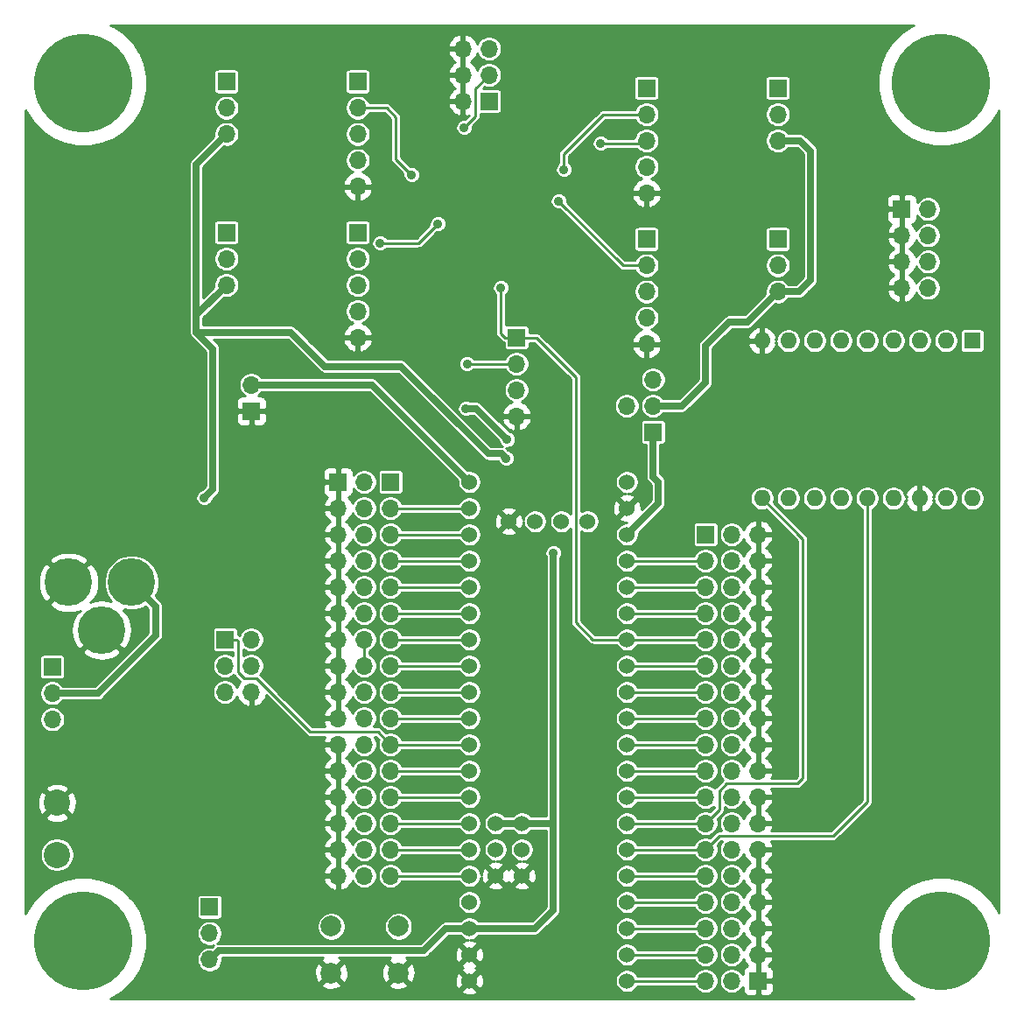
<source format=gbr>
G04 #@! TF.GenerationSoftware,KiCad,Pcbnew,(5.1.5)-3*
G04 #@! TF.CreationDate,2020-05-30T08:44:10-04:00*
G04 #@! TF.ProjectId,Blue-Pill-Board,426c7565-2d50-4696-9c6c-2d426f617264,2*
G04 #@! TF.SameCoordinates,Original*
G04 #@! TF.FileFunction,Copper,L2,Bot*
G04 #@! TF.FilePolarity,Positive*
%FSLAX46Y46*%
G04 Gerber Fmt 4.6, Leading zero omitted, Abs format (unit mm)*
G04 Created by KiCad (PCBNEW (5.1.5)-3) date 2020-05-30 08:44:10*
%MOMM*%
%LPD*%
G04 APERTURE LIST*
%ADD10R,1.700000X1.700000*%
%ADD11O,1.700000X1.700000*%
%ADD12C,9.525000*%
%ADD13C,4.600000*%
%ADD14C,1.524000*%
%ADD15C,2.540000*%
%ADD16C,2.000000*%
%ADD17R,1.600000X1.600000*%
%ADD18O,1.600000X1.600000*%
%ADD19C,0.889000*%
%ADD20C,0.635000*%
%ADD21C,0.254000*%
G04 APERTURE END LIST*
D10*
X71120000Y-49784000D03*
D11*
X71120000Y-47244000D03*
X71120000Y-44704000D03*
X68580000Y-47244000D03*
D10*
X95173800Y-28219400D03*
D11*
X97713800Y-28219400D03*
X95173800Y-30759400D03*
X97713800Y-30759400D03*
X95173800Y-33299400D03*
X97713800Y-33299400D03*
X95173800Y-35839400D03*
X97713800Y-35839400D03*
D12*
X16000000Y-16000000D03*
X99000000Y-16000000D03*
X16000000Y-99000000D03*
X99000000Y-99000000D03*
D13*
X14579600Y-64338200D03*
X20679600Y-64338200D03*
X17779600Y-68938200D03*
D14*
X68580000Y-102870000D03*
X68580000Y-100330000D03*
X68580000Y-97790000D03*
X68580000Y-95250000D03*
X68580000Y-92710000D03*
X68580000Y-90170000D03*
X68580000Y-87630000D03*
X68580000Y-85090000D03*
X68580000Y-82550000D03*
X68580000Y-80010000D03*
X68580000Y-77470000D03*
X68580000Y-74930000D03*
X68580000Y-72390000D03*
X68580000Y-69850000D03*
X68580000Y-67310000D03*
X68580000Y-64770000D03*
X68580000Y-62230000D03*
X68580000Y-57150000D03*
X68580000Y-54610000D03*
X53340000Y-54610000D03*
X53340000Y-57150000D03*
X53340000Y-59690000D03*
X53340000Y-62230000D03*
X53340000Y-64770000D03*
X53340000Y-67310000D03*
X53340000Y-69850000D03*
X53340000Y-72390000D03*
X53340000Y-74930000D03*
X53340000Y-77470000D03*
X53340000Y-80010000D03*
X53340000Y-82550000D03*
X53340000Y-85090000D03*
X53340000Y-87630000D03*
X53340000Y-90170000D03*
X53340000Y-92710000D03*
X53340000Y-95250000D03*
X53340000Y-97790000D03*
X53340000Y-100330000D03*
X53340000Y-102870000D03*
X64770000Y-58420000D03*
X62230000Y-58420000D03*
X59690000Y-58420000D03*
X57150000Y-58420000D03*
X55880000Y-92710000D03*
X55880000Y-90170000D03*
X55880000Y-87630000D03*
X58420000Y-92710000D03*
X58420000Y-90170000D03*
X58420000Y-87630000D03*
X68580000Y-59690000D03*
D15*
X13462000Y-90678000D03*
X13462000Y-85678000D03*
D10*
X55245000Y-17780000D03*
D11*
X52705000Y-17780000D03*
X55245000Y-15240000D03*
X52705000Y-15240000D03*
X55245000Y-12700000D03*
X52705000Y-12700000D03*
D10*
X40640000Y-54610000D03*
D11*
X43180000Y-54610000D03*
X40640000Y-57150000D03*
X43180000Y-57150000D03*
X40640000Y-59690000D03*
X43180000Y-59690000D03*
X40640000Y-62230000D03*
X43180000Y-62230000D03*
X40640000Y-64770000D03*
X43180000Y-64770000D03*
X40640000Y-67310000D03*
X43180000Y-67310000D03*
X40640000Y-69850000D03*
X43180000Y-69850000D03*
X40640000Y-72390000D03*
X43180000Y-72390000D03*
X40640000Y-74930000D03*
X43180000Y-74930000D03*
X40640000Y-77470000D03*
X43180000Y-77470000D03*
X40640000Y-80010000D03*
X43180000Y-80010000D03*
X40640000Y-82550000D03*
X43180000Y-82550000D03*
X40640000Y-85090000D03*
X43180000Y-85090000D03*
X40640000Y-87630000D03*
X43180000Y-87630000D03*
X40640000Y-90170000D03*
X43180000Y-90170000D03*
X40640000Y-92710000D03*
X43180000Y-92710000D03*
D10*
X45720000Y-54610000D03*
D11*
X45720000Y-57150000D03*
X45720000Y-59690000D03*
X45720000Y-62230000D03*
X45720000Y-64770000D03*
X45720000Y-67310000D03*
X45720000Y-69850000D03*
X45720000Y-72390000D03*
X45720000Y-74930000D03*
X45720000Y-77470000D03*
X45720000Y-80010000D03*
X45720000Y-82550000D03*
X45720000Y-85090000D03*
X45720000Y-87630000D03*
X45720000Y-90170000D03*
X45720000Y-92710000D03*
D10*
X81280000Y-102870000D03*
D11*
X78740000Y-102870000D03*
X81280000Y-100330000D03*
X78740000Y-100330000D03*
X81280000Y-97790000D03*
X78740000Y-97790000D03*
X81280000Y-95250000D03*
X78740000Y-95250000D03*
X81280000Y-92710000D03*
X78740000Y-92710000D03*
X81280000Y-90170000D03*
X78740000Y-90170000D03*
X81280000Y-87630000D03*
X78740000Y-87630000D03*
X81280000Y-85090000D03*
X78740000Y-85090000D03*
X81280000Y-82550000D03*
X78740000Y-82550000D03*
X81280000Y-80010000D03*
X78740000Y-80010000D03*
X81280000Y-77470000D03*
X78740000Y-77470000D03*
X81280000Y-74930000D03*
X78740000Y-74930000D03*
X81280000Y-72390000D03*
X78740000Y-72390000D03*
X81280000Y-69850000D03*
X78740000Y-69850000D03*
X81280000Y-67310000D03*
X78740000Y-67310000D03*
X81280000Y-64770000D03*
X78740000Y-64770000D03*
X81280000Y-62230000D03*
X78740000Y-62230000D03*
X81280000Y-59690000D03*
X78740000Y-59690000D03*
D10*
X76200000Y-59690000D03*
D11*
X76200000Y-62230000D03*
X76200000Y-64770000D03*
X76200000Y-67310000D03*
X76200000Y-69850000D03*
X76200000Y-72390000D03*
X76200000Y-74930000D03*
X76200000Y-77470000D03*
X76200000Y-80010000D03*
X76200000Y-82550000D03*
X76200000Y-85090000D03*
X76200000Y-87630000D03*
X76200000Y-90170000D03*
X76200000Y-92710000D03*
X76200000Y-95250000D03*
X76200000Y-97790000D03*
X76200000Y-100330000D03*
X76200000Y-102870000D03*
D10*
X29845000Y-15875000D03*
D11*
X29845000Y-18415000D03*
X29845000Y-20955000D03*
X83185000Y-21590000D03*
X83185000Y-19050000D03*
D10*
X83185000Y-16510000D03*
D11*
X29845000Y-35560000D03*
X29845000Y-33020000D03*
D10*
X29845000Y-30480000D03*
X83185000Y-31115000D03*
D11*
X83185000Y-33655000D03*
X83185000Y-36195000D03*
D10*
X42545000Y-15875000D03*
D11*
X42545000Y-18415000D03*
X42545000Y-20955000D03*
X42545000Y-23495000D03*
X42545000Y-26035000D03*
X42545000Y-40640000D03*
X42545000Y-38100000D03*
X42545000Y-35560000D03*
X42545000Y-33020000D03*
D10*
X42545000Y-30480000D03*
X70485000Y-31115000D03*
D11*
X70485000Y-33655000D03*
X70485000Y-36195000D03*
X70485000Y-38735000D03*
X70485000Y-41275000D03*
X70485000Y-26670000D03*
X70485000Y-24130000D03*
X70485000Y-21590000D03*
X70485000Y-19050000D03*
D10*
X70485000Y-16510000D03*
D11*
X57912000Y-48260000D03*
X57912000Y-45720000D03*
X57912000Y-43180000D03*
D10*
X57912000Y-40640000D03*
D16*
X46482000Y-97608000D03*
X46482000Y-102108000D03*
X39982000Y-97608000D03*
X39982000Y-102108000D03*
D11*
X32258000Y-45212000D03*
D10*
X32258000Y-47752000D03*
D11*
X32258000Y-74930000D03*
X29718000Y-74930000D03*
X32258000Y-72390000D03*
X29718000Y-72390000D03*
X32258000Y-69850000D03*
D10*
X29718000Y-69850000D03*
D17*
X101981000Y-40944800D03*
D18*
X81661000Y-56184800D03*
X99441000Y-40944800D03*
X84201000Y-56184800D03*
X96901000Y-40944800D03*
X86741000Y-56184800D03*
X94361000Y-40944800D03*
X89281000Y-56184800D03*
X91821000Y-40944800D03*
X91821000Y-56184800D03*
X89281000Y-40944800D03*
X94361000Y-56184800D03*
X86741000Y-40944800D03*
X96901000Y-56184800D03*
X84201000Y-40944800D03*
X99441000Y-56184800D03*
X81661000Y-40944800D03*
X101981000Y-56184800D03*
D10*
X28219400Y-95732600D03*
D11*
X28219400Y-98272600D03*
X28219400Y-100812600D03*
D10*
X13000000Y-72500000D03*
D11*
X13000000Y-75040000D03*
X13000000Y-77580000D03*
D19*
X56896000Y-52324000D03*
X27686000Y-56134000D03*
X53848000Y-29464000D03*
X58674000Y-19050000D03*
X88823800Y-59944000D03*
X25500000Y-90000000D03*
X19000000Y-82500000D03*
X53121001Y-43180000D03*
X56388000Y-35814000D03*
X47752000Y-24892000D03*
X44704000Y-31496000D03*
X50292000Y-29634882D03*
X61976000Y-27432000D03*
X66040000Y-21844000D03*
X62484000Y-24384000D03*
X52832000Y-20320000D03*
X61468000Y-61468000D03*
X57000000Y-50500000D03*
X53000000Y-47500000D03*
D20*
X26924000Y-38481000D02*
X29845000Y-35560000D01*
X26924000Y-23876000D02*
X29845000Y-20955000D01*
X26924000Y-38481000D02*
X26924000Y-23876000D01*
X83185000Y-36195000D02*
X85217000Y-36195000D01*
X85217000Y-36195000D02*
X86360000Y-35052000D01*
X86360000Y-35052000D02*
X86360000Y-22606000D01*
X85344000Y-21590000D02*
X83185000Y-21590000D01*
X86360000Y-22606000D02*
X85344000Y-21590000D01*
X26924000Y-38481000D02*
X26924000Y-40132000D01*
X28535999Y-41743999D02*
X26924000Y-40132000D01*
X28535999Y-55284001D02*
X28535999Y-41743999D01*
X27686000Y-56134000D02*
X28535999Y-55284001D01*
X36068000Y-40132000D02*
X39370000Y-43434000D01*
X26924000Y-40132000D02*
X36068000Y-40132000D01*
X55181501Y-51879501D02*
X46736000Y-43434000D01*
X56451501Y-51879501D02*
X55181501Y-51879501D01*
X56896000Y-52324000D02*
X56451501Y-51879501D01*
X39370000Y-43434000D02*
X46736000Y-43434000D01*
X71120000Y-47244000D02*
X73914000Y-47244000D01*
X73914000Y-47244000D02*
X76200000Y-44958000D01*
X76200000Y-44958000D02*
X76200000Y-41402000D01*
X78486000Y-39116000D02*
X80264000Y-39116000D01*
X76200000Y-41402000D02*
X78486000Y-39116000D01*
X80264000Y-39116000D02*
X83185000Y-36195000D01*
D21*
X76200000Y-90170000D02*
X68580000Y-90170000D01*
X77508999Y-88861001D02*
X88532599Y-88861001D01*
X76200000Y-90170000D02*
X77508999Y-88861001D01*
X91821000Y-85572600D02*
X91821000Y-56184800D01*
X88532599Y-88861001D02*
X91821000Y-85572600D01*
X68580000Y-87630000D02*
X76200000Y-87630000D01*
X78227117Y-83781001D02*
X85103599Y-83781001D01*
X77508999Y-84499119D02*
X78227117Y-83781001D01*
X76200000Y-87630000D02*
X77508999Y-86321001D01*
X77508999Y-86321001D02*
X77508999Y-84499119D01*
X85103599Y-83781001D02*
X85598000Y-83286600D01*
X85598000Y-60121800D02*
X81661000Y-56184800D01*
X85598000Y-83286600D02*
X85598000Y-60121800D01*
X43180000Y-69850000D02*
X43180000Y-72390000D01*
X68580000Y-64770000D02*
X76200000Y-64770000D01*
X68580000Y-67310000D02*
X76200000Y-67310000D01*
X57912000Y-43180000D02*
X53121001Y-43180000D01*
X76200000Y-69850000D02*
X68580000Y-69850000D01*
X65278000Y-69850000D02*
X68580000Y-69850000D01*
X63626999Y-68198999D02*
X65278000Y-69850000D01*
X56808000Y-40640000D02*
X57912000Y-40640000D01*
X56388000Y-40220000D02*
X56808000Y-40640000D01*
X56388000Y-35814000D02*
X56388000Y-40220000D01*
X59816999Y-40640000D02*
X63626999Y-44450000D01*
X57912000Y-40640000D02*
X59816999Y-40640000D01*
X63626999Y-44450000D02*
X63626999Y-68198999D01*
X47752000Y-24892000D02*
X46228000Y-23368000D01*
X46228000Y-23368000D02*
X46228000Y-19304000D01*
X45339000Y-18415000D02*
X42545000Y-18415000D01*
X46228000Y-19304000D02*
X45339000Y-18415000D01*
X48430882Y-31496000D02*
X50292000Y-29634882D01*
X44704000Y-31496000D02*
X48430882Y-31496000D01*
X68199000Y-33655000D02*
X70485000Y-33655000D01*
X61976000Y-27432000D02*
X68199000Y-33655000D01*
X70231000Y-21844000D02*
X70485000Y-21590000D01*
X66040000Y-21844000D02*
X70231000Y-21844000D01*
X70485000Y-19050000D02*
X66294000Y-19050000D01*
X66294000Y-19050000D02*
X62484000Y-22860000D01*
X62484000Y-22860000D02*
X62484000Y-24384000D01*
X45720000Y-57150000D02*
X53340000Y-57150000D01*
X45720000Y-59690000D02*
X53340000Y-59690000D01*
X45720000Y-62230000D02*
X53340000Y-62230000D01*
X45720000Y-64770000D02*
X53340000Y-64770000D01*
X45720000Y-67310000D02*
X53340000Y-67310000D01*
X45720000Y-69850000D02*
X53340000Y-69850000D01*
X45720000Y-72390000D02*
X53340000Y-72390000D01*
X45720000Y-74930000D02*
X53340000Y-74930000D01*
X45720000Y-77470000D02*
X53340000Y-77470000D01*
X45720000Y-80010000D02*
X53340000Y-80010000D01*
X30822000Y-69850000D02*
X29718000Y-69850000D01*
X30949001Y-69977001D02*
X30822000Y-69850000D01*
X30949001Y-72980881D02*
X30949001Y-69977001D01*
X31589121Y-73621001D02*
X30949001Y-72980881D01*
X32770883Y-73621001D02*
X31589121Y-73621001D01*
X37928881Y-78778999D02*
X32770883Y-73621001D01*
X44488999Y-78778999D02*
X37928881Y-78778999D01*
X45720000Y-80010000D02*
X44488999Y-78778999D01*
X45720000Y-82550000D02*
X53340000Y-82550000D01*
X45720000Y-85090000D02*
X53340000Y-85090000D01*
X53340000Y-87630000D02*
X45720000Y-87630000D01*
X45720000Y-90170000D02*
X53340000Y-90170000D01*
X45720000Y-92710000D02*
X53340000Y-92710000D01*
X68580000Y-62230000D02*
X76200000Y-62230000D01*
X68580000Y-72390000D02*
X76200000Y-72390000D01*
X76200000Y-74930000D02*
X68580000Y-74930000D01*
X68580000Y-77470000D02*
X76200000Y-77470000D01*
X76200000Y-80010000D02*
X68580000Y-80010000D01*
X68580000Y-82550000D02*
X76200000Y-82550000D01*
X76200000Y-85090000D02*
X68580000Y-85090000D01*
X68580000Y-92710000D02*
X76200000Y-92710000D01*
X68580000Y-95250000D02*
X76200000Y-95250000D01*
X76200000Y-97790000D02*
X68580000Y-97790000D01*
X68580000Y-100330000D02*
X76200000Y-100330000D01*
X76200000Y-102870000D02*
X68580000Y-102870000D01*
X53936001Y-16548999D02*
X55245000Y-15240000D01*
X53936001Y-19215999D02*
X53936001Y-16548999D01*
X52832000Y-20320000D02*
X53936001Y-19215999D01*
D20*
X43942000Y-45212000D02*
X53340000Y-54610000D01*
X32258000Y-45212000D02*
X43942000Y-45212000D01*
X53340000Y-97790000D02*
X59690000Y-97790000D01*
X59690000Y-97790000D02*
X61468000Y-96012000D01*
X61214000Y-87630000D02*
X58420000Y-87630000D01*
X61468000Y-87884000D02*
X61214000Y-87630000D01*
X55880000Y-87630000D02*
X58420000Y-87630000D01*
X61468000Y-89154000D02*
X61468000Y-61468000D01*
X61468000Y-89154000D02*
X61468000Y-87884000D01*
X61468000Y-96012000D02*
X61468000Y-89154000D01*
X29069399Y-99962601D02*
X48906799Y-99962601D01*
X28219400Y-100812600D02*
X29069399Y-99962601D01*
X51079400Y-97790000D02*
X53340000Y-97790000D01*
X48906799Y-99962601D02*
X51079400Y-97790000D01*
X71628000Y-56642000D02*
X68580000Y-59690000D01*
X71628000Y-54610000D02*
X71628000Y-56642000D01*
X71120000Y-54102000D02*
X71120000Y-49784000D01*
X71628000Y-54610000D02*
X71120000Y-54102000D01*
X54000000Y-47500000D02*
X57000000Y-50500000D01*
X53000000Y-47500000D02*
X54000000Y-47500000D01*
X22979599Y-66638199D02*
X22979599Y-69479599D01*
X20679600Y-64338200D02*
X22979599Y-66638199D01*
X17419198Y-75040000D02*
X13000000Y-75040000D01*
X22979599Y-69479599D02*
X17419198Y-75040000D01*
D21*
G36*
X96082383Y-10541522D02*
G01*
X95073548Y-11215604D01*
X94215604Y-12073548D01*
X93541522Y-13082383D01*
X93077206Y-14203340D01*
X92840500Y-15393342D01*
X92840500Y-16606658D01*
X93077206Y-17796660D01*
X93541522Y-18917617D01*
X94215604Y-19926452D01*
X95073548Y-20784396D01*
X96082383Y-21458478D01*
X97203340Y-21922794D01*
X98393342Y-22159500D01*
X99606658Y-22159500D01*
X100796660Y-21922794D01*
X101917617Y-21458478D01*
X102926452Y-20784396D01*
X103784396Y-19926452D01*
X104458478Y-18917617D01*
X104569000Y-18650794D01*
X104569001Y-90775387D01*
X104535100Y-96267364D01*
X104458478Y-96082383D01*
X103784396Y-95073548D01*
X102926452Y-94215604D01*
X101917617Y-93541522D01*
X100796660Y-93077206D01*
X99606658Y-92840500D01*
X98393342Y-92840500D01*
X97203340Y-93077206D01*
X96082383Y-93541522D01*
X95073548Y-94215604D01*
X94215604Y-95073548D01*
X93541522Y-96082383D01*
X93077206Y-97203340D01*
X92840500Y-98393342D01*
X92840500Y-99606658D01*
X93077206Y-100796660D01*
X93541522Y-101917617D01*
X94215604Y-102926452D01*
X95073548Y-103784396D01*
X96082383Y-104458478D01*
X96349206Y-104569000D01*
X18650794Y-104569000D01*
X18917617Y-104458478D01*
X19849872Y-103835565D01*
X52554040Y-103835565D01*
X52621020Y-104075656D01*
X52870048Y-104192756D01*
X53137135Y-104259023D01*
X53412017Y-104271910D01*
X53684133Y-104230922D01*
X53943023Y-104137636D01*
X54058980Y-104075656D01*
X54125960Y-103835565D01*
X53340000Y-103049605D01*
X52554040Y-103835565D01*
X19849872Y-103835565D01*
X19926452Y-103784396D01*
X20467435Y-103243413D01*
X39026192Y-103243413D01*
X39121956Y-103507814D01*
X39411571Y-103648704D01*
X39723108Y-103730384D01*
X40044595Y-103749718D01*
X40363675Y-103705961D01*
X40668088Y-103600795D01*
X40842044Y-103507814D01*
X40937808Y-103243413D01*
X45526192Y-103243413D01*
X45621956Y-103507814D01*
X45911571Y-103648704D01*
X46223108Y-103730384D01*
X46544595Y-103749718D01*
X46863675Y-103705961D01*
X47168088Y-103600795D01*
X47342044Y-103507814D01*
X47437808Y-103243413D01*
X46482000Y-102287605D01*
X45526192Y-103243413D01*
X40937808Y-103243413D01*
X39982000Y-102287605D01*
X39026192Y-103243413D01*
X20467435Y-103243413D01*
X20784396Y-102926452D01*
X21289443Y-102170595D01*
X38340282Y-102170595D01*
X38384039Y-102489675D01*
X38489205Y-102794088D01*
X38582186Y-102968044D01*
X38846587Y-103063808D01*
X39802395Y-102108000D01*
X40161605Y-102108000D01*
X41117413Y-103063808D01*
X41381814Y-102968044D01*
X41522704Y-102678429D01*
X41604384Y-102366892D01*
X41616189Y-102170595D01*
X44840282Y-102170595D01*
X44884039Y-102489675D01*
X44989205Y-102794088D01*
X45082186Y-102968044D01*
X45346587Y-103063808D01*
X46302395Y-102108000D01*
X46661605Y-102108000D01*
X47617413Y-103063808D01*
X47881814Y-102968044D01*
X47894475Y-102942017D01*
X51938090Y-102942017D01*
X51979078Y-103214133D01*
X52072364Y-103473023D01*
X52134344Y-103588980D01*
X52374435Y-103655960D01*
X53160395Y-102870000D01*
X53519605Y-102870000D01*
X54305565Y-103655960D01*
X54545656Y-103588980D01*
X54662756Y-103339952D01*
X54729023Y-103072865D01*
X54741910Y-102797983D01*
X54735801Y-102757424D01*
X67437000Y-102757424D01*
X67437000Y-102982576D01*
X67480925Y-103203401D01*
X67567087Y-103411413D01*
X67692174Y-103598620D01*
X67851380Y-103757826D01*
X68038587Y-103882913D01*
X68246599Y-103969075D01*
X68467424Y-104013000D01*
X68692576Y-104013000D01*
X68913401Y-103969075D01*
X69121413Y-103882913D01*
X69308620Y-103757826D01*
X69467826Y-103598620D01*
X69592913Y-103411413D01*
X69606753Y-103378000D01*
X75077996Y-103378000D01*
X75109102Y-103453097D01*
X75243820Y-103654717D01*
X75415283Y-103826180D01*
X75616903Y-103960898D01*
X75840931Y-104053693D01*
X76078757Y-104101000D01*
X76321243Y-104101000D01*
X76559069Y-104053693D01*
X76783097Y-103960898D01*
X76984717Y-103826180D01*
X77156180Y-103654717D01*
X77290898Y-103453097D01*
X77383693Y-103229069D01*
X77431000Y-102991243D01*
X77431000Y-102748757D01*
X77383693Y-102510931D01*
X77290898Y-102286903D01*
X77156180Y-102085283D01*
X76984717Y-101913820D01*
X76783097Y-101779102D01*
X76559069Y-101686307D01*
X76321243Y-101639000D01*
X76078757Y-101639000D01*
X75840931Y-101686307D01*
X75616903Y-101779102D01*
X75415283Y-101913820D01*
X75243820Y-102085283D01*
X75109102Y-102286903D01*
X75077996Y-102362000D01*
X69606753Y-102362000D01*
X69592913Y-102328587D01*
X69467826Y-102141380D01*
X69308620Y-101982174D01*
X69121413Y-101857087D01*
X68913401Y-101770925D01*
X68692576Y-101727000D01*
X68467424Y-101727000D01*
X68246599Y-101770925D01*
X68038587Y-101857087D01*
X67851380Y-101982174D01*
X67692174Y-102141380D01*
X67567087Y-102328587D01*
X67480925Y-102536599D01*
X67437000Y-102757424D01*
X54735801Y-102757424D01*
X54700922Y-102525867D01*
X54607636Y-102266977D01*
X54545656Y-102151020D01*
X54305565Y-102084040D01*
X53519605Y-102870000D01*
X53160395Y-102870000D01*
X52374435Y-102084040D01*
X52134344Y-102151020D01*
X52017244Y-102400048D01*
X51950977Y-102667135D01*
X51938090Y-102942017D01*
X47894475Y-102942017D01*
X48022704Y-102678429D01*
X48104384Y-102366892D01*
X48123718Y-102045405D01*
X48079961Y-101726325D01*
X47974795Y-101421912D01*
X47907262Y-101295565D01*
X52554040Y-101295565D01*
X52621020Y-101535656D01*
X52751644Y-101597079D01*
X52736977Y-101602364D01*
X52621020Y-101664344D01*
X52554040Y-101904435D01*
X53340000Y-102690395D01*
X54125960Y-101904435D01*
X54058980Y-101664344D01*
X53928356Y-101602921D01*
X53943023Y-101597636D01*
X54058980Y-101535656D01*
X54125960Y-101295565D01*
X53340000Y-100509605D01*
X52554040Y-101295565D01*
X47907262Y-101295565D01*
X47881814Y-101247956D01*
X47617413Y-101152192D01*
X46661605Y-102108000D01*
X46302395Y-102108000D01*
X45346587Y-101152192D01*
X45082186Y-101247956D01*
X44941296Y-101537571D01*
X44859616Y-101849108D01*
X44840282Y-102170595D01*
X41616189Y-102170595D01*
X41623718Y-102045405D01*
X41579961Y-101726325D01*
X41474795Y-101421912D01*
X41381814Y-101247956D01*
X41117413Y-101152192D01*
X40161605Y-102108000D01*
X39802395Y-102108000D01*
X38846587Y-101152192D01*
X38582186Y-101247956D01*
X38441296Y-101537571D01*
X38359616Y-101849108D01*
X38340282Y-102170595D01*
X21289443Y-102170595D01*
X21458478Y-101917617D01*
X21922794Y-100796660D01*
X22159500Y-99606658D01*
X22159500Y-98393342D01*
X22111367Y-98151357D01*
X26988400Y-98151357D01*
X26988400Y-98393843D01*
X27035707Y-98631669D01*
X27128502Y-98855697D01*
X27263220Y-99057317D01*
X27434683Y-99228780D01*
X27636303Y-99363498D01*
X27860331Y-99456293D01*
X28098157Y-99503600D01*
X28340643Y-99503600D01*
X28578469Y-99456293D01*
X28592235Y-99450591D01*
X28573096Y-99466298D01*
X28551232Y-99492939D01*
X28442342Y-99601829D01*
X28340643Y-99581600D01*
X28098157Y-99581600D01*
X27860331Y-99628907D01*
X27636303Y-99721702D01*
X27434683Y-99856420D01*
X27263220Y-100027883D01*
X27128502Y-100229503D01*
X27035707Y-100453531D01*
X26988400Y-100691357D01*
X26988400Y-100933843D01*
X27035707Y-101171669D01*
X27128502Y-101395697D01*
X27263220Y-101597317D01*
X27434683Y-101768780D01*
X27636303Y-101903498D01*
X27860331Y-101996293D01*
X28098157Y-102043600D01*
X28340643Y-102043600D01*
X28578469Y-101996293D01*
X28802497Y-101903498D01*
X29004117Y-101768780D01*
X29175580Y-101597317D01*
X29310298Y-101395697D01*
X29403093Y-101171669D01*
X29450400Y-100933843D01*
X29450400Y-100691357D01*
X29444382Y-100661101D01*
X39210046Y-100661101D01*
X39121956Y-100708186D01*
X39026192Y-100972587D01*
X39982000Y-101928395D01*
X40937808Y-100972587D01*
X40842044Y-100708186D01*
X40745256Y-100661101D01*
X45710046Y-100661101D01*
X45621956Y-100708186D01*
X45526192Y-100972587D01*
X46482000Y-101928395D01*
X47437808Y-100972587D01*
X47342044Y-100708186D01*
X47245256Y-100661101D01*
X48872501Y-100661101D01*
X48906799Y-100664479D01*
X48941097Y-100661101D01*
X48941108Y-100661101D01*
X49043729Y-100650994D01*
X49175396Y-100611053D01*
X49296742Y-100546192D01*
X49403102Y-100458904D01*
X49424974Y-100432253D01*
X49455210Y-100402017D01*
X51938090Y-100402017D01*
X51979078Y-100674133D01*
X52072364Y-100933023D01*
X52134344Y-101048980D01*
X52374435Y-101115960D01*
X53160395Y-100330000D01*
X53519605Y-100330000D01*
X54305565Y-101115960D01*
X54545656Y-101048980D01*
X54662756Y-100799952D01*
X54729023Y-100532865D01*
X54741910Y-100257983D01*
X54735801Y-100217424D01*
X67437000Y-100217424D01*
X67437000Y-100442576D01*
X67480925Y-100663401D01*
X67567087Y-100871413D01*
X67692174Y-101058620D01*
X67851380Y-101217826D01*
X68038587Y-101342913D01*
X68246599Y-101429075D01*
X68467424Y-101473000D01*
X68692576Y-101473000D01*
X68913401Y-101429075D01*
X69121413Y-101342913D01*
X69308620Y-101217826D01*
X69467826Y-101058620D01*
X69592913Y-100871413D01*
X69606753Y-100838000D01*
X75077996Y-100838000D01*
X75109102Y-100913097D01*
X75243820Y-101114717D01*
X75415283Y-101286180D01*
X75616903Y-101420898D01*
X75840931Y-101513693D01*
X76078757Y-101561000D01*
X76321243Y-101561000D01*
X76559069Y-101513693D01*
X76783097Y-101420898D01*
X76984717Y-101286180D01*
X77156180Y-101114717D01*
X77290898Y-100913097D01*
X77383693Y-100689069D01*
X77431000Y-100451243D01*
X77431000Y-100208757D01*
X77383693Y-99970931D01*
X77290898Y-99746903D01*
X77156180Y-99545283D01*
X76984717Y-99373820D01*
X76783097Y-99239102D01*
X76559069Y-99146307D01*
X76321243Y-99099000D01*
X76078757Y-99099000D01*
X75840931Y-99146307D01*
X75616903Y-99239102D01*
X75415283Y-99373820D01*
X75243820Y-99545283D01*
X75109102Y-99746903D01*
X75077996Y-99822000D01*
X69606753Y-99822000D01*
X69592913Y-99788587D01*
X69467826Y-99601380D01*
X69308620Y-99442174D01*
X69121413Y-99317087D01*
X68913401Y-99230925D01*
X68692576Y-99187000D01*
X68467424Y-99187000D01*
X68246599Y-99230925D01*
X68038587Y-99317087D01*
X67851380Y-99442174D01*
X67692174Y-99601380D01*
X67567087Y-99788587D01*
X67480925Y-99996599D01*
X67437000Y-100217424D01*
X54735801Y-100217424D01*
X54700922Y-99985867D01*
X54607636Y-99726977D01*
X54545656Y-99611020D01*
X54305565Y-99544040D01*
X53519605Y-100330000D01*
X53160395Y-100330000D01*
X52374435Y-99544040D01*
X52134344Y-99611020D01*
X52017244Y-99860048D01*
X51950977Y-100127135D01*
X51938090Y-100402017D01*
X49455210Y-100402017D01*
X51368728Y-98488500D01*
X52432049Y-98488500D01*
X52452174Y-98518620D01*
X52611380Y-98677826D01*
X52798587Y-98802913D01*
X53006599Y-98889075D01*
X53227424Y-98933000D01*
X53235386Y-98933000D01*
X52995867Y-98969078D01*
X52736977Y-99062364D01*
X52621020Y-99124344D01*
X52554040Y-99364435D01*
X53340000Y-100150395D01*
X54125960Y-99364435D01*
X54058980Y-99124344D01*
X53809952Y-99007244D01*
X53542865Y-98940977D01*
X53372714Y-98933000D01*
X53452576Y-98933000D01*
X53673401Y-98889075D01*
X53881413Y-98802913D01*
X54068620Y-98677826D01*
X54227826Y-98518620D01*
X54247951Y-98488500D01*
X59655702Y-98488500D01*
X59690000Y-98491878D01*
X59724298Y-98488500D01*
X59724309Y-98488500D01*
X59826930Y-98478393D01*
X59958597Y-98438452D01*
X60079943Y-98373591D01*
X60186303Y-98286303D01*
X60208175Y-98259652D01*
X60790403Y-97677424D01*
X67437000Y-97677424D01*
X67437000Y-97902576D01*
X67480925Y-98123401D01*
X67567087Y-98331413D01*
X67692174Y-98518620D01*
X67851380Y-98677826D01*
X68038587Y-98802913D01*
X68246599Y-98889075D01*
X68467424Y-98933000D01*
X68692576Y-98933000D01*
X68913401Y-98889075D01*
X69121413Y-98802913D01*
X69308620Y-98677826D01*
X69467826Y-98518620D01*
X69592913Y-98331413D01*
X69606753Y-98298000D01*
X75077996Y-98298000D01*
X75109102Y-98373097D01*
X75243820Y-98574717D01*
X75415283Y-98746180D01*
X75616903Y-98880898D01*
X75840931Y-98973693D01*
X76078757Y-99021000D01*
X76321243Y-99021000D01*
X76559069Y-98973693D01*
X76783097Y-98880898D01*
X76984717Y-98746180D01*
X77156180Y-98574717D01*
X77290898Y-98373097D01*
X77383693Y-98149069D01*
X77431000Y-97911243D01*
X77431000Y-97668757D01*
X77383693Y-97430931D01*
X77290898Y-97206903D01*
X77156180Y-97005283D01*
X76984717Y-96833820D01*
X76783097Y-96699102D01*
X76559069Y-96606307D01*
X76321243Y-96559000D01*
X76078757Y-96559000D01*
X75840931Y-96606307D01*
X75616903Y-96699102D01*
X75415283Y-96833820D01*
X75243820Y-97005283D01*
X75109102Y-97206903D01*
X75077996Y-97282000D01*
X69606753Y-97282000D01*
X69592913Y-97248587D01*
X69467826Y-97061380D01*
X69308620Y-96902174D01*
X69121413Y-96777087D01*
X68913401Y-96690925D01*
X68692576Y-96647000D01*
X68467424Y-96647000D01*
X68246599Y-96690925D01*
X68038587Y-96777087D01*
X67851380Y-96902174D01*
X67692174Y-97061380D01*
X67567087Y-97248587D01*
X67480925Y-97456599D01*
X67437000Y-97677424D01*
X60790403Y-97677424D01*
X61937662Y-96530166D01*
X61964302Y-96508303D01*
X61986167Y-96481661D01*
X61986174Y-96481654D01*
X62051591Y-96401944D01*
X62116451Y-96280598D01*
X62116452Y-96280597D01*
X62156393Y-96148930D01*
X62166500Y-96046309D01*
X62166500Y-96046298D01*
X62169878Y-96012000D01*
X62166500Y-95977702D01*
X62166500Y-95137424D01*
X67437000Y-95137424D01*
X67437000Y-95362576D01*
X67480925Y-95583401D01*
X67567087Y-95791413D01*
X67692174Y-95978620D01*
X67851380Y-96137826D01*
X68038587Y-96262913D01*
X68246599Y-96349075D01*
X68467424Y-96393000D01*
X68692576Y-96393000D01*
X68913401Y-96349075D01*
X69121413Y-96262913D01*
X69308620Y-96137826D01*
X69467826Y-95978620D01*
X69592913Y-95791413D01*
X69606753Y-95758000D01*
X75077996Y-95758000D01*
X75109102Y-95833097D01*
X75243820Y-96034717D01*
X75415283Y-96206180D01*
X75616903Y-96340898D01*
X75840931Y-96433693D01*
X76078757Y-96481000D01*
X76321243Y-96481000D01*
X76559069Y-96433693D01*
X76783097Y-96340898D01*
X76984717Y-96206180D01*
X77156180Y-96034717D01*
X77290898Y-95833097D01*
X77383693Y-95609069D01*
X77431000Y-95371243D01*
X77431000Y-95128757D01*
X77383693Y-94890931D01*
X77290898Y-94666903D01*
X77156180Y-94465283D01*
X76984717Y-94293820D01*
X76783097Y-94159102D01*
X76559069Y-94066307D01*
X76321243Y-94019000D01*
X76078757Y-94019000D01*
X75840931Y-94066307D01*
X75616903Y-94159102D01*
X75415283Y-94293820D01*
X75243820Y-94465283D01*
X75109102Y-94666903D01*
X75077996Y-94742000D01*
X69606753Y-94742000D01*
X69592913Y-94708587D01*
X69467826Y-94521380D01*
X69308620Y-94362174D01*
X69121413Y-94237087D01*
X68913401Y-94150925D01*
X68692576Y-94107000D01*
X68467424Y-94107000D01*
X68246599Y-94150925D01*
X68038587Y-94237087D01*
X67851380Y-94362174D01*
X67692174Y-94521380D01*
X67567087Y-94708587D01*
X67480925Y-94916599D01*
X67437000Y-95137424D01*
X62166500Y-95137424D01*
X62166500Y-92597424D01*
X67437000Y-92597424D01*
X67437000Y-92822576D01*
X67480925Y-93043401D01*
X67567087Y-93251413D01*
X67692174Y-93438620D01*
X67851380Y-93597826D01*
X68038587Y-93722913D01*
X68246599Y-93809075D01*
X68467424Y-93853000D01*
X68692576Y-93853000D01*
X68913401Y-93809075D01*
X69121413Y-93722913D01*
X69308620Y-93597826D01*
X69467826Y-93438620D01*
X69592913Y-93251413D01*
X69606753Y-93218000D01*
X75077996Y-93218000D01*
X75109102Y-93293097D01*
X75243820Y-93494717D01*
X75415283Y-93666180D01*
X75616903Y-93800898D01*
X75840931Y-93893693D01*
X76078757Y-93941000D01*
X76321243Y-93941000D01*
X76559069Y-93893693D01*
X76783097Y-93800898D01*
X76984717Y-93666180D01*
X77156180Y-93494717D01*
X77290898Y-93293097D01*
X77383693Y-93069069D01*
X77431000Y-92831243D01*
X77431000Y-92588757D01*
X77383693Y-92350931D01*
X77290898Y-92126903D01*
X77156180Y-91925283D01*
X76984717Y-91753820D01*
X76783097Y-91619102D01*
X76559069Y-91526307D01*
X76321243Y-91479000D01*
X76078757Y-91479000D01*
X75840931Y-91526307D01*
X75616903Y-91619102D01*
X75415283Y-91753820D01*
X75243820Y-91925283D01*
X75109102Y-92126903D01*
X75077996Y-92202000D01*
X69606753Y-92202000D01*
X69592913Y-92168587D01*
X69467826Y-91981380D01*
X69308620Y-91822174D01*
X69121413Y-91697087D01*
X68913401Y-91610925D01*
X68692576Y-91567000D01*
X68467424Y-91567000D01*
X68246599Y-91610925D01*
X68038587Y-91697087D01*
X67851380Y-91822174D01*
X67692174Y-91981380D01*
X67567087Y-92168587D01*
X67480925Y-92376599D01*
X67437000Y-92597424D01*
X62166500Y-92597424D01*
X62166500Y-87918297D01*
X62169878Y-87883999D01*
X62166500Y-87849701D01*
X62166500Y-84977424D01*
X67437000Y-84977424D01*
X67437000Y-85202576D01*
X67480925Y-85423401D01*
X67567087Y-85631413D01*
X67692174Y-85818620D01*
X67851380Y-85977826D01*
X68038587Y-86102913D01*
X68246599Y-86189075D01*
X68467424Y-86233000D01*
X68692576Y-86233000D01*
X68913401Y-86189075D01*
X69121413Y-86102913D01*
X69308620Y-85977826D01*
X69467826Y-85818620D01*
X69592913Y-85631413D01*
X69606753Y-85598000D01*
X75077996Y-85598000D01*
X75109102Y-85673097D01*
X75243820Y-85874717D01*
X75415283Y-86046180D01*
X75616903Y-86180898D01*
X75840931Y-86273693D01*
X76078757Y-86321000D01*
X76321243Y-86321000D01*
X76559069Y-86273693D01*
X76783097Y-86180898D01*
X76984717Y-86046180D01*
X77000999Y-86029898D01*
X77000999Y-86110580D01*
X76634166Y-86477413D01*
X76559069Y-86446307D01*
X76321243Y-86399000D01*
X76078757Y-86399000D01*
X75840931Y-86446307D01*
X75616903Y-86539102D01*
X75415283Y-86673820D01*
X75243820Y-86845283D01*
X75109102Y-87046903D01*
X75077996Y-87122000D01*
X69606753Y-87122000D01*
X69592913Y-87088587D01*
X69467826Y-86901380D01*
X69308620Y-86742174D01*
X69121413Y-86617087D01*
X68913401Y-86530925D01*
X68692576Y-86487000D01*
X68467424Y-86487000D01*
X68246599Y-86530925D01*
X68038587Y-86617087D01*
X67851380Y-86742174D01*
X67692174Y-86901380D01*
X67567087Y-87088587D01*
X67480925Y-87296599D01*
X67437000Y-87517424D01*
X67437000Y-87742576D01*
X67480925Y-87963401D01*
X67567087Y-88171413D01*
X67692174Y-88358620D01*
X67851380Y-88517826D01*
X68038587Y-88642913D01*
X68246599Y-88729075D01*
X68467424Y-88773000D01*
X68692576Y-88773000D01*
X68913401Y-88729075D01*
X69121413Y-88642913D01*
X69308620Y-88517826D01*
X69467826Y-88358620D01*
X69592913Y-88171413D01*
X69606753Y-88138000D01*
X75077996Y-88138000D01*
X75109102Y-88213097D01*
X75243820Y-88414717D01*
X75415283Y-88586180D01*
X75616903Y-88720898D01*
X75840931Y-88813693D01*
X76078757Y-88861000D01*
X76321243Y-88861000D01*
X76559069Y-88813693D01*
X76783097Y-88720898D01*
X76984717Y-88586180D01*
X77156180Y-88414717D01*
X77290898Y-88213097D01*
X77383693Y-87989069D01*
X77431000Y-87751243D01*
X77431000Y-87508757D01*
X77383693Y-87270931D01*
X77352587Y-87195834D01*
X77850570Y-86697851D01*
X77869947Y-86681949D01*
X77912801Y-86629731D01*
X77933428Y-86604597D01*
X77980599Y-86516346D01*
X77989501Y-86487000D01*
X78009648Y-86420586D01*
X78016999Y-86345948D01*
X78016999Y-86345946D01*
X78019456Y-86321002D01*
X78016999Y-86296058D01*
X78016999Y-86087417D01*
X78156903Y-86180898D01*
X78380931Y-86273693D01*
X78618757Y-86321000D01*
X78861243Y-86321000D01*
X79099069Y-86273693D01*
X79323097Y-86180898D01*
X79524717Y-86046180D01*
X79696180Y-85874717D01*
X79830898Y-85673097D01*
X79874909Y-85566846D01*
X79883175Y-85594099D01*
X80008359Y-85856920D01*
X80182412Y-86090269D01*
X80398645Y-86285178D01*
X80524255Y-86360000D01*
X80398645Y-86434822D01*
X80182412Y-86629731D01*
X80008359Y-86863080D01*
X79883175Y-87125901D01*
X79874909Y-87153154D01*
X79830898Y-87046903D01*
X79696180Y-86845283D01*
X79524717Y-86673820D01*
X79323097Y-86539102D01*
X79099069Y-86446307D01*
X78861243Y-86399000D01*
X78618757Y-86399000D01*
X78380931Y-86446307D01*
X78156903Y-86539102D01*
X77955283Y-86673820D01*
X77783820Y-86845283D01*
X77649102Y-87046903D01*
X77556307Y-87270931D01*
X77509000Y-87508757D01*
X77509000Y-87751243D01*
X77556307Y-87989069D01*
X77649102Y-88213097D01*
X77742583Y-88353001D01*
X77533942Y-88353001D01*
X77508998Y-88350544D01*
X77484054Y-88353001D01*
X77484052Y-88353001D01*
X77409414Y-88360352D01*
X77313656Y-88389400D01*
X77313654Y-88389401D01*
X77225403Y-88436572D01*
X77170809Y-88481377D01*
X77148051Y-88500053D01*
X77132149Y-88519430D01*
X76634166Y-89017413D01*
X76559069Y-88986307D01*
X76321243Y-88939000D01*
X76078757Y-88939000D01*
X75840931Y-88986307D01*
X75616903Y-89079102D01*
X75415283Y-89213820D01*
X75243820Y-89385283D01*
X75109102Y-89586903D01*
X75077996Y-89662000D01*
X69606753Y-89662000D01*
X69592913Y-89628587D01*
X69467826Y-89441380D01*
X69308620Y-89282174D01*
X69121413Y-89157087D01*
X68913401Y-89070925D01*
X68692576Y-89027000D01*
X68467424Y-89027000D01*
X68246599Y-89070925D01*
X68038587Y-89157087D01*
X67851380Y-89282174D01*
X67692174Y-89441380D01*
X67567087Y-89628587D01*
X67480925Y-89836599D01*
X67437000Y-90057424D01*
X67437000Y-90282576D01*
X67480925Y-90503401D01*
X67567087Y-90711413D01*
X67692174Y-90898620D01*
X67851380Y-91057826D01*
X68038587Y-91182913D01*
X68246599Y-91269075D01*
X68467424Y-91313000D01*
X68692576Y-91313000D01*
X68913401Y-91269075D01*
X69121413Y-91182913D01*
X69308620Y-91057826D01*
X69467826Y-90898620D01*
X69592913Y-90711413D01*
X69606753Y-90678000D01*
X75077996Y-90678000D01*
X75109102Y-90753097D01*
X75243820Y-90954717D01*
X75415283Y-91126180D01*
X75616903Y-91260898D01*
X75840931Y-91353693D01*
X76078757Y-91401000D01*
X76321243Y-91401000D01*
X76559069Y-91353693D01*
X76783097Y-91260898D01*
X76984717Y-91126180D01*
X77156180Y-90954717D01*
X77290898Y-90753097D01*
X77383693Y-90529069D01*
X77431000Y-90291243D01*
X77431000Y-90048757D01*
X77383693Y-89810931D01*
X77352587Y-89735834D01*
X77719420Y-89369001D01*
X77800102Y-89369001D01*
X77783820Y-89385283D01*
X77649102Y-89586903D01*
X77556307Y-89810931D01*
X77509000Y-90048757D01*
X77509000Y-90291243D01*
X77556307Y-90529069D01*
X77649102Y-90753097D01*
X77783820Y-90954717D01*
X77955283Y-91126180D01*
X78156903Y-91260898D01*
X78380931Y-91353693D01*
X78618757Y-91401000D01*
X78861243Y-91401000D01*
X79099069Y-91353693D01*
X79323097Y-91260898D01*
X79524717Y-91126180D01*
X79696180Y-90954717D01*
X79830898Y-90753097D01*
X79874909Y-90646846D01*
X79883175Y-90674099D01*
X80008359Y-90936920D01*
X80182412Y-91170269D01*
X80398645Y-91365178D01*
X80524255Y-91440000D01*
X80398645Y-91514822D01*
X80182412Y-91709731D01*
X80008359Y-91943080D01*
X79883175Y-92205901D01*
X79874909Y-92233154D01*
X79830898Y-92126903D01*
X79696180Y-91925283D01*
X79524717Y-91753820D01*
X79323097Y-91619102D01*
X79099069Y-91526307D01*
X78861243Y-91479000D01*
X78618757Y-91479000D01*
X78380931Y-91526307D01*
X78156903Y-91619102D01*
X77955283Y-91753820D01*
X77783820Y-91925283D01*
X77649102Y-92126903D01*
X77556307Y-92350931D01*
X77509000Y-92588757D01*
X77509000Y-92831243D01*
X77556307Y-93069069D01*
X77649102Y-93293097D01*
X77783820Y-93494717D01*
X77955283Y-93666180D01*
X78156903Y-93800898D01*
X78380931Y-93893693D01*
X78618757Y-93941000D01*
X78861243Y-93941000D01*
X79099069Y-93893693D01*
X79323097Y-93800898D01*
X79524717Y-93666180D01*
X79696180Y-93494717D01*
X79830898Y-93293097D01*
X79874909Y-93186846D01*
X79883175Y-93214099D01*
X80008359Y-93476920D01*
X80182412Y-93710269D01*
X80398645Y-93905178D01*
X80524255Y-93980000D01*
X80398645Y-94054822D01*
X80182412Y-94249731D01*
X80008359Y-94483080D01*
X79883175Y-94745901D01*
X79874909Y-94773154D01*
X79830898Y-94666903D01*
X79696180Y-94465283D01*
X79524717Y-94293820D01*
X79323097Y-94159102D01*
X79099069Y-94066307D01*
X78861243Y-94019000D01*
X78618757Y-94019000D01*
X78380931Y-94066307D01*
X78156903Y-94159102D01*
X77955283Y-94293820D01*
X77783820Y-94465283D01*
X77649102Y-94666903D01*
X77556307Y-94890931D01*
X77509000Y-95128757D01*
X77509000Y-95371243D01*
X77556307Y-95609069D01*
X77649102Y-95833097D01*
X77783820Y-96034717D01*
X77955283Y-96206180D01*
X78156903Y-96340898D01*
X78380931Y-96433693D01*
X78618757Y-96481000D01*
X78861243Y-96481000D01*
X79099069Y-96433693D01*
X79323097Y-96340898D01*
X79524717Y-96206180D01*
X79696180Y-96034717D01*
X79830898Y-95833097D01*
X79874909Y-95726846D01*
X79883175Y-95754099D01*
X80008359Y-96016920D01*
X80182412Y-96250269D01*
X80398645Y-96445178D01*
X80524255Y-96520000D01*
X80398645Y-96594822D01*
X80182412Y-96789731D01*
X80008359Y-97023080D01*
X79883175Y-97285901D01*
X79874909Y-97313154D01*
X79830898Y-97206903D01*
X79696180Y-97005283D01*
X79524717Y-96833820D01*
X79323097Y-96699102D01*
X79099069Y-96606307D01*
X78861243Y-96559000D01*
X78618757Y-96559000D01*
X78380931Y-96606307D01*
X78156903Y-96699102D01*
X77955283Y-96833820D01*
X77783820Y-97005283D01*
X77649102Y-97206903D01*
X77556307Y-97430931D01*
X77509000Y-97668757D01*
X77509000Y-97911243D01*
X77556307Y-98149069D01*
X77649102Y-98373097D01*
X77783820Y-98574717D01*
X77955283Y-98746180D01*
X78156903Y-98880898D01*
X78380931Y-98973693D01*
X78618757Y-99021000D01*
X78861243Y-99021000D01*
X79099069Y-98973693D01*
X79323097Y-98880898D01*
X79524717Y-98746180D01*
X79696180Y-98574717D01*
X79830898Y-98373097D01*
X79874909Y-98266846D01*
X79883175Y-98294099D01*
X80008359Y-98556920D01*
X80182412Y-98790269D01*
X80398645Y-98985178D01*
X80524255Y-99060000D01*
X80398645Y-99134822D01*
X80182412Y-99329731D01*
X80008359Y-99563080D01*
X79883175Y-99825901D01*
X79874909Y-99853154D01*
X79830898Y-99746903D01*
X79696180Y-99545283D01*
X79524717Y-99373820D01*
X79323097Y-99239102D01*
X79099069Y-99146307D01*
X78861243Y-99099000D01*
X78618757Y-99099000D01*
X78380931Y-99146307D01*
X78156903Y-99239102D01*
X77955283Y-99373820D01*
X77783820Y-99545283D01*
X77649102Y-99746903D01*
X77556307Y-99970931D01*
X77509000Y-100208757D01*
X77509000Y-100451243D01*
X77556307Y-100689069D01*
X77649102Y-100913097D01*
X77783820Y-101114717D01*
X77955283Y-101286180D01*
X78156903Y-101420898D01*
X78380931Y-101513693D01*
X78618757Y-101561000D01*
X78861243Y-101561000D01*
X79099069Y-101513693D01*
X79323097Y-101420898D01*
X79524717Y-101286180D01*
X79696180Y-101114717D01*
X79830898Y-100913097D01*
X79874909Y-100806846D01*
X79883175Y-100834099D01*
X80008359Y-101096920D01*
X80182412Y-101330269D01*
X80266466Y-101406034D01*
X80185820Y-101430498D01*
X80075506Y-101489463D01*
X79978815Y-101568815D01*
X79899463Y-101665506D01*
X79840498Y-101775820D01*
X79804188Y-101895518D01*
X79791928Y-102020000D01*
X79793073Y-102230294D01*
X79696180Y-102085283D01*
X79524717Y-101913820D01*
X79323097Y-101779102D01*
X79099069Y-101686307D01*
X78861243Y-101639000D01*
X78618757Y-101639000D01*
X78380931Y-101686307D01*
X78156903Y-101779102D01*
X77955283Y-101913820D01*
X77783820Y-102085283D01*
X77649102Y-102286903D01*
X77556307Y-102510931D01*
X77509000Y-102748757D01*
X77509000Y-102991243D01*
X77556307Y-103229069D01*
X77649102Y-103453097D01*
X77783820Y-103654717D01*
X77955283Y-103826180D01*
X78156903Y-103960898D01*
X78380931Y-104053693D01*
X78618757Y-104101000D01*
X78861243Y-104101000D01*
X79099069Y-104053693D01*
X79323097Y-103960898D01*
X79524717Y-103826180D01*
X79696180Y-103654717D01*
X79793073Y-103509706D01*
X79791928Y-103720000D01*
X79804188Y-103844482D01*
X79840498Y-103964180D01*
X79899463Y-104074494D01*
X79978815Y-104171185D01*
X80075506Y-104250537D01*
X80185820Y-104309502D01*
X80305518Y-104345812D01*
X80430000Y-104358072D01*
X80994250Y-104355000D01*
X81153000Y-104196250D01*
X81153000Y-102997000D01*
X81407000Y-102997000D01*
X81407000Y-104196250D01*
X81565750Y-104355000D01*
X82130000Y-104358072D01*
X82254482Y-104345812D01*
X82374180Y-104309502D01*
X82484494Y-104250537D01*
X82581185Y-104171185D01*
X82660537Y-104074494D01*
X82719502Y-103964180D01*
X82755812Y-103844482D01*
X82768072Y-103720000D01*
X82765000Y-103155750D01*
X82606250Y-102997000D01*
X81407000Y-102997000D01*
X81153000Y-102997000D01*
X81133000Y-102997000D01*
X81133000Y-102743000D01*
X81153000Y-102743000D01*
X81153000Y-100457000D01*
X81407000Y-100457000D01*
X81407000Y-102743000D01*
X82606250Y-102743000D01*
X82765000Y-102584250D01*
X82768072Y-102020000D01*
X82755812Y-101895518D01*
X82719502Y-101775820D01*
X82660537Y-101665506D01*
X82581185Y-101568815D01*
X82484494Y-101489463D01*
X82374180Y-101430498D01*
X82293534Y-101406034D01*
X82377588Y-101330269D01*
X82551641Y-101096920D01*
X82676825Y-100834099D01*
X82721476Y-100686890D01*
X82600155Y-100457000D01*
X81407000Y-100457000D01*
X81153000Y-100457000D01*
X81133000Y-100457000D01*
X81133000Y-100203000D01*
X81153000Y-100203000D01*
X81153000Y-97917000D01*
X81407000Y-97917000D01*
X81407000Y-100203000D01*
X82600155Y-100203000D01*
X82721476Y-99973110D01*
X82676825Y-99825901D01*
X82551641Y-99563080D01*
X82377588Y-99329731D01*
X82161355Y-99134822D01*
X82035745Y-99060000D01*
X82161355Y-98985178D01*
X82377588Y-98790269D01*
X82551641Y-98556920D01*
X82676825Y-98294099D01*
X82721476Y-98146890D01*
X82600155Y-97917000D01*
X81407000Y-97917000D01*
X81153000Y-97917000D01*
X81133000Y-97917000D01*
X81133000Y-97663000D01*
X81153000Y-97663000D01*
X81153000Y-95377000D01*
X81407000Y-95377000D01*
X81407000Y-97663000D01*
X82600155Y-97663000D01*
X82721476Y-97433110D01*
X82676825Y-97285901D01*
X82551641Y-97023080D01*
X82377588Y-96789731D01*
X82161355Y-96594822D01*
X82035745Y-96520000D01*
X82161355Y-96445178D01*
X82377588Y-96250269D01*
X82551641Y-96016920D01*
X82676825Y-95754099D01*
X82721476Y-95606890D01*
X82600155Y-95377000D01*
X81407000Y-95377000D01*
X81153000Y-95377000D01*
X81133000Y-95377000D01*
X81133000Y-95123000D01*
X81153000Y-95123000D01*
X81153000Y-92837000D01*
X81407000Y-92837000D01*
X81407000Y-95123000D01*
X82600155Y-95123000D01*
X82721476Y-94893110D01*
X82676825Y-94745901D01*
X82551641Y-94483080D01*
X82377588Y-94249731D01*
X82161355Y-94054822D01*
X82035745Y-93980000D01*
X82161355Y-93905178D01*
X82377588Y-93710269D01*
X82551641Y-93476920D01*
X82676825Y-93214099D01*
X82721476Y-93066890D01*
X82600155Y-92837000D01*
X81407000Y-92837000D01*
X81153000Y-92837000D01*
X81133000Y-92837000D01*
X81133000Y-92583000D01*
X81153000Y-92583000D01*
X81153000Y-90297000D01*
X81407000Y-90297000D01*
X81407000Y-92583000D01*
X82600155Y-92583000D01*
X82721476Y-92353110D01*
X82676825Y-92205901D01*
X82551641Y-91943080D01*
X82377588Y-91709731D01*
X82161355Y-91514822D01*
X82035745Y-91440000D01*
X82161355Y-91365178D01*
X82377588Y-91170269D01*
X82551641Y-90936920D01*
X82676825Y-90674099D01*
X82721476Y-90526890D01*
X82600155Y-90297000D01*
X81407000Y-90297000D01*
X81153000Y-90297000D01*
X81133000Y-90297000D01*
X81133000Y-90043000D01*
X81153000Y-90043000D01*
X81153000Y-90023000D01*
X81407000Y-90023000D01*
X81407000Y-90043000D01*
X82600155Y-90043000D01*
X82721476Y-89813110D01*
X82676825Y-89665901D01*
X82551641Y-89403080D01*
X82526222Y-89369001D01*
X88507655Y-89369001D01*
X88532599Y-89371458D01*
X88557543Y-89369001D01*
X88557546Y-89369001D01*
X88632184Y-89361650D01*
X88727942Y-89332602D01*
X88816194Y-89285430D01*
X88893547Y-89221949D01*
X88909454Y-89202566D01*
X92162571Y-85949450D01*
X92181948Y-85933548D01*
X92230229Y-85874717D01*
X92245429Y-85856196D01*
X92292600Y-85767945D01*
X92304136Y-85729916D01*
X92321649Y-85672185D01*
X92329000Y-85597547D01*
X92329000Y-85597545D01*
X92331457Y-85572601D01*
X92329000Y-85547657D01*
X92329000Y-57252684D01*
X92380413Y-57231388D01*
X92573843Y-57102142D01*
X92738342Y-56937643D01*
X92867588Y-56744213D01*
X92956614Y-56529285D01*
X93002000Y-56301118D01*
X93002000Y-56068482D01*
X93180000Y-56068482D01*
X93180000Y-56301118D01*
X93225386Y-56529285D01*
X93314412Y-56744213D01*
X93443658Y-56937643D01*
X93608157Y-57102142D01*
X93801587Y-57231388D01*
X94016515Y-57320414D01*
X94244682Y-57365800D01*
X94477318Y-57365800D01*
X94705485Y-57320414D01*
X94920413Y-57231388D01*
X95113843Y-57102142D01*
X95278342Y-56937643D01*
X95407588Y-56744213D01*
X95496614Y-56529285D01*
X95539875Y-56311802D01*
X95630375Y-56311802D01*
X95509091Y-56533840D01*
X95603930Y-56798681D01*
X95748615Y-57039931D01*
X95937586Y-57248319D01*
X96163580Y-57415837D01*
X96417913Y-57536046D01*
X96551961Y-57576704D01*
X96774000Y-57454715D01*
X96774000Y-56311800D01*
X96754000Y-56311800D01*
X96754000Y-56057800D01*
X96774000Y-56057800D01*
X96774000Y-54914885D01*
X97028000Y-54914885D01*
X97028000Y-56057800D01*
X97048000Y-56057800D01*
X97048000Y-56311800D01*
X97028000Y-56311800D01*
X97028000Y-57454715D01*
X97250039Y-57576704D01*
X97384087Y-57536046D01*
X97638420Y-57415837D01*
X97864414Y-57248319D01*
X98053385Y-57039931D01*
X98198070Y-56798681D01*
X98292909Y-56533840D01*
X98171625Y-56311802D01*
X98262125Y-56311802D01*
X98305386Y-56529285D01*
X98394412Y-56744213D01*
X98523658Y-56937643D01*
X98688157Y-57102142D01*
X98881587Y-57231388D01*
X99096515Y-57320414D01*
X99324682Y-57365800D01*
X99557318Y-57365800D01*
X99785485Y-57320414D01*
X100000413Y-57231388D01*
X100193843Y-57102142D01*
X100358342Y-56937643D01*
X100487588Y-56744213D01*
X100576614Y-56529285D01*
X100622000Y-56301118D01*
X100622000Y-56068482D01*
X100800000Y-56068482D01*
X100800000Y-56301118D01*
X100845386Y-56529285D01*
X100934412Y-56744213D01*
X101063658Y-56937643D01*
X101228157Y-57102142D01*
X101421587Y-57231388D01*
X101636515Y-57320414D01*
X101864682Y-57365800D01*
X102097318Y-57365800D01*
X102325485Y-57320414D01*
X102540413Y-57231388D01*
X102733843Y-57102142D01*
X102898342Y-56937643D01*
X103027588Y-56744213D01*
X103116614Y-56529285D01*
X103162000Y-56301118D01*
X103162000Y-56068482D01*
X103116614Y-55840315D01*
X103027588Y-55625387D01*
X102898342Y-55431957D01*
X102733843Y-55267458D01*
X102540413Y-55138212D01*
X102325485Y-55049186D01*
X102097318Y-55003800D01*
X101864682Y-55003800D01*
X101636515Y-55049186D01*
X101421587Y-55138212D01*
X101228157Y-55267458D01*
X101063658Y-55431957D01*
X100934412Y-55625387D01*
X100845386Y-55840315D01*
X100800000Y-56068482D01*
X100622000Y-56068482D01*
X100576614Y-55840315D01*
X100487588Y-55625387D01*
X100358342Y-55431957D01*
X100193843Y-55267458D01*
X100000413Y-55138212D01*
X99785485Y-55049186D01*
X99557318Y-55003800D01*
X99324682Y-55003800D01*
X99096515Y-55049186D01*
X98881587Y-55138212D01*
X98688157Y-55267458D01*
X98523658Y-55431957D01*
X98394412Y-55625387D01*
X98305386Y-55840315D01*
X98262125Y-56057798D01*
X98171625Y-56057798D01*
X98292909Y-55835760D01*
X98198070Y-55570919D01*
X98053385Y-55329669D01*
X97864414Y-55121281D01*
X97638420Y-54953763D01*
X97384087Y-54833554D01*
X97250039Y-54792896D01*
X97028000Y-54914885D01*
X96774000Y-54914885D01*
X96551961Y-54792896D01*
X96417913Y-54833554D01*
X96163580Y-54953763D01*
X95937586Y-55121281D01*
X95748615Y-55329669D01*
X95603930Y-55570919D01*
X95509091Y-55835760D01*
X95630375Y-56057798D01*
X95539875Y-56057798D01*
X95496614Y-55840315D01*
X95407588Y-55625387D01*
X95278342Y-55431957D01*
X95113843Y-55267458D01*
X94920413Y-55138212D01*
X94705485Y-55049186D01*
X94477318Y-55003800D01*
X94244682Y-55003800D01*
X94016515Y-55049186D01*
X93801587Y-55138212D01*
X93608157Y-55267458D01*
X93443658Y-55431957D01*
X93314412Y-55625387D01*
X93225386Y-55840315D01*
X93180000Y-56068482D01*
X93002000Y-56068482D01*
X92956614Y-55840315D01*
X92867588Y-55625387D01*
X92738342Y-55431957D01*
X92573843Y-55267458D01*
X92380413Y-55138212D01*
X92165485Y-55049186D01*
X91937318Y-55003800D01*
X91704682Y-55003800D01*
X91476515Y-55049186D01*
X91261587Y-55138212D01*
X91068157Y-55267458D01*
X90903658Y-55431957D01*
X90774412Y-55625387D01*
X90685386Y-55840315D01*
X90640000Y-56068482D01*
X90640000Y-56301118D01*
X90685386Y-56529285D01*
X90774412Y-56744213D01*
X90903658Y-56937643D01*
X91068157Y-57102142D01*
X91261587Y-57231388D01*
X91313001Y-57252684D01*
X91313000Y-85362179D01*
X88322179Y-88353001D01*
X82572560Y-88353001D01*
X82676825Y-88134099D01*
X82721476Y-87986890D01*
X82600155Y-87757000D01*
X81407000Y-87757000D01*
X81407000Y-87777000D01*
X81153000Y-87777000D01*
X81153000Y-87757000D01*
X81133000Y-87757000D01*
X81133000Y-87503000D01*
X81153000Y-87503000D01*
X81153000Y-85217000D01*
X81407000Y-85217000D01*
X81407000Y-87503000D01*
X82600155Y-87503000D01*
X82721476Y-87273110D01*
X82676825Y-87125901D01*
X82551641Y-86863080D01*
X82377588Y-86629731D01*
X82161355Y-86434822D01*
X82035745Y-86360000D01*
X82161355Y-86285178D01*
X82377588Y-86090269D01*
X82551641Y-85856920D01*
X82676825Y-85594099D01*
X82721476Y-85446890D01*
X82600155Y-85217000D01*
X81407000Y-85217000D01*
X81153000Y-85217000D01*
X81133000Y-85217000D01*
X81133000Y-84963000D01*
X81153000Y-84963000D01*
X81153000Y-84943000D01*
X81407000Y-84943000D01*
X81407000Y-84963000D01*
X82600155Y-84963000D01*
X82721476Y-84733110D01*
X82676825Y-84585901D01*
X82551641Y-84323080D01*
X82526222Y-84289001D01*
X85078655Y-84289001D01*
X85103599Y-84291458D01*
X85128543Y-84289001D01*
X85128546Y-84289001D01*
X85203184Y-84281650D01*
X85298942Y-84252602D01*
X85387194Y-84205430D01*
X85464547Y-84141949D01*
X85480454Y-84122566D01*
X85939565Y-83663455D01*
X85958948Y-83647548D01*
X86022429Y-83570195D01*
X86069601Y-83481943D01*
X86098649Y-83386185D01*
X86106000Y-83311547D01*
X86106000Y-83311544D01*
X86108457Y-83286600D01*
X86106000Y-83261656D01*
X86106000Y-60146744D01*
X86108457Y-60121800D01*
X86106000Y-60096853D01*
X86098649Y-60022215D01*
X86069601Y-59926457D01*
X86022429Y-59838205D01*
X85958948Y-59760852D01*
X85939565Y-59744945D01*
X82775318Y-56580698D01*
X82796614Y-56529285D01*
X82842000Y-56301118D01*
X82842000Y-56068482D01*
X83020000Y-56068482D01*
X83020000Y-56301118D01*
X83065386Y-56529285D01*
X83154412Y-56744213D01*
X83283658Y-56937643D01*
X83448157Y-57102142D01*
X83641587Y-57231388D01*
X83856515Y-57320414D01*
X84084682Y-57365800D01*
X84317318Y-57365800D01*
X84545485Y-57320414D01*
X84760413Y-57231388D01*
X84953843Y-57102142D01*
X85118342Y-56937643D01*
X85247588Y-56744213D01*
X85336614Y-56529285D01*
X85382000Y-56301118D01*
X85382000Y-56068482D01*
X85560000Y-56068482D01*
X85560000Y-56301118D01*
X85605386Y-56529285D01*
X85694412Y-56744213D01*
X85823658Y-56937643D01*
X85988157Y-57102142D01*
X86181587Y-57231388D01*
X86396515Y-57320414D01*
X86624682Y-57365800D01*
X86857318Y-57365800D01*
X87085485Y-57320414D01*
X87300413Y-57231388D01*
X87493843Y-57102142D01*
X87658342Y-56937643D01*
X87787588Y-56744213D01*
X87876614Y-56529285D01*
X87922000Y-56301118D01*
X87922000Y-56068482D01*
X88100000Y-56068482D01*
X88100000Y-56301118D01*
X88145386Y-56529285D01*
X88234412Y-56744213D01*
X88363658Y-56937643D01*
X88528157Y-57102142D01*
X88721587Y-57231388D01*
X88936515Y-57320414D01*
X89164682Y-57365800D01*
X89397318Y-57365800D01*
X89625485Y-57320414D01*
X89840413Y-57231388D01*
X90033843Y-57102142D01*
X90198342Y-56937643D01*
X90327588Y-56744213D01*
X90416614Y-56529285D01*
X90462000Y-56301118D01*
X90462000Y-56068482D01*
X90416614Y-55840315D01*
X90327588Y-55625387D01*
X90198342Y-55431957D01*
X90033843Y-55267458D01*
X89840413Y-55138212D01*
X89625485Y-55049186D01*
X89397318Y-55003800D01*
X89164682Y-55003800D01*
X88936515Y-55049186D01*
X88721587Y-55138212D01*
X88528157Y-55267458D01*
X88363658Y-55431957D01*
X88234412Y-55625387D01*
X88145386Y-55840315D01*
X88100000Y-56068482D01*
X87922000Y-56068482D01*
X87876614Y-55840315D01*
X87787588Y-55625387D01*
X87658342Y-55431957D01*
X87493843Y-55267458D01*
X87300413Y-55138212D01*
X87085485Y-55049186D01*
X86857318Y-55003800D01*
X86624682Y-55003800D01*
X86396515Y-55049186D01*
X86181587Y-55138212D01*
X85988157Y-55267458D01*
X85823658Y-55431957D01*
X85694412Y-55625387D01*
X85605386Y-55840315D01*
X85560000Y-56068482D01*
X85382000Y-56068482D01*
X85336614Y-55840315D01*
X85247588Y-55625387D01*
X85118342Y-55431957D01*
X84953843Y-55267458D01*
X84760413Y-55138212D01*
X84545485Y-55049186D01*
X84317318Y-55003800D01*
X84084682Y-55003800D01*
X83856515Y-55049186D01*
X83641587Y-55138212D01*
X83448157Y-55267458D01*
X83283658Y-55431957D01*
X83154412Y-55625387D01*
X83065386Y-55840315D01*
X83020000Y-56068482D01*
X82842000Y-56068482D01*
X82796614Y-55840315D01*
X82707588Y-55625387D01*
X82578342Y-55431957D01*
X82413843Y-55267458D01*
X82220413Y-55138212D01*
X82005485Y-55049186D01*
X81777318Y-55003800D01*
X81544682Y-55003800D01*
X81316515Y-55049186D01*
X81101587Y-55138212D01*
X80908157Y-55267458D01*
X80743658Y-55431957D01*
X80614412Y-55625387D01*
X80525386Y-55840315D01*
X80480000Y-56068482D01*
X80480000Y-56301118D01*
X80525386Y-56529285D01*
X80614412Y-56744213D01*
X80743658Y-56937643D01*
X80908157Y-57102142D01*
X81101587Y-57231388D01*
X81316515Y-57320414D01*
X81544682Y-57365800D01*
X81777318Y-57365800D01*
X82005485Y-57320414D01*
X82056898Y-57299118D01*
X85090001Y-60332221D01*
X85090000Y-83076180D01*
X84893179Y-83273001D01*
X82572560Y-83273001D01*
X82676825Y-83054099D01*
X82721476Y-82906890D01*
X82600155Y-82677000D01*
X81407000Y-82677000D01*
X81407000Y-82697000D01*
X81153000Y-82697000D01*
X81153000Y-82677000D01*
X81133000Y-82677000D01*
X81133000Y-82423000D01*
X81153000Y-82423000D01*
X81153000Y-80137000D01*
X81407000Y-80137000D01*
X81407000Y-82423000D01*
X82600155Y-82423000D01*
X82721476Y-82193110D01*
X82676825Y-82045901D01*
X82551641Y-81783080D01*
X82377588Y-81549731D01*
X82161355Y-81354822D01*
X82035745Y-81280000D01*
X82161355Y-81205178D01*
X82377588Y-81010269D01*
X82551641Y-80776920D01*
X82676825Y-80514099D01*
X82721476Y-80366890D01*
X82600155Y-80137000D01*
X81407000Y-80137000D01*
X81153000Y-80137000D01*
X81133000Y-80137000D01*
X81133000Y-79883000D01*
X81153000Y-79883000D01*
X81153000Y-77597000D01*
X81407000Y-77597000D01*
X81407000Y-79883000D01*
X82600155Y-79883000D01*
X82721476Y-79653110D01*
X82676825Y-79505901D01*
X82551641Y-79243080D01*
X82377588Y-79009731D01*
X82161355Y-78814822D01*
X82035745Y-78740000D01*
X82161355Y-78665178D01*
X82377588Y-78470269D01*
X82551641Y-78236920D01*
X82676825Y-77974099D01*
X82721476Y-77826890D01*
X82600155Y-77597000D01*
X81407000Y-77597000D01*
X81153000Y-77597000D01*
X81133000Y-77597000D01*
X81133000Y-77343000D01*
X81153000Y-77343000D01*
X81153000Y-75057000D01*
X81407000Y-75057000D01*
X81407000Y-77343000D01*
X82600155Y-77343000D01*
X82721476Y-77113110D01*
X82676825Y-76965901D01*
X82551641Y-76703080D01*
X82377588Y-76469731D01*
X82161355Y-76274822D01*
X82035745Y-76200000D01*
X82161355Y-76125178D01*
X82377588Y-75930269D01*
X82551641Y-75696920D01*
X82676825Y-75434099D01*
X82721476Y-75286890D01*
X82600155Y-75057000D01*
X81407000Y-75057000D01*
X81153000Y-75057000D01*
X81133000Y-75057000D01*
X81133000Y-74803000D01*
X81153000Y-74803000D01*
X81153000Y-72517000D01*
X81407000Y-72517000D01*
X81407000Y-74803000D01*
X82600155Y-74803000D01*
X82721476Y-74573110D01*
X82676825Y-74425901D01*
X82551641Y-74163080D01*
X82377588Y-73929731D01*
X82161355Y-73734822D01*
X82035745Y-73660000D01*
X82161355Y-73585178D01*
X82377588Y-73390269D01*
X82551641Y-73156920D01*
X82676825Y-72894099D01*
X82721476Y-72746890D01*
X82600155Y-72517000D01*
X81407000Y-72517000D01*
X81153000Y-72517000D01*
X81133000Y-72517000D01*
X81133000Y-72263000D01*
X81153000Y-72263000D01*
X81153000Y-69977000D01*
X81407000Y-69977000D01*
X81407000Y-72263000D01*
X82600155Y-72263000D01*
X82721476Y-72033110D01*
X82676825Y-71885901D01*
X82551641Y-71623080D01*
X82377588Y-71389731D01*
X82161355Y-71194822D01*
X82035745Y-71120000D01*
X82161355Y-71045178D01*
X82377588Y-70850269D01*
X82551641Y-70616920D01*
X82676825Y-70354099D01*
X82721476Y-70206890D01*
X82600155Y-69977000D01*
X81407000Y-69977000D01*
X81153000Y-69977000D01*
X81133000Y-69977000D01*
X81133000Y-69723000D01*
X81153000Y-69723000D01*
X81153000Y-67437000D01*
X81407000Y-67437000D01*
X81407000Y-69723000D01*
X82600155Y-69723000D01*
X82721476Y-69493110D01*
X82676825Y-69345901D01*
X82551641Y-69083080D01*
X82377588Y-68849731D01*
X82161355Y-68654822D01*
X82035745Y-68580000D01*
X82161355Y-68505178D01*
X82377588Y-68310269D01*
X82551641Y-68076920D01*
X82676825Y-67814099D01*
X82721476Y-67666890D01*
X82600155Y-67437000D01*
X81407000Y-67437000D01*
X81153000Y-67437000D01*
X81133000Y-67437000D01*
X81133000Y-67183000D01*
X81153000Y-67183000D01*
X81153000Y-64897000D01*
X81407000Y-64897000D01*
X81407000Y-67183000D01*
X82600155Y-67183000D01*
X82721476Y-66953110D01*
X82676825Y-66805901D01*
X82551641Y-66543080D01*
X82377588Y-66309731D01*
X82161355Y-66114822D01*
X82035745Y-66040000D01*
X82161355Y-65965178D01*
X82377588Y-65770269D01*
X82551641Y-65536920D01*
X82676825Y-65274099D01*
X82721476Y-65126890D01*
X82600155Y-64897000D01*
X81407000Y-64897000D01*
X81153000Y-64897000D01*
X81133000Y-64897000D01*
X81133000Y-64643000D01*
X81153000Y-64643000D01*
X81153000Y-62357000D01*
X81407000Y-62357000D01*
X81407000Y-64643000D01*
X82600155Y-64643000D01*
X82721476Y-64413110D01*
X82676825Y-64265901D01*
X82551641Y-64003080D01*
X82377588Y-63769731D01*
X82161355Y-63574822D01*
X82035745Y-63500000D01*
X82161355Y-63425178D01*
X82377588Y-63230269D01*
X82551641Y-62996920D01*
X82676825Y-62734099D01*
X82721476Y-62586890D01*
X82600155Y-62357000D01*
X81407000Y-62357000D01*
X81153000Y-62357000D01*
X81133000Y-62357000D01*
X81133000Y-62103000D01*
X81153000Y-62103000D01*
X81153000Y-59817000D01*
X81407000Y-59817000D01*
X81407000Y-62103000D01*
X82600155Y-62103000D01*
X82721476Y-61873110D01*
X82676825Y-61725901D01*
X82551641Y-61463080D01*
X82377588Y-61229731D01*
X82161355Y-61034822D01*
X82035745Y-60960000D01*
X82161355Y-60885178D01*
X82377588Y-60690269D01*
X82551641Y-60456920D01*
X82676825Y-60194099D01*
X82721476Y-60046890D01*
X82600155Y-59817000D01*
X81407000Y-59817000D01*
X81153000Y-59817000D01*
X81133000Y-59817000D01*
X81133000Y-59563000D01*
X81153000Y-59563000D01*
X81153000Y-58369186D01*
X81407000Y-58369186D01*
X81407000Y-59563000D01*
X82600155Y-59563000D01*
X82721476Y-59333110D01*
X82676825Y-59185901D01*
X82551641Y-58923080D01*
X82377588Y-58689731D01*
X82161355Y-58494822D01*
X81911252Y-58345843D01*
X81636891Y-58248519D01*
X81407000Y-58369186D01*
X81153000Y-58369186D01*
X80923109Y-58248519D01*
X80648748Y-58345843D01*
X80398645Y-58494822D01*
X80182412Y-58689731D01*
X80008359Y-58923080D01*
X79883175Y-59185901D01*
X79874909Y-59213154D01*
X79830898Y-59106903D01*
X79696180Y-58905283D01*
X79524717Y-58733820D01*
X79323097Y-58599102D01*
X79099069Y-58506307D01*
X78861243Y-58459000D01*
X78618757Y-58459000D01*
X78380931Y-58506307D01*
X78156903Y-58599102D01*
X77955283Y-58733820D01*
X77783820Y-58905283D01*
X77649102Y-59106903D01*
X77556307Y-59330931D01*
X77509000Y-59568757D01*
X77509000Y-59811243D01*
X77556307Y-60049069D01*
X77649102Y-60273097D01*
X77783820Y-60474717D01*
X77955283Y-60646180D01*
X78156903Y-60780898D01*
X78380931Y-60873693D01*
X78618757Y-60921000D01*
X78861243Y-60921000D01*
X79099069Y-60873693D01*
X79323097Y-60780898D01*
X79524717Y-60646180D01*
X79696180Y-60474717D01*
X79830898Y-60273097D01*
X79874909Y-60166846D01*
X79883175Y-60194099D01*
X80008359Y-60456920D01*
X80182412Y-60690269D01*
X80398645Y-60885178D01*
X80524255Y-60960000D01*
X80398645Y-61034822D01*
X80182412Y-61229731D01*
X80008359Y-61463080D01*
X79883175Y-61725901D01*
X79874909Y-61753154D01*
X79830898Y-61646903D01*
X79696180Y-61445283D01*
X79524717Y-61273820D01*
X79323097Y-61139102D01*
X79099069Y-61046307D01*
X78861243Y-60999000D01*
X78618757Y-60999000D01*
X78380931Y-61046307D01*
X78156903Y-61139102D01*
X77955283Y-61273820D01*
X77783820Y-61445283D01*
X77649102Y-61646903D01*
X77556307Y-61870931D01*
X77509000Y-62108757D01*
X77509000Y-62351243D01*
X77556307Y-62589069D01*
X77649102Y-62813097D01*
X77783820Y-63014717D01*
X77955283Y-63186180D01*
X78156903Y-63320898D01*
X78380931Y-63413693D01*
X78618757Y-63461000D01*
X78861243Y-63461000D01*
X79099069Y-63413693D01*
X79323097Y-63320898D01*
X79524717Y-63186180D01*
X79696180Y-63014717D01*
X79830898Y-62813097D01*
X79874909Y-62706846D01*
X79883175Y-62734099D01*
X80008359Y-62996920D01*
X80182412Y-63230269D01*
X80398645Y-63425178D01*
X80524255Y-63500000D01*
X80398645Y-63574822D01*
X80182412Y-63769731D01*
X80008359Y-64003080D01*
X79883175Y-64265901D01*
X79874909Y-64293154D01*
X79830898Y-64186903D01*
X79696180Y-63985283D01*
X79524717Y-63813820D01*
X79323097Y-63679102D01*
X79099069Y-63586307D01*
X78861243Y-63539000D01*
X78618757Y-63539000D01*
X78380931Y-63586307D01*
X78156903Y-63679102D01*
X77955283Y-63813820D01*
X77783820Y-63985283D01*
X77649102Y-64186903D01*
X77556307Y-64410931D01*
X77509000Y-64648757D01*
X77509000Y-64891243D01*
X77556307Y-65129069D01*
X77649102Y-65353097D01*
X77783820Y-65554717D01*
X77955283Y-65726180D01*
X78156903Y-65860898D01*
X78380931Y-65953693D01*
X78618757Y-66001000D01*
X78861243Y-66001000D01*
X79099069Y-65953693D01*
X79323097Y-65860898D01*
X79524717Y-65726180D01*
X79696180Y-65554717D01*
X79830898Y-65353097D01*
X79874909Y-65246846D01*
X79883175Y-65274099D01*
X80008359Y-65536920D01*
X80182412Y-65770269D01*
X80398645Y-65965178D01*
X80524255Y-66040000D01*
X80398645Y-66114822D01*
X80182412Y-66309731D01*
X80008359Y-66543080D01*
X79883175Y-66805901D01*
X79874909Y-66833154D01*
X79830898Y-66726903D01*
X79696180Y-66525283D01*
X79524717Y-66353820D01*
X79323097Y-66219102D01*
X79099069Y-66126307D01*
X78861243Y-66079000D01*
X78618757Y-66079000D01*
X78380931Y-66126307D01*
X78156903Y-66219102D01*
X77955283Y-66353820D01*
X77783820Y-66525283D01*
X77649102Y-66726903D01*
X77556307Y-66950931D01*
X77509000Y-67188757D01*
X77509000Y-67431243D01*
X77556307Y-67669069D01*
X77649102Y-67893097D01*
X77783820Y-68094717D01*
X77955283Y-68266180D01*
X78156903Y-68400898D01*
X78380931Y-68493693D01*
X78618757Y-68541000D01*
X78861243Y-68541000D01*
X79099069Y-68493693D01*
X79323097Y-68400898D01*
X79524717Y-68266180D01*
X79696180Y-68094717D01*
X79830898Y-67893097D01*
X79874909Y-67786846D01*
X79883175Y-67814099D01*
X80008359Y-68076920D01*
X80182412Y-68310269D01*
X80398645Y-68505178D01*
X80524255Y-68580000D01*
X80398645Y-68654822D01*
X80182412Y-68849731D01*
X80008359Y-69083080D01*
X79883175Y-69345901D01*
X79874909Y-69373154D01*
X79830898Y-69266903D01*
X79696180Y-69065283D01*
X79524717Y-68893820D01*
X79323097Y-68759102D01*
X79099069Y-68666307D01*
X78861243Y-68619000D01*
X78618757Y-68619000D01*
X78380931Y-68666307D01*
X78156903Y-68759102D01*
X77955283Y-68893820D01*
X77783820Y-69065283D01*
X77649102Y-69266903D01*
X77556307Y-69490931D01*
X77509000Y-69728757D01*
X77509000Y-69971243D01*
X77556307Y-70209069D01*
X77649102Y-70433097D01*
X77783820Y-70634717D01*
X77955283Y-70806180D01*
X78156903Y-70940898D01*
X78380931Y-71033693D01*
X78618757Y-71081000D01*
X78861243Y-71081000D01*
X79099069Y-71033693D01*
X79323097Y-70940898D01*
X79524717Y-70806180D01*
X79696180Y-70634717D01*
X79830898Y-70433097D01*
X79874909Y-70326846D01*
X79883175Y-70354099D01*
X80008359Y-70616920D01*
X80182412Y-70850269D01*
X80398645Y-71045178D01*
X80524255Y-71120000D01*
X80398645Y-71194822D01*
X80182412Y-71389731D01*
X80008359Y-71623080D01*
X79883175Y-71885901D01*
X79874909Y-71913154D01*
X79830898Y-71806903D01*
X79696180Y-71605283D01*
X79524717Y-71433820D01*
X79323097Y-71299102D01*
X79099069Y-71206307D01*
X78861243Y-71159000D01*
X78618757Y-71159000D01*
X78380931Y-71206307D01*
X78156903Y-71299102D01*
X77955283Y-71433820D01*
X77783820Y-71605283D01*
X77649102Y-71806903D01*
X77556307Y-72030931D01*
X77509000Y-72268757D01*
X77509000Y-72511243D01*
X77556307Y-72749069D01*
X77649102Y-72973097D01*
X77783820Y-73174717D01*
X77955283Y-73346180D01*
X78156903Y-73480898D01*
X78380931Y-73573693D01*
X78618757Y-73621000D01*
X78861243Y-73621000D01*
X79099069Y-73573693D01*
X79323097Y-73480898D01*
X79524717Y-73346180D01*
X79696180Y-73174717D01*
X79830898Y-72973097D01*
X79874909Y-72866846D01*
X79883175Y-72894099D01*
X80008359Y-73156920D01*
X80182412Y-73390269D01*
X80398645Y-73585178D01*
X80524255Y-73660000D01*
X80398645Y-73734822D01*
X80182412Y-73929731D01*
X80008359Y-74163080D01*
X79883175Y-74425901D01*
X79874909Y-74453154D01*
X79830898Y-74346903D01*
X79696180Y-74145283D01*
X79524717Y-73973820D01*
X79323097Y-73839102D01*
X79099069Y-73746307D01*
X78861243Y-73699000D01*
X78618757Y-73699000D01*
X78380931Y-73746307D01*
X78156903Y-73839102D01*
X77955283Y-73973820D01*
X77783820Y-74145283D01*
X77649102Y-74346903D01*
X77556307Y-74570931D01*
X77509000Y-74808757D01*
X77509000Y-75051243D01*
X77556307Y-75289069D01*
X77649102Y-75513097D01*
X77783820Y-75714717D01*
X77955283Y-75886180D01*
X78156903Y-76020898D01*
X78380931Y-76113693D01*
X78618757Y-76161000D01*
X78861243Y-76161000D01*
X79099069Y-76113693D01*
X79323097Y-76020898D01*
X79524717Y-75886180D01*
X79696180Y-75714717D01*
X79830898Y-75513097D01*
X79874909Y-75406846D01*
X79883175Y-75434099D01*
X80008359Y-75696920D01*
X80182412Y-75930269D01*
X80398645Y-76125178D01*
X80524255Y-76200000D01*
X80398645Y-76274822D01*
X80182412Y-76469731D01*
X80008359Y-76703080D01*
X79883175Y-76965901D01*
X79874909Y-76993154D01*
X79830898Y-76886903D01*
X79696180Y-76685283D01*
X79524717Y-76513820D01*
X79323097Y-76379102D01*
X79099069Y-76286307D01*
X78861243Y-76239000D01*
X78618757Y-76239000D01*
X78380931Y-76286307D01*
X78156903Y-76379102D01*
X77955283Y-76513820D01*
X77783820Y-76685283D01*
X77649102Y-76886903D01*
X77556307Y-77110931D01*
X77509000Y-77348757D01*
X77509000Y-77591243D01*
X77556307Y-77829069D01*
X77649102Y-78053097D01*
X77783820Y-78254717D01*
X77955283Y-78426180D01*
X78156903Y-78560898D01*
X78380931Y-78653693D01*
X78618757Y-78701000D01*
X78861243Y-78701000D01*
X79099069Y-78653693D01*
X79323097Y-78560898D01*
X79524717Y-78426180D01*
X79696180Y-78254717D01*
X79830898Y-78053097D01*
X79874909Y-77946846D01*
X79883175Y-77974099D01*
X80008359Y-78236920D01*
X80182412Y-78470269D01*
X80398645Y-78665178D01*
X80524255Y-78740000D01*
X80398645Y-78814822D01*
X80182412Y-79009731D01*
X80008359Y-79243080D01*
X79883175Y-79505901D01*
X79874909Y-79533154D01*
X79830898Y-79426903D01*
X79696180Y-79225283D01*
X79524717Y-79053820D01*
X79323097Y-78919102D01*
X79099069Y-78826307D01*
X78861243Y-78779000D01*
X78618757Y-78779000D01*
X78380931Y-78826307D01*
X78156903Y-78919102D01*
X77955283Y-79053820D01*
X77783820Y-79225283D01*
X77649102Y-79426903D01*
X77556307Y-79650931D01*
X77509000Y-79888757D01*
X77509000Y-80131243D01*
X77556307Y-80369069D01*
X77649102Y-80593097D01*
X77783820Y-80794717D01*
X77955283Y-80966180D01*
X78156903Y-81100898D01*
X78380931Y-81193693D01*
X78618757Y-81241000D01*
X78861243Y-81241000D01*
X79099069Y-81193693D01*
X79323097Y-81100898D01*
X79524717Y-80966180D01*
X79696180Y-80794717D01*
X79830898Y-80593097D01*
X79874909Y-80486846D01*
X79883175Y-80514099D01*
X80008359Y-80776920D01*
X80182412Y-81010269D01*
X80398645Y-81205178D01*
X80524255Y-81280000D01*
X80398645Y-81354822D01*
X80182412Y-81549731D01*
X80008359Y-81783080D01*
X79883175Y-82045901D01*
X79874909Y-82073154D01*
X79830898Y-81966903D01*
X79696180Y-81765283D01*
X79524717Y-81593820D01*
X79323097Y-81459102D01*
X79099069Y-81366307D01*
X78861243Y-81319000D01*
X78618757Y-81319000D01*
X78380931Y-81366307D01*
X78156903Y-81459102D01*
X77955283Y-81593820D01*
X77783820Y-81765283D01*
X77649102Y-81966903D01*
X77556307Y-82190931D01*
X77509000Y-82428757D01*
X77509000Y-82671243D01*
X77556307Y-82909069D01*
X77649102Y-83133097D01*
X77783820Y-83334717D01*
X77867810Y-83418707D01*
X77866169Y-83420053D01*
X77850267Y-83439431D01*
X77167429Y-84122269D01*
X77148052Y-84138171D01*
X77132150Y-84157548D01*
X77132149Y-84157549D01*
X77084570Y-84215524D01*
X77078248Y-84227351D01*
X76984717Y-84133820D01*
X76783097Y-83999102D01*
X76559069Y-83906307D01*
X76321243Y-83859000D01*
X76078757Y-83859000D01*
X75840931Y-83906307D01*
X75616903Y-83999102D01*
X75415283Y-84133820D01*
X75243820Y-84305283D01*
X75109102Y-84506903D01*
X75077996Y-84582000D01*
X69606753Y-84582000D01*
X69592913Y-84548587D01*
X69467826Y-84361380D01*
X69308620Y-84202174D01*
X69121413Y-84077087D01*
X68913401Y-83990925D01*
X68692576Y-83947000D01*
X68467424Y-83947000D01*
X68246599Y-83990925D01*
X68038587Y-84077087D01*
X67851380Y-84202174D01*
X67692174Y-84361380D01*
X67567087Y-84548587D01*
X67480925Y-84756599D01*
X67437000Y-84977424D01*
X62166500Y-84977424D01*
X62166500Y-82437424D01*
X67437000Y-82437424D01*
X67437000Y-82662576D01*
X67480925Y-82883401D01*
X67567087Y-83091413D01*
X67692174Y-83278620D01*
X67851380Y-83437826D01*
X68038587Y-83562913D01*
X68246599Y-83649075D01*
X68467424Y-83693000D01*
X68692576Y-83693000D01*
X68913401Y-83649075D01*
X69121413Y-83562913D01*
X69308620Y-83437826D01*
X69467826Y-83278620D01*
X69592913Y-83091413D01*
X69606753Y-83058000D01*
X75077996Y-83058000D01*
X75109102Y-83133097D01*
X75243820Y-83334717D01*
X75415283Y-83506180D01*
X75616903Y-83640898D01*
X75840931Y-83733693D01*
X76078757Y-83781000D01*
X76321243Y-83781000D01*
X76559069Y-83733693D01*
X76783097Y-83640898D01*
X76984717Y-83506180D01*
X77156180Y-83334717D01*
X77290898Y-83133097D01*
X77383693Y-82909069D01*
X77431000Y-82671243D01*
X77431000Y-82428757D01*
X77383693Y-82190931D01*
X77290898Y-81966903D01*
X77156180Y-81765283D01*
X76984717Y-81593820D01*
X76783097Y-81459102D01*
X76559069Y-81366307D01*
X76321243Y-81319000D01*
X76078757Y-81319000D01*
X75840931Y-81366307D01*
X75616903Y-81459102D01*
X75415283Y-81593820D01*
X75243820Y-81765283D01*
X75109102Y-81966903D01*
X75077996Y-82042000D01*
X69606753Y-82042000D01*
X69592913Y-82008587D01*
X69467826Y-81821380D01*
X69308620Y-81662174D01*
X69121413Y-81537087D01*
X68913401Y-81450925D01*
X68692576Y-81407000D01*
X68467424Y-81407000D01*
X68246599Y-81450925D01*
X68038587Y-81537087D01*
X67851380Y-81662174D01*
X67692174Y-81821380D01*
X67567087Y-82008587D01*
X67480925Y-82216599D01*
X67437000Y-82437424D01*
X62166500Y-82437424D01*
X62166500Y-79897424D01*
X67437000Y-79897424D01*
X67437000Y-80122576D01*
X67480925Y-80343401D01*
X67567087Y-80551413D01*
X67692174Y-80738620D01*
X67851380Y-80897826D01*
X68038587Y-81022913D01*
X68246599Y-81109075D01*
X68467424Y-81153000D01*
X68692576Y-81153000D01*
X68913401Y-81109075D01*
X69121413Y-81022913D01*
X69308620Y-80897826D01*
X69467826Y-80738620D01*
X69592913Y-80551413D01*
X69606753Y-80518000D01*
X75077996Y-80518000D01*
X75109102Y-80593097D01*
X75243820Y-80794717D01*
X75415283Y-80966180D01*
X75616903Y-81100898D01*
X75840931Y-81193693D01*
X76078757Y-81241000D01*
X76321243Y-81241000D01*
X76559069Y-81193693D01*
X76783097Y-81100898D01*
X76984717Y-80966180D01*
X77156180Y-80794717D01*
X77290898Y-80593097D01*
X77383693Y-80369069D01*
X77431000Y-80131243D01*
X77431000Y-79888757D01*
X77383693Y-79650931D01*
X77290898Y-79426903D01*
X77156180Y-79225283D01*
X76984717Y-79053820D01*
X76783097Y-78919102D01*
X76559069Y-78826307D01*
X76321243Y-78779000D01*
X76078757Y-78779000D01*
X75840931Y-78826307D01*
X75616903Y-78919102D01*
X75415283Y-79053820D01*
X75243820Y-79225283D01*
X75109102Y-79426903D01*
X75077996Y-79502000D01*
X69606753Y-79502000D01*
X69592913Y-79468587D01*
X69467826Y-79281380D01*
X69308620Y-79122174D01*
X69121413Y-78997087D01*
X68913401Y-78910925D01*
X68692576Y-78867000D01*
X68467424Y-78867000D01*
X68246599Y-78910925D01*
X68038587Y-78997087D01*
X67851380Y-79122174D01*
X67692174Y-79281380D01*
X67567087Y-79468587D01*
X67480925Y-79676599D01*
X67437000Y-79897424D01*
X62166500Y-79897424D01*
X62166500Y-77357424D01*
X67437000Y-77357424D01*
X67437000Y-77582576D01*
X67480925Y-77803401D01*
X67567087Y-78011413D01*
X67692174Y-78198620D01*
X67851380Y-78357826D01*
X68038587Y-78482913D01*
X68246599Y-78569075D01*
X68467424Y-78613000D01*
X68692576Y-78613000D01*
X68913401Y-78569075D01*
X69121413Y-78482913D01*
X69308620Y-78357826D01*
X69467826Y-78198620D01*
X69592913Y-78011413D01*
X69606753Y-77978000D01*
X75077996Y-77978000D01*
X75109102Y-78053097D01*
X75243820Y-78254717D01*
X75415283Y-78426180D01*
X75616903Y-78560898D01*
X75840931Y-78653693D01*
X76078757Y-78701000D01*
X76321243Y-78701000D01*
X76559069Y-78653693D01*
X76783097Y-78560898D01*
X76984717Y-78426180D01*
X77156180Y-78254717D01*
X77290898Y-78053097D01*
X77383693Y-77829069D01*
X77431000Y-77591243D01*
X77431000Y-77348757D01*
X77383693Y-77110931D01*
X77290898Y-76886903D01*
X77156180Y-76685283D01*
X76984717Y-76513820D01*
X76783097Y-76379102D01*
X76559069Y-76286307D01*
X76321243Y-76239000D01*
X76078757Y-76239000D01*
X75840931Y-76286307D01*
X75616903Y-76379102D01*
X75415283Y-76513820D01*
X75243820Y-76685283D01*
X75109102Y-76886903D01*
X75077996Y-76962000D01*
X69606753Y-76962000D01*
X69592913Y-76928587D01*
X69467826Y-76741380D01*
X69308620Y-76582174D01*
X69121413Y-76457087D01*
X68913401Y-76370925D01*
X68692576Y-76327000D01*
X68467424Y-76327000D01*
X68246599Y-76370925D01*
X68038587Y-76457087D01*
X67851380Y-76582174D01*
X67692174Y-76741380D01*
X67567087Y-76928587D01*
X67480925Y-77136599D01*
X67437000Y-77357424D01*
X62166500Y-77357424D01*
X62166500Y-74817424D01*
X67437000Y-74817424D01*
X67437000Y-75042576D01*
X67480925Y-75263401D01*
X67567087Y-75471413D01*
X67692174Y-75658620D01*
X67851380Y-75817826D01*
X68038587Y-75942913D01*
X68246599Y-76029075D01*
X68467424Y-76073000D01*
X68692576Y-76073000D01*
X68913401Y-76029075D01*
X69121413Y-75942913D01*
X69308620Y-75817826D01*
X69467826Y-75658620D01*
X69592913Y-75471413D01*
X69606753Y-75438000D01*
X75077996Y-75438000D01*
X75109102Y-75513097D01*
X75243820Y-75714717D01*
X75415283Y-75886180D01*
X75616903Y-76020898D01*
X75840931Y-76113693D01*
X76078757Y-76161000D01*
X76321243Y-76161000D01*
X76559069Y-76113693D01*
X76783097Y-76020898D01*
X76984717Y-75886180D01*
X77156180Y-75714717D01*
X77290898Y-75513097D01*
X77383693Y-75289069D01*
X77431000Y-75051243D01*
X77431000Y-74808757D01*
X77383693Y-74570931D01*
X77290898Y-74346903D01*
X77156180Y-74145283D01*
X76984717Y-73973820D01*
X76783097Y-73839102D01*
X76559069Y-73746307D01*
X76321243Y-73699000D01*
X76078757Y-73699000D01*
X75840931Y-73746307D01*
X75616903Y-73839102D01*
X75415283Y-73973820D01*
X75243820Y-74145283D01*
X75109102Y-74346903D01*
X75077996Y-74422000D01*
X69606753Y-74422000D01*
X69592913Y-74388587D01*
X69467826Y-74201380D01*
X69308620Y-74042174D01*
X69121413Y-73917087D01*
X68913401Y-73830925D01*
X68692576Y-73787000D01*
X68467424Y-73787000D01*
X68246599Y-73830925D01*
X68038587Y-73917087D01*
X67851380Y-74042174D01*
X67692174Y-74201380D01*
X67567087Y-74388587D01*
X67480925Y-74596599D01*
X67437000Y-74817424D01*
X62166500Y-74817424D01*
X62166500Y-72277424D01*
X67437000Y-72277424D01*
X67437000Y-72502576D01*
X67480925Y-72723401D01*
X67567087Y-72931413D01*
X67692174Y-73118620D01*
X67851380Y-73277826D01*
X68038587Y-73402913D01*
X68246599Y-73489075D01*
X68467424Y-73533000D01*
X68692576Y-73533000D01*
X68913401Y-73489075D01*
X69121413Y-73402913D01*
X69308620Y-73277826D01*
X69467826Y-73118620D01*
X69592913Y-72931413D01*
X69606753Y-72898000D01*
X75077996Y-72898000D01*
X75109102Y-72973097D01*
X75243820Y-73174717D01*
X75415283Y-73346180D01*
X75616903Y-73480898D01*
X75840931Y-73573693D01*
X76078757Y-73621000D01*
X76321243Y-73621000D01*
X76559069Y-73573693D01*
X76783097Y-73480898D01*
X76984717Y-73346180D01*
X77156180Y-73174717D01*
X77290898Y-72973097D01*
X77383693Y-72749069D01*
X77431000Y-72511243D01*
X77431000Y-72268757D01*
X77383693Y-72030931D01*
X77290898Y-71806903D01*
X77156180Y-71605283D01*
X76984717Y-71433820D01*
X76783097Y-71299102D01*
X76559069Y-71206307D01*
X76321243Y-71159000D01*
X76078757Y-71159000D01*
X75840931Y-71206307D01*
X75616903Y-71299102D01*
X75415283Y-71433820D01*
X75243820Y-71605283D01*
X75109102Y-71806903D01*
X75077996Y-71882000D01*
X69606753Y-71882000D01*
X69592913Y-71848587D01*
X69467826Y-71661380D01*
X69308620Y-71502174D01*
X69121413Y-71377087D01*
X68913401Y-71290925D01*
X68692576Y-71247000D01*
X68467424Y-71247000D01*
X68246599Y-71290925D01*
X68038587Y-71377087D01*
X67851380Y-71502174D01*
X67692174Y-71661380D01*
X67567087Y-71848587D01*
X67480925Y-72056599D01*
X67437000Y-72277424D01*
X62166500Y-72277424D01*
X62166500Y-61908481D01*
X62199548Y-61859021D01*
X62261776Y-61708789D01*
X62293500Y-61549305D01*
X62293500Y-61386695D01*
X62261776Y-61227211D01*
X62199548Y-61076979D01*
X62109208Y-60941775D01*
X61994225Y-60826792D01*
X61859021Y-60736452D01*
X61708789Y-60674224D01*
X61549305Y-60642500D01*
X61386695Y-60642500D01*
X61227211Y-60674224D01*
X61076979Y-60736452D01*
X60941775Y-60826792D01*
X60826792Y-60941775D01*
X60736452Y-61076979D01*
X60674224Y-61227211D01*
X60642500Y-61386695D01*
X60642500Y-61549305D01*
X60674224Y-61708789D01*
X60736452Y-61859021D01*
X60769501Y-61908483D01*
X60769500Y-86931500D01*
X59327951Y-86931500D01*
X59307826Y-86901380D01*
X59148620Y-86742174D01*
X58961413Y-86617087D01*
X58753401Y-86530925D01*
X58532576Y-86487000D01*
X58307424Y-86487000D01*
X58086599Y-86530925D01*
X57878587Y-86617087D01*
X57691380Y-86742174D01*
X57532174Y-86901380D01*
X57512049Y-86931500D01*
X56787951Y-86931500D01*
X56767826Y-86901380D01*
X56608620Y-86742174D01*
X56421413Y-86617087D01*
X56213401Y-86530925D01*
X55992576Y-86487000D01*
X55767424Y-86487000D01*
X55546599Y-86530925D01*
X55338587Y-86617087D01*
X55151380Y-86742174D01*
X54992174Y-86901380D01*
X54867087Y-87088587D01*
X54780925Y-87296599D01*
X54737000Y-87517424D01*
X54737000Y-87742576D01*
X54780925Y-87963401D01*
X54867087Y-88171413D01*
X54992174Y-88358620D01*
X55151380Y-88517826D01*
X55338587Y-88642913D01*
X55546599Y-88729075D01*
X55767424Y-88773000D01*
X55992576Y-88773000D01*
X56213401Y-88729075D01*
X56421413Y-88642913D01*
X56608620Y-88517826D01*
X56767826Y-88358620D01*
X56787951Y-88328500D01*
X57512049Y-88328500D01*
X57532174Y-88358620D01*
X57691380Y-88517826D01*
X57878587Y-88642913D01*
X58086599Y-88729075D01*
X58307424Y-88773000D01*
X58532576Y-88773000D01*
X58753401Y-88729075D01*
X58961413Y-88642913D01*
X59148620Y-88517826D01*
X59307826Y-88358620D01*
X59327951Y-88328500D01*
X60769500Y-88328500D01*
X60769500Y-89188308D01*
X60769501Y-89188318D01*
X60769500Y-95722672D01*
X59400673Y-97091500D01*
X54247951Y-97091500D01*
X54227826Y-97061380D01*
X54068620Y-96902174D01*
X53881413Y-96777087D01*
X53673401Y-96690925D01*
X53452576Y-96647000D01*
X53227424Y-96647000D01*
X53006599Y-96690925D01*
X52798587Y-96777087D01*
X52611380Y-96902174D01*
X52452174Y-97061380D01*
X52432049Y-97091500D01*
X51113698Y-97091500D01*
X51079400Y-97088122D01*
X51045102Y-97091500D01*
X51045091Y-97091500D01*
X50942470Y-97101607D01*
X50810803Y-97141548D01*
X50754317Y-97171740D01*
X50689456Y-97206409D01*
X50609746Y-97271826D01*
X50609743Y-97271829D01*
X50583097Y-97293697D01*
X50561229Y-97320343D01*
X48617472Y-99264101D01*
X29103696Y-99264101D01*
X29069398Y-99260723D01*
X29035100Y-99264101D01*
X29035090Y-99264101D01*
X28936762Y-99273785D01*
X29004117Y-99228780D01*
X29175580Y-99057317D01*
X29310298Y-98855697D01*
X29403093Y-98631669D01*
X29450400Y-98393843D01*
X29450400Y-98151357D01*
X29403093Y-97913531D01*
X29310298Y-97689503D01*
X29175580Y-97487883D01*
X29159680Y-97471983D01*
X38601000Y-97471983D01*
X38601000Y-97744017D01*
X38654071Y-98010823D01*
X38758174Y-98262149D01*
X38909307Y-98488336D01*
X39101664Y-98680693D01*
X39327851Y-98831826D01*
X39579177Y-98935929D01*
X39845983Y-98989000D01*
X40118017Y-98989000D01*
X40384823Y-98935929D01*
X40636149Y-98831826D01*
X40862336Y-98680693D01*
X41054693Y-98488336D01*
X41205826Y-98262149D01*
X41309929Y-98010823D01*
X41363000Y-97744017D01*
X41363000Y-97471983D01*
X45101000Y-97471983D01*
X45101000Y-97744017D01*
X45154071Y-98010823D01*
X45258174Y-98262149D01*
X45409307Y-98488336D01*
X45601664Y-98680693D01*
X45827851Y-98831826D01*
X46079177Y-98935929D01*
X46345983Y-98989000D01*
X46618017Y-98989000D01*
X46884823Y-98935929D01*
X47136149Y-98831826D01*
X47362336Y-98680693D01*
X47554693Y-98488336D01*
X47705826Y-98262149D01*
X47809929Y-98010823D01*
X47863000Y-97744017D01*
X47863000Y-97471983D01*
X47809929Y-97205177D01*
X47705826Y-96953851D01*
X47554693Y-96727664D01*
X47362336Y-96535307D01*
X47136149Y-96384174D01*
X46884823Y-96280071D01*
X46618017Y-96227000D01*
X46345983Y-96227000D01*
X46079177Y-96280071D01*
X45827851Y-96384174D01*
X45601664Y-96535307D01*
X45409307Y-96727664D01*
X45258174Y-96953851D01*
X45154071Y-97205177D01*
X45101000Y-97471983D01*
X41363000Y-97471983D01*
X41309929Y-97205177D01*
X41205826Y-96953851D01*
X41054693Y-96727664D01*
X40862336Y-96535307D01*
X40636149Y-96384174D01*
X40384823Y-96280071D01*
X40118017Y-96227000D01*
X39845983Y-96227000D01*
X39579177Y-96280071D01*
X39327851Y-96384174D01*
X39101664Y-96535307D01*
X38909307Y-96727664D01*
X38758174Y-96953851D01*
X38654071Y-97205177D01*
X38601000Y-97471983D01*
X29159680Y-97471983D01*
X29004117Y-97316420D01*
X28802497Y-97181702D01*
X28578469Y-97088907D01*
X28340643Y-97041600D01*
X28098157Y-97041600D01*
X27860331Y-97088907D01*
X27636303Y-97181702D01*
X27434683Y-97316420D01*
X27263220Y-97487883D01*
X27128502Y-97689503D01*
X27035707Y-97913531D01*
X26988400Y-98151357D01*
X22111367Y-98151357D01*
X21922794Y-97203340D01*
X21458478Y-96082383D01*
X20784396Y-95073548D01*
X20593448Y-94882600D01*
X26986557Y-94882600D01*
X26986557Y-96582600D01*
X26993913Y-96657289D01*
X27015699Y-96729108D01*
X27051078Y-96795296D01*
X27098689Y-96853311D01*
X27156704Y-96900922D01*
X27222892Y-96936301D01*
X27294711Y-96958087D01*
X27369400Y-96965443D01*
X29069400Y-96965443D01*
X29144089Y-96958087D01*
X29215908Y-96936301D01*
X29282096Y-96900922D01*
X29340111Y-96853311D01*
X29387722Y-96795296D01*
X29423101Y-96729108D01*
X29444887Y-96657289D01*
X29452243Y-96582600D01*
X29452243Y-95137424D01*
X52197000Y-95137424D01*
X52197000Y-95362576D01*
X52240925Y-95583401D01*
X52327087Y-95791413D01*
X52452174Y-95978620D01*
X52611380Y-96137826D01*
X52798587Y-96262913D01*
X53006599Y-96349075D01*
X53227424Y-96393000D01*
X53452576Y-96393000D01*
X53673401Y-96349075D01*
X53881413Y-96262913D01*
X54068620Y-96137826D01*
X54227826Y-95978620D01*
X54352913Y-95791413D01*
X54439075Y-95583401D01*
X54483000Y-95362576D01*
X54483000Y-95137424D01*
X54439075Y-94916599D01*
X54352913Y-94708587D01*
X54227826Y-94521380D01*
X54068620Y-94362174D01*
X53881413Y-94237087D01*
X53673401Y-94150925D01*
X53452576Y-94107000D01*
X53227424Y-94107000D01*
X53006599Y-94150925D01*
X52798587Y-94237087D01*
X52611380Y-94362174D01*
X52452174Y-94521380D01*
X52327087Y-94708587D01*
X52240925Y-94916599D01*
X52197000Y-95137424D01*
X29452243Y-95137424D01*
X29452243Y-94882600D01*
X29444887Y-94807911D01*
X29423101Y-94736092D01*
X29387722Y-94669904D01*
X29340111Y-94611889D01*
X29282096Y-94564278D01*
X29215908Y-94528899D01*
X29144089Y-94507113D01*
X29069400Y-94499757D01*
X27369400Y-94499757D01*
X27294711Y-94507113D01*
X27222892Y-94528899D01*
X27156704Y-94564278D01*
X27098689Y-94611889D01*
X27051078Y-94669904D01*
X27015699Y-94736092D01*
X26993913Y-94807911D01*
X26986557Y-94882600D01*
X20593448Y-94882600D01*
X19926452Y-94215604D01*
X18917617Y-93541522D01*
X17796660Y-93077206D01*
X17744798Y-93066890D01*
X39198524Y-93066890D01*
X39243175Y-93214099D01*
X39368359Y-93476920D01*
X39542412Y-93710269D01*
X39758645Y-93905178D01*
X40008748Y-94054157D01*
X40283109Y-94151481D01*
X40513000Y-94030814D01*
X40513000Y-92837000D01*
X39319845Y-92837000D01*
X39198524Y-93066890D01*
X17744798Y-93066890D01*
X16606658Y-92840500D01*
X15393342Y-92840500D01*
X14203340Y-93077206D01*
X13082383Y-93541522D01*
X12073548Y-94215604D01*
X11215604Y-95073548D01*
X10541522Y-96082383D01*
X10431000Y-96349206D01*
X10431000Y-90515391D01*
X11811000Y-90515391D01*
X11811000Y-90840609D01*
X11874447Y-91159579D01*
X11998903Y-91460042D01*
X12179585Y-91730451D01*
X12409549Y-91960415D01*
X12679958Y-92141097D01*
X12980421Y-92265553D01*
X13299391Y-92329000D01*
X13624609Y-92329000D01*
X13943579Y-92265553D01*
X14244042Y-92141097D01*
X14514451Y-91960415D01*
X14744415Y-91730451D01*
X14925097Y-91460042D01*
X15049553Y-91159579D01*
X15113000Y-90840609D01*
X15113000Y-90526890D01*
X39198524Y-90526890D01*
X39243175Y-90674099D01*
X39368359Y-90936920D01*
X39542412Y-91170269D01*
X39758645Y-91365178D01*
X39884255Y-91440000D01*
X39758645Y-91514822D01*
X39542412Y-91709731D01*
X39368359Y-91943080D01*
X39243175Y-92205901D01*
X39198524Y-92353110D01*
X39319845Y-92583000D01*
X40513000Y-92583000D01*
X40513000Y-90297000D01*
X39319845Y-90297000D01*
X39198524Y-90526890D01*
X15113000Y-90526890D01*
X15113000Y-90515391D01*
X15049553Y-90196421D01*
X14925097Y-89895958D01*
X14744415Y-89625549D01*
X14514451Y-89395585D01*
X14244042Y-89214903D01*
X13943579Y-89090447D01*
X13624609Y-89027000D01*
X13299391Y-89027000D01*
X12980421Y-89090447D01*
X12679958Y-89214903D01*
X12409549Y-89395585D01*
X12179585Y-89625549D01*
X11998903Y-89895958D01*
X11874447Y-90196421D01*
X11811000Y-90515391D01*
X10431000Y-90515391D01*
X10431000Y-87986890D01*
X39198524Y-87986890D01*
X39243175Y-88134099D01*
X39368359Y-88396920D01*
X39542412Y-88630269D01*
X39758645Y-88825178D01*
X39884255Y-88900000D01*
X39758645Y-88974822D01*
X39542412Y-89169731D01*
X39368359Y-89403080D01*
X39243175Y-89665901D01*
X39198524Y-89813110D01*
X39319845Y-90043000D01*
X40513000Y-90043000D01*
X40513000Y-87757000D01*
X39319845Y-87757000D01*
X39198524Y-87986890D01*
X10431000Y-87986890D01*
X10431000Y-87005852D01*
X12313753Y-87005852D01*
X12442076Y-87297871D01*
X12777695Y-87465723D01*
X13139611Y-87564874D01*
X13513916Y-87591514D01*
X13886227Y-87544618D01*
X14242235Y-87425988D01*
X14481924Y-87297871D01*
X14610247Y-87005852D01*
X13462000Y-85857605D01*
X12313753Y-87005852D01*
X10431000Y-87005852D01*
X10431000Y-85729916D01*
X11548486Y-85729916D01*
X11595382Y-86102227D01*
X11714012Y-86458235D01*
X11842129Y-86697924D01*
X12134148Y-86826247D01*
X13282395Y-85678000D01*
X13641605Y-85678000D01*
X14789852Y-86826247D01*
X15081871Y-86697924D01*
X15249723Y-86362305D01*
X15348874Y-86000389D01*
X15375514Y-85626084D01*
X15352943Y-85446890D01*
X39198524Y-85446890D01*
X39243175Y-85594099D01*
X39368359Y-85856920D01*
X39542412Y-86090269D01*
X39758645Y-86285178D01*
X39884255Y-86360000D01*
X39758645Y-86434822D01*
X39542412Y-86629731D01*
X39368359Y-86863080D01*
X39243175Y-87125901D01*
X39198524Y-87273110D01*
X39319845Y-87503000D01*
X40513000Y-87503000D01*
X40513000Y-85217000D01*
X39319845Y-85217000D01*
X39198524Y-85446890D01*
X15352943Y-85446890D01*
X15328618Y-85253773D01*
X15209988Y-84897765D01*
X15081871Y-84658076D01*
X14789852Y-84529753D01*
X13641605Y-85678000D01*
X13282395Y-85678000D01*
X12134148Y-84529753D01*
X11842129Y-84658076D01*
X11674277Y-84993695D01*
X11575126Y-85355611D01*
X11548486Y-85729916D01*
X10431000Y-85729916D01*
X10431000Y-84350148D01*
X12313753Y-84350148D01*
X13462000Y-85498395D01*
X14610247Y-84350148D01*
X14481924Y-84058129D01*
X14146305Y-83890277D01*
X13784389Y-83791126D01*
X13410084Y-83764486D01*
X13037773Y-83811382D01*
X12681765Y-83930012D01*
X12442076Y-84058129D01*
X12313753Y-84350148D01*
X10431000Y-84350148D01*
X10431000Y-82906890D01*
X39198524Y-82906890D01*
X39243175Y-83054099D01*
X39368359Y-83316920D01*
X39542412Y-83550269D01*
X39758645Y-83745178D01*
X39884255Y-83820000D01*
X39758645Y-83894822D01*
X39542412Y-84089731D01*
X39368359Y-84323080D01*
X39243175Y-84585901D01*
X39198524Y-84733110D01*
X39319845Y-84963000D01*
X40513000Y-84963000D01*
X40513000Y-82677000D01*
X39319845Y-82677000D01*
X39198524Y-82906890D01*
X10431000Y-82906890D01*
X10431000Y-80366890D01*
X39198524Y-80366890D01*
X39243175Y-80514099D01*
X39368359Y-80776920D01*
X39542412Y-81010269D01*
X39758645Y-81205178D01*
X39884255Y-81280000D01*
X39758645Y-81354822D01*
X39542412Y-81549731D01*
X39368359Y-81783080D01*
X39243175Y-82045901D01*
X39198524Y-82193110D01*
X39319845Y-82423000D01*
X40513000Y-82423000D01*
X40513000Y-80137000D01*
X39319845Y-80137000D01*
X39198524Y-80366890D01*
X10431000Y-80366890D01*
X10431000Y-77458757D01*
X11769000Y-77458757D01*
X11769000Y-77701243D01*
X11816307Y-77939069D01*
X11909102Y-78163097D01*
X12043820Y-78364717D01*
X12215283Y-78536180D01*
X12416903Y-78670898D01*
X12640931Y-78763693D01*
X12878757Y-78811000D01*
X13121243Y-78811000D01*
X13359069Y-78763693D01*
X13583097Y-78670898D01*
X13784717Y-78536180D01*
X13956180Y-78364717D01*
X14090898Y-78163097D01*
X14183693Y-77939069D01*
X14231000Y-77701243D01*
X14231000Y-77458757D01*
X14183693Y-77220931D01*
X14090898Y-76996903D01*
X13956180Y-76795283D01*
X13784717Y-76623820D01*
X13583097Y-76489102D01*
X13359069Y-76396307D01*
X13121243Y-76349000D01*
X12878757Y-76349000D01*
X12640931Y-76396307D01*
X12416903Y-76489102D01*
X12215283Y-76623820D01*
X12043820Y-76795283D01*
X11909102Y-76996903D01*
X11816307Y-77220931D01*
X11769000Y-77458757D01*
X10431000Y-77458757D01*
X10431000Y-74918757D01*
X11769000Y-74918757D01*
X11769000Y-75161243D01*
X11816307Y-75399069D01*
X11909102Y-75623097D01*
X12043820Y-75824717D01*
X12215283Y-75996180D01*
X12416903Y-76130898D01*
X12640931Y-76223693D01*
X12878757Y-76271000D01*
X13121243Y-76271000D01*
X13359069Y-76223693D01*
X13583097Y-76130898D01*
X13784717Y-75996180D01*
X13956180Y-75824717D01*
X14013788Y-75738500D01*
X17384900Y-75738500D01*
X17419198Y-75741878D01*
X17453496Y-75738500D01*
X17453507Y-75738500D01*
X17556128Y-75728393D01*
X17687795Y-75688452D01*
X17809141Y-75623591D01*
X17915501Y-75536303D01*
X17937373Y-75509652D01*
X23449256Y-69997770D01*
X23475902Y-69975902D01*
X23497770Y-69949256D01*
X23497773Y-69949253D01*
X23563190Y-69869542D01*
X23626864Y-69750416D01*
X23628051Y-69748196D01*
X23667992Y-69616529D01*
X23678099Y-69513908D01*
X23678099Y-69513897D01*
X23681477Y-69479599D01*
X23678099Y-69445301D01*
X23678099Y-69000000D01*
X28485157Y-69000000D01*
X28485157Y-70700000D01*
X28492513Y-70774689D01*
X28514299Y-70846508D01*
X28549678Y-70912696D01*
X28597289Y-70970711D01*
X28655304Y-71018322D01*
X28721492Y-71053701D01*
X28793311Y-71075487D01*
X28868000Y-71082843D01*
X30441002Y-71082843D01*
X30441002Y-71392583D01*
X30301097Y-71299102D01*
X30077069Y-71206307D01*
X29839243Y-71159000D01*
X29596757Y-71159000D01*
X29358931Y-71206307D01*
X29134903Y-71299102D01*
X28933283Y-71433820D01*
X28761820Y-71605283D01*
X28627102Y-71806903D01*
X28534307Y-72030931D01*
X28487000Y-72268757D01*
X28487000Y-72511243D01*
X28534307Y-72749069D01*
X28627102Y-72973097D01*
X28761820Y-73174717D01*
X28933283Y-73346180D01*
X29134903Y-73480898D01*
X29358931Y-73573693D01*
X29596757Y-73621000D01*
X29839243Y-73621000D01*
X30077069Y-73573693D01*
X30301097Y-73480898D01*
X30502717Y-73346180D01*
X30551549Y-73297348D01*
X30588053Y-73341829D01*
X30607436Y-73357736D01*
X31170414Y-73920715D01*
X31160412Y-73929731D01*
X30986359Y-74163080D01*
X30861175Y-74425901D01*
X30852909Y-74453154D01*
X30808898Y-74346903D01*
X30674180Y-74145283D01*
X30502717Y-73973820D01*
X30301097Y-73839102D01*
X30077069Y-73746307D01*
X29839243Y-73699000D01*
X29596757Y-73699000D01*
X29358931Y-73746307D01*
X29134903Y-73839102D01*
X28933283Y-73973820D01*
X28761820Y-74145283D01*
X28627102Y-74346903D01*
X28534307Y-74570931D01*
X28487000Y-74808757D01*
X28487000Y-75051243D01*
X28534307Y-75289069D01*
X28627102Y-75513097D01*
X28761820Y-75714717D01*
X28933283Y-75886180D01*
X29134903Y-76020898D01*
X29358931Y-76113693D01*
X29596757Y-76161000D01*
X29839243Y-76161000D01*
X30077069Y-76113693D01*
X30301097Y-76020898D01*
X30502717Y-75886180D01*
X30674180Y-75714717D01*
X30808898Y-75513097D01*
X30852909Y-75406846D01*
X30861175Y-75434099D01*
X30986359Y-75696920D01*
X31160412Y-75930269D01*
X31376645Y-76125178D01*
X31626748Y-76274157D01*
X31901109Y-76371481D01*
X32131000Y-76250814D01*
X32131000Y-75057000D01*
X32111000Y-75057000D01*
X32111000Y-74803000D01*
X32131000Y-74803000D01*
X32131000Y-74783000D01*
X32385000Y-74783000D01*
X32385000Y-74803000D01*
X32405000Y-74803000D01*
X32405000Y-75057000D01*
X32385000Y-75057000D01*
X32385000Y-76250814D01*
X32614891Y-76371481D01*
X32889252Y-76274157D01*
X33139355Y-76125178D01*
X33355588Y-75930269D01*
X33529641Y-75696920D01*
X33654825Y-75434099D01*
X33699476Y-75286890D01*
X33678383Y-75246921D01*
X37552026Y-79120564D01*
X37567933Y-79139947D01*
X37645286Y-79203428D01*
X37733538Y-79250600D01*
X37829296Y-79279648D01*
X37903934Y-79286999D01*
X37903937Y-79286999D01*
X37928881Y-79289456D01*
X37953825Y-79286999D01*
X39347440Y-79286999D01*
X39243175Y-79505901D01*
X39198524Y-79653110D01*
X39319845Y-79883000D01*
X40513000Y-79883000D01*
X40513000Y-79863000D01*
X40767000Y-79863000D01*
X40767000Y-79883000D01*
X40787000Y-79883000D01*
X40787000Y-80137000D01*
X40767000Y-80137000D01*
X40767000Y-82423000D01*
X40787000Y-82423000D01*
X40787000Y-82677000D01*
X40767000Y-82677000D01*
X40767000Y-84963000D01*
X40787000Y-84963000D01*
X40787000Y-85217000D01*
X40767000Y-85217000D01*
X40767000Y-87503000D01*
X40787000Y-87503000D01*
X40787000Y-87757000D01*
X40767000Y-87757000D01*
X40767000Y-90043000D01*
X40787000Y-90043000D01*
X40787000Y-90297000D01*
X40767000Y-90297000D01*
X40767000Y-92583000D01*
X40787000Y-92583000D01*
X40787000Y-92837000D01*
X40767000Y-92837000D01*
X40767000Y-94030814D01*
X40996891Y-94151481D01*
X41271252Y-94054157D01*
X41521355Y-93905178D01*
X41737588Y-93710269D01*
X41911641Y-93476920D01*
X42036825Y-93214099D01*
X42045091Y-93186846D01*
X42089102Y-93293097D01*
X42223820Y-93494717D01*
X42395283Y-93666180D01*
X42596903Y-93800898D01*
X42820931Y-93893693D01*
X43058757Y-93941000D01*
X43301243Y-93941000D01*
X43539069Y-93893693D01*
X43763097Y-93800898D01*
X43964717Y-93666180D01*
X44136180Y-93494717D01*
X44270898Y-93293097D01*
X44363693Y-93069069D01*
X44411000Y-92831243D01*
X44411000Y-92588757D01*
X44489000Y-92588757D01*
X44489000Y-92831243D01*
X44536307Y-93069069D01*
X44629102Y-93293097D01*
X44763820Y-93494717D01*
X44935283Y-93666180D01*
X45136903Y-93800898D01*
X45360931Y-93893693D01*
X45598757Y-93941000D01*
X45841243Y-93941000D01*
X46079069Y-93893693D01*
X46303097Y-93800898D01*
X46504717Y-93666180D01*
X46676180Y-93494717D01*
X46810898Y-93293097D01*
X46842004Y-93218000D01*
X52313247Y-93218000D01*
X52327087Y-93251413D01*
X52452174Y-93438620D01*
X52611380Y-93597826D01*
X52798587Y-93722913D01*
X53006599Y-93809075D01*
X53227424Y-93853000D01*
X53452576Y-93853000D01*
X53673401Y-93809075D01*
X53881413Y-93722913D01*
X53952274Y-93675565D01*
X55094040Y-93675565D01*
X55161020Y-93915656D01*
X55410048Y-94032756D01*
X55677135Y-94099023D01*
X55952017Y-94111910D01*
X56224133Y-94070922D01*
X56483023Y-93977636D01*
X56598980Y-93915656D01*
X56665960Y-93675565D01*
X57634040Y-93675565D01*
X57701020Y-93915656D01*
X57950048Y-94032756D01*
X58217135Y-94099023D01*
X58492017Y-94111910D01*
X58764133Y-94070922D01*
X59023023Y-93977636D01*
X59138980Y-93915656D01*
X59205960Y-93675565D01*
X58420000Y-92889605D01*
X57634040Y-93675565D01*
X56665960Y-93675565D01*
X55880000Y-92889605D01*
X55094040Y-93675565D01*
X53952274Y-93675565D01*
X54068620Y-93597826D01*
X54227826Y-93438620D01*
X54352913Y-93251413D01*
X54439075Y-93043401D01*
X54483000Y-92822576D01*
X54483000Y-92814614D01*
X54519078Y-93054133D01*
X54612364Y-93313023D01*
X54674344Y-93428980D01*
X54914435Y-93495960D01*
X55700395Y-92710000D01*
X56059605Y-92710000D01*
X56845565Y-93495960D01*
X57085656Y-93428980D01*
X57147079Y-93298356D01*
X57152364Y-93313023D01*
X57214344Y-93428980D01*
X57454435Y-93495960D01*
X58240395Y-92710000D01*
X58599605Y-92710000D01*
X59385565Y-93495960D01*
X59625656Y-93428980D01*
X59742756Y-93179952D01*
X59809023Y-92912865D01*
X59821910Y-92637983D01*
X59780922Y-92365867D01*
X59687636Y-92106977D01*
X59625656Y-91991020D01*
X59385565Y-91924040D01*
X58599605Y-92710000D01*
X58240395Y-92710000D01*
X57454435Y-91924040D01*
X57214344Y-91991020D01*
X57152921Y-92121644D01*
X57147636Y-92106977D01*
X57085656Y-91991020D01*
X56845565Y-91924040D01*
X56059605Y-92710000D01*
X55700395Y-92710000D01*
X54914435Y-91924040D01*
X54674344Y-91991020D01*
X54557244Y-92240048D01*
X54490977Y-92507135D01*
X54483000Y-92677286D01*
X54483000Y-92597424D01*
X54439075Y-92376599D01*
X54352913Y-92168587D01*
X54227826Y-91981380D01*
X54068620Y-91822174D01*
X53881413Y-91697087D01*
X53673401Y-91610925D01*
X53452576Y-91567000D01*
X53227424Y-91567000D01*
X53006599Y-91610925D01*
X52798587Y-91697087D01*
X52611380Y-91822174D01*
X52452174Y-91981380D01*
X52327087Y-92168587D01*
X52313247Y-92202000D01*
X46842004Y-92202000D01*
X46810898Y-92126903D01*
X46676180Y-91925283D01*
X46504717Y-91753820D01*
X46303097Y-91619102D01*
X46079069Y-91526307D01*
X45841243Y-91479000D01*
X45598757Y-91479000D01*
X45360931Y-91526307D01*
X45136903Y-91619102D01*
X44935283Y-91753820D01*
X44763820Y-91925283D01*
X44629102Y-92126903D01*
X44536307Y-92350931D01*
X44489000Y-92588757D01*
X44411000Y-92588757D01*
X44363693Y-92350931D01*
X44270898Y-92126903D01*
X44136180Y-91925283D01*
X43964717Y-91753820D01*
X43763097Y-91619102D01*
X43539069Y-91526307D01*
X43301243Y-91479000D01*
X43058757Y-91479000D01*
X42820931Y-91526307D01*
X42596903Y-91619102D01*
X42395283Y-91753820D01*
X42223820Y-91925283D01*
X42089102Y-92126903D01*
X42045091Y-92233154D01*
X42036825Y-92205901D01*
X41911641Y-91943080D01*
X41737588Y-91709731D01*
X41521355Y-91514822D01*
X41395745Y-91440000D01*
X41521355Y-91365178D01*
X41737588Y-91170269D01*
X41911641Y-90936920D01*
X42036825Y-90674099D01*
X42045091Y-90646846D01*
X42089102Y-90753097D01*
X42223820Y-90954717D01*
X42395283Y-91126180D01*
X42596903Y-91260898D01*
X42820931Y-91353693D01*
X43058757Y-91401000D01*
X43301243Y-91401000D01*
X43539069Y-91353693D01*
X43763097Y-91260898D01*
X43964717Y-91126180D01*
X44136180Y-90954717D01*
X44270898Y-90753097D01*
X44363693Y-90529069D01*
X44411000Y-90291243D01*
X44411000Y-90048757D01*
X44489000Y-90048757D01*
X44489000Y-90291243D01*
X44536307Y-90529069D01*
X44629102Y-90753097D01*
X44763820Y-90954717D01*
X44935283Y-91126180D01*
X45136903Y-91260898D01*
X45360931Y-91353693D01*
X45598757Y-91401000D01*
X45841243Y-91401000D01*
X46079069Y-91353693D01*
X46303097Y-91260898D01*
X46504717Y-91126180D01*
X46676180Y-90954717D01*
X46810898Y-90753097D01*
X46842004Y-90678000D01*
X52313247Y-90678000D01*
X52327087Y-90711413D01*
X52452174Y-90898620D01*
X52611380Y-91057826D01*
X52798587Y-91182913D01*
X53006599Y-91269075D01*
X53227424Y-91313000D01*
X53452576Y-91313000D01*
X53673401Y-91269075D01*
X53881413Y-91182913D01*
X54068620Y-91057826D01*
X54227826Y-90898620D01*
X54352913Y-90711413D01*
X54439075Y-90503401D01*
X54483000Y-90282576D01*
X54483000Y-90057424D01*
X54737000Y-90057424D01*
X54737000Y-90282576D01*
X54780925Y-90503401D01*
X54867087Y-90711413D01*
X54992174Y-90898620D01*
X55151380Y-91057826D01*
X55338587Y-91182913D01*
X55546599Y-91269075D01*
X55767424Y-91313000D01*
X55775386Y-91313000D01*
X55535867Y-91349078D01*
X55276977Y-91442364D01*
X55161020Y-91504344D01*
X55094040Y-91744435D01*
X55880000Y-92530395D01*
X56665960Y-91744435D01*
X56598980Y-91504344D01*
X56349952Y-91387244D01*
X56082865Y-91320977D01*
X55912714Y-91313000D01*
X55992576Y-91313000D01*
X56213401Y-91269075D01*
X56421413Y-91182913D01*
X56608620Y-91057826D01*
X56767826Y-90898620D01*
X56892913Y-90711413D01*
X56979075Y-90503401D01*
X57023000Y-90282576D01*
X57023000Y-90057424D01*
X57277000Y-90057424D01*
X57277000Y-90282576D01*
X57320925Y-90503401D01*
X57407087Y-90711413D01*
X57532174Y-90898620D01*
X57691380Y-91057826D01*
X57878587Y-91182913D01*
X58086599Y-91269075D01*
X58307424Y-91313000D01*
X58315386Y-91313000D01*
X58075867Y-91349078D01*
X57816977Y-91442364D01*
X57701020Y-91504344D01*
X57634040Y-91744435D01*
X58420000Y-92530395D01*
X59205960Y-91744435D01*
X59138980Y-91504344D01*
X58889952Y-91387244D01*
X58622865Y-91320977D01*
X58452714Y-91313000D01*
X58532576Y-91313000D01*
X58753401Y-91269075D01*
X58961413Y-91182913D01*
X59148620Y-91057826D01*
X59307826Y-90898620D01*
X59432913Y-90711413D01*
X59519075Y-90503401D01*
X59563000Y-90282576D01*
X59563000Y-90057424D01*
X59519075Y-89836599D01*
X59432913Y-89628587D01*
X59307826Y-89441380D01*
X59148620Y-89282174D01*
X58961413Y-89157087D01*
X58753401Y-89070925D01*
X58532576Y-89027000D01*
X58307424Y-89027000D01*
X58086599Y-89070925D01*
X57878587Y-89157087D01*
X57691380Y-89282174D01*
X57532174Y-89441380D01*
X57407087Y-89628587D01*
X57320925Y-89836599D01*
X57277000Y-90057424D01*
X57023000Y-90057424D01*
X56979075Y-89836599D01*
X56892913Y-89628587D01*
X56767826Y-89441380D01*
X56608620Y-89282174D01*
X56421413Y-89157087D01*
X56213401Y-89070925D01*
X55992576Y-89027000D01*
X55767424Y-89027000D01*
X55546599Y-89070925D01*
X55338587Y-89157087D01*
X55151380Y-89282174D01*
X54992174Y-89441380D01*
X54867087Y-89628587D01*
X54780925Y-89836599D01*
X54737000Y-90057424D01*
X54483000Y-90057424D01*
X54439075Y-89836599D01*
X54352913Y-89628587D01*
X54227826Y-89441380D01*
X54068620Y-89282174D01*
X53881413Y-89157087D01*
X53673401Y-89070925D01*
X53452576Y-89027000D01*
X53227424Y-89027000D01*
X53006599Y-89070925D01*
X52798587Y-89157087D01*
X52611380Y-89282174D01*
X52452174Y-89441380D01*
X52327087Y-89628587D01*
X52313247Y-89662000D01*
X46842004Y-89662000D01*
X46810898Y-89586903D01*
X46676180Y-89385283D01*
X46504717Y-89213820D01*
X46303097Y-89079102D01*
X46079069Y-88986307D01*
X45841243Y-88939000D01*
X45598757Y-88939000D01*
X45360931Y-88986307D01*
X45136903Y-89079102D01*
X44935283Y-89213820D01*
X44763820Y-89385283D01*
X44629102Y-89586903D01*
X44536307Y-89810931D01*
X44489000Y-90048757D01*
X44411000Y-90048757D01*
X44363693Y-89810931D01*
X44270898Y-89586903D01*
X44136180Y-89385283D01*
X43964717Y-89213820D01*
X43763097Y-89079102D01*
X43539069Y-88986307D01*
X43301243Y-88939000D01*
X43058757Y-88939000D01*
X42820931Y-88986307D01*
X42596903Y-89079102D01*
X42395283Y-89213820D01*
X42223820Y-89385283D01*
X42089102Y-89586903D01*
X42045091Y-89693154D01*
X42036825Y-89665901D01*
X41911641Y-89403080D01*
X41737588Y-89169731D01*
X41521355Y-88974822D01*
X41395745Y-88900000D01*
X41521355Y-88825178D01*
X41737588Y-88630269D01*
X41911641Y-88396920D01*
X42036825Y-88134099D01*
X42045091Y-88106846D01*
X42089102Y-88213097D01*
X42223820Y-88414717D01*
X42395283Y-88586180D01*
X42596903Y-88720898D01*
X42820931Y-88813693D01*
X43058757Y-88861000D01*
X43301243Y-88861000D01*
X43539069Y-88813693D01*
X43763097Y-88720898D01*
X43964717Y-88586180D01*
X44136180Y-88414717D01*
X44270898Y-88213097D01*
X44363693Y-87989069D01*
X44411000Y-87751243D01*
X44411000Y-87508757D01*
X44489000Y-87508757D01*
X44489000Y-87751243D01*
X44536307Y-87989069D01*
X44629102Y-88213097D01*
X44763820Y-88414717D01*
X44935283Y-88586180D01*
X45136903Y-88720898D01*
X45360931Y-88813693D01*
X45598757Y-88861000D01*
X45841243Y-88861000D01*
X46079069Y-88813693D01*
X46303097Y-88720898D01*
X46504717Y-88586180D01*
X46676180Y-88414717D01*
X46810898Y-88213097D01*
X46842004Y-88138000D01*
X52313247Y-88138000D01*
X52327087Y-88171413D01*
X52452174Y-88358620D01*
X52611380Y-88517826D01*
X52798587Y-88642913D01*
X53006599Y-88729075D01*
X53227424Y-88773000D01*
X53452576Y-88773000D01*
X53673401Y-88729075D01*
X53881413Y-88642913D01*
X54068620Y-88517826D01*
X54227826Y-88358620D01*
X54352913Y-88171413D01*
X54439075Y-87963401D01*
X54483000Y-87742576D01*
X54483000Y-87517424D01*
X54439075Y-87296599D01*
X54352913Y-87088587D01*
X54227826Y-86901380D01*
X54068620Y-86742174D01*
X53881413Y-86617087D01*
X53673401Y-86530925D01*
X53452576Y-86487000D01*
X53227424Y-86487000D01*
X53006599Y-86530925D01*
X52798587Y-86617087D01*
X52611380Y-86742174D01*
X52452174Y-86901380D01*
X52327087Y-87088587D01*
X52313247Y-87122000D01*
X46842004Y-87122000D01*
X46810898Y-87046903D01*
X46676180Y-86845283D01*
X46504717Y-86673820D01*
X46303097Y-86539102D01*
X46079069Y-86446307D01*
X45841243Y-86399000D01*
X45598757Y-86399000D01*
X45360931Y-86446307D01*
X45136903Y-86539102D01*
X44935283Y-86673820D01*
X44763820Y-86845283D01*
X44629102Y-87046903D01*
X44536307Y-87270931D01*
X44489000Y-87508757D01*
X44411000Y-87508757D01*
X44363693Y-87270931D01*
X44270898Y-87046903D01*
X44136180Y-86845283D01*
X43964717Y-86673820D01*
X43763097Y-86539102D01*
X43539069Y-86446307D01*
X43301243Y-86399000D01*
X43058757Y-86399000D01*
X42820931Y-86446307D01*
X42596903Y-86539102D01*
X42395283Y-86673820D01*
X42223820Y-86845283D01*
X42089102Y-87046903D01*
X42045091Y-87153154D01*
X42036825Y-87125901D01*
X41911641Y-86863080D01*
X41737588Y-86629731D01*
X41521355Y-86434822D01*
X41395745Y-86360000D01*
X41521355Y-86285178D01*
X41737588Y-86090269D01*
X41911641Y-85856920D01*
X42036825Y-85594099D01*
X42045091Y-85566846D01*
X42089102Y-85673097D01*
X42223820Y-85874717D01*
X42395283Y-86046180D01*
X42596903Y-86180898D01*
X42820931Y-86273693D01*
X43058757Y-86321000D01*
X43301243Y-86321000D01*
X43539069Y-86273693D01*
X43763097Y-86180898D01*
X43964717Y-86046180D01*
X44136180Y-85874717D01*
X44270898Y-85673097D01*
X44363693Y-85449069D01*
X44411000Y-85211243D01*
X44411000Y-84968757D01*
X44489000Y-84968757D01*
X44489000Y-85211243D01*
X44536307Y-85449069D01*
X44629102Y-85673097D01*
X44763820Y-85874717D01*
X44935283Y-86046180D01*
X45136903Y-86180898D01*
X45360931Y-86273693D01*
X45598757Y-86321000D01*
X45841243Y-86321000D01*
X46079069Y-86273693D01*
X46303097Y-86180898D01*
X46504717Y-86046180D01*
X46676180Y-85874717D01*
X46810898Y-85673097D01*
X46842004Y-85598000D01*
X52313247Y-85598000D01*
X52327087Y-85631413D01*
X52452174Y-85818620D01*
X52611380Y-85977826D01*
X52798587Y-86102913D01*
X53006599Y-86189075D01*
X53227424Y-86233000D01*
X53452576Y-86233000D01*
X53673401Y-86189075D01*
X53881413Y-86102913D01*
X54068620Y-85977826D01*
X54227826Y-85818620D01*
X54352913Y-85631413D01*
X54439075Y-85423401D01*
X54483000Y-85202576D01*
X54483000Y-84977424D01*
X54439075Y-84756599D01*
X54352913Y-84548587D01*
X54227826Y-84361380D01*
X54068620Y-84202174D01*
X53881413Y-84077087D01*
X53673401Y-83990925D01*
X53452576Y-83947000D01*
X53227424Y-83947000D01*
X53006599Y-83990925D01*
X52798587Y-84077087D01*
X52611380Y-84202174D01*
X52452174Y-84361380D01*
X52327087Y-84548587D01*
X52313247Y-84582000D01*
X46842004Y-84582000D01*
X46810898Y-84506903D01*
X46676180Y-84305283D01*
X46504717Y-84133820D01*
X46303097Y-83999102D01*
X46079069Y-83906307D01*
X45841243Y-83859000D01*
X45598757Y-83859000D01*
X45360931Y-83906307D01*
X45136903Y-83999102D01*
X44935283Y-84133820D01*
X44763820Y-84305283D01*
X44629102Y-84506903D01*
X44536307Y-84730931D01*
X44489000Y-84968757D01*
X44411000Y-84968757D01*
X44363693Y-84730931D01*
X44270898Y-84506903D01*
X44136180Y-84305283D01*
X43964717Y-84133820D01*
X43763097Y-83999102D01*
X43539069Y-83906307D01*
X43301243Y-83859000D01*
X43058757Y-83859000D01*
X42820931Y-83906307D01*
X42596903Y-83999102D01*
X42395283Y-84133820D01*
X42223820Y-84305283D01*
X42089102Y-84506903D01*
X42045091Y-84613154D01*
X42036825Y-84585901D01*
X41911641Y-84323080D01*
X41737588Y-84089731D01*
X41521355Y-83894822D01*
X41395745Y-83820000D01*
X41521355Y-83745178D01*
X41737588Y-83550269D01*
X41911641Y-83316920D01*
X42036825Y-83054099D01*
X42045091Y-83026846D01*
X42089102Y-83133097D01*
X42223820Y-83334717D01*
X42395283Y-83506180D01*
X42596903Y-83640898D01*
X42820931Y-83733693D01*
X43058757Y-83781000D01*
X43301243Y-83781000D01*
X43539069Y-83733693D01*
X43763097Y-83640898D01*
X43964717Y-83506180D01*
X44136180Y-83334717D01*
X44270898Y-83133097D01*
X44363693Y-82909069D01*
X44411000Y-82671243D01*
X44411000Y-82428757D01*
X44489000Y-82428757D01*
X44489000Y-82671243D01*
X44536307Y-82909069D01*
X44629102Y-83133097D01*
X44763820Y-83334717D01*
X44935283Y-83506180D01*
X45136903Y-83640898D01*
X45360931Y-83733693D01*
X45598757Y-83781000D01*
X45841243Y-83781000D01*
X46079069Y-83733693D01*
X46303097Y-83640898D01*
X46504717Y-83506180D01*
X46676180Y-83334717D01*
X46810898Y-83133097D01*
X46842004Y-83058000D01*
X52313247Y-83058000D01*
X52327087Y-83091413D01*
X52452174Y-83278620D01*
X52611380Y-83437826D01*
X52798587Y-83562913D01*
X53006599Y-83649075D01*
X53227424Y-83693000D01*
X53452576Y-83693000D01*
X53673401Y-83649075D01*
X53881413Y-83562913D01*
X54068620Y-83437826D01*
X54227826Y-83278620D01*
X54352913Y-83091413D01*
X54439075Y-82883401D01*
X54483000Y-82662576D01*
X54483000Y-82437424D01*
X54439075Y-82216599D01*
X54352913Y-82008587D01*
X54227826Y-81821380D01*
X54068620Y-81662174D01*
X53881413Y-81537087D01*
X53673401Y-81450925D01*
X53452576Y-81407000D01*
X53227424Y-81407000D01*
X53006599Y-81450925D01*
X52798587Y-81537087D01*
X52611380Y-81662174D01*
X52452174Y-81821380D01*
X52327087Y-82008587D01*
X52313247Y-82042000D01*
X46842004Y-82042000D01*
X46810898Y-81966903D01*
X46676180Y-81765283D01*
X46504717Y-81593820D01*
X46303097Y-81459102D01*
X46079069Y-81366307D01*
X45841243Y-81319000D01*
X45598757Y-81319000D01*
X45360931Y-81366307D01*
X45136903Y-81459102D01*
X44935283Y-81593820D01*
X44763820Y-81765283D01*
X44629102Y-81966903D01*
X44536307Y-82190931D01*
X44489000Y-82428757D01*
X44411000Y-82428757D01*
X44363693Y-82190931D01*
X44270898Y-81966903D01*
X44136180Y-81765283D01*
X43964717Y-81593820D01*
X43763097Y-81459102D01*
X43539069Y-81366307D01*
X43301243Y-81319000D01*
X43058757Y-81319000D01*
X42820931Y-81366307D01*
X42596903Y-81459102D01*
X42395283Y-81593820D01*
X42223820Y-81765283D01*
X42089102Y-81966903D01*
X42045091Y-82073154D01*
X42036825Y-82045901D01*
X41911641Y-81783080D01*
X41737588Y-81549731D01*
X41521355Y-81354822D01*
X41395745Y-81280000D01*
X41521355Y-81205178D01*
X41737588Y-81010269D01*
X41911641Y-80776920D01*
X42036825Y-80514099D01*
X42045091Y-80486846D01*
X42089102Y-80593097D01*
X42223820Y-80794717D01*
X42395283Y-80966180D01*
X42596903Y-81100898D01*
X42820931Y-81193693D01*
X43058757Y-81241000D01*
X43301243Y-81241000D01*
X43539069Y-81193693D01*
X43763097Y-81100898D01*
X43964717Y-80966180D01*
X44136180Y-80794717D01*
X44270898Y-80593097D01*
X44363693Y-80369069D01*
X44411000Y-80131243D01*
X44411000Y-79888757D01*
X44363693Y-79650931D01*
X44270898Y-79426903D01*
X44177417Y-79286999D01*
X44278579Y-79286999D01*
X44567413Y-79575834D01*
X44536307Y-79650931D01*
X44489000Y-79888757D01*
X44489000Y-80131243D01*
X44536307Y-80369069D01*
X44629102Y-80593097D01*
X44763820Y-80794717D01*
X44935283Y-80966180D01*
X45136903Y-81100898D01*
X45360931Y-81193693D01*
X45598757Y-81241000D01*
X45841243Y-81241000D01*
X46079069Y-81193693D01*
X46303097Y-81100898D01*
X46504717Y-80966180D01*
X46676180Y-80794717D01*
X46810898Y-80593097D01*
X46842004Y-80518000D01*
X52313247Y-80518000D01*
X52327087Y-80551413D01*
X52452174Y-80738620D01*
X52611380Y-80897826D01*
X52798587Y-81022913D01*
X53006599Y-81109075D01*
X53227424Y-81153000D01*
X53452576Y-81153000D01*
X53673401Y-81109075D01*
X53881413Y-81022913D01*
X54068620Y-80897826D01*
X54227826Y-80738620D01*
X54352913Y-80551413D01*
X54439075Y-80343401D01*
X54483000Y-80122576D01*
X54483000Y-79897424D01*
X54439075Y-79676599D01*
X54352913Y-79468587D01*
X54227826Y-79281380D01*
X54068620Y-79122174D01*
X53881413Y-78997087D01*
X53673401Y-78910925D01*
X53452576Y-78867000D01*
X53227424Y-78867000D01*
X53006599Y-78910925D01*
X52798587Y-78997087D01*
X52611380Y-79122174D01*
X52452174Y-79281380D01*
X52327087Y-79468587D01*
X52313247Y-79502000D01*
X46842004Y-79502000D01*
X46810898Y-79426903D01*
X46676180Y-79225283D01*
X46504717Y-79053820D01*
X46303097Y-78919102D01*
X46079069Y-78826307D01*
X45841243Y-78779000D01*
X45598757Y-78779000D01*
X45360931Y-78826307D01*
X45285834Y-78857413D01*
X44865854Y-78437434D01*
X44849947Y-78418051D01*
X44772594Y-78354570D01*
X44684342Y-78307398D01*
X44588584Y-78278350D01*
X44513946Y-78270999D01*
X44513943Y-78270999D01*
X44488999Y-78268542D01*
X44464055Y-78270999D01*
X44119898Y-78270999D01*
X44136180Y-78254717D01*
X44270898Y-78053097D01*
X44363693Y-77829069D01*
X44411000Y-77591243D01*
X44411000Y-77348757D01*
X44489000Y-77348757D01*
X44489000Y-77591243D01*
X44536307Y-77829069D01*
X44629102Y-78053097D01*
X44763820Y-78254717D01*
X44935283Y-78426180D01*
X45136903Y-78560898D01*
X45360931Y-78653693D01*
X45598757Y-78701000D01*
X45841243Y-78701000D01*
X46079069Y-78653693D01*
X46303097Y-78560898D01*
X46504717Y-78426180D01*
X46676180Y-78254717D01*
X46810898Y-78053097D01*
X46842004Y-77978000D01*
X52313247Y-77978000D01*
X52327087Y-78011413D01*
X52452174Y-78198620D01*
X52611380Y-78357826D01*
X52798587Y-78482913D01*
X53006599Y-78569075D01*
X53227424Y-78613000D01*
X53452576Y-78613000D01*
X53673401Y-78569075D01*
X53881413Y-78482913D01*
X54068620Y-78357826D01*
X54227826Y-78198620D01*
X54352913Y-78011413D01*
X54439075Y-77803401D01*
X54483000Y-77582576D01*
X54483000Y-77357424D01*
X54439075Y-77136599D01*
X54352913Y-76928587D01*
X54227826Y-76741380D01*
X54068620Y-76582174D01*
X53881413Y-76457087D01*
X53673401Y-76370925D01*
X53452576Y-76327000D01*
X53227424Y-76327000D01*
X53006599Y-76370925D01*
X52798587Y-76457087D01*
X52611380Y-76582174D01*
X52452174Y-76741380D01*
X52327087Y-76928587D01*
X52313247Y-76962000D01*
X46842004Y-76962000D01*
X46810898Y-76886903D01*
X46676180Y-76685283D01*
X46504717Y-76513820D01*
X46303097Y-76379102D01*
X46079069Y-76286307D01*
X45841243Y-76239000D01*
X45598757Y-76239000D01*
X45360931Y-76286307D01*
X45136903Y-76379102D01*
X44935283Y-76513820D01*
X44763820Y-76685283D01*
X44629102Y-76886903D01*
X44536307Y-77110931D01*
X44489000Y-77348757D01*
X44411000Y-77348757D01*
X44363693Y-77110931D01*
X44270898Y-76886903D01*
X44136180Y-76685283D01*
X43964717Y-76513820D01*
X43763097Y-76379102D01*
X43539069Y-76286307D01*
X43301243Y-76239000D01*
X43058757Y-76239000D01*
X42820931Y-76286307D01*
X42596903Y-76379102D01*
X42395283Y-76513820D01*
X42223820Y-76685283D01*
X42089102Y-76886903D01*
X42045091Y-76993154D01*
X42036825Y-76965901D01*
X41911641Y-76703080D01*
X41737588Y-76469731D01*
X41521355Y-76274822D01*
X41395745Y-76200000D01*
X41521355Y-76125178D01*
X41737588Y-75930269D01*
X41911641Y-75696920D01*
X42036825Y-75434099D01*
X42045091Y-75406846D01*
X42089102Y-75513097D01*
X42223820Y-75714717D01*
X42395283Y-75886180D01*
X42596903Y-76020898D01*
X42820931Y-76113693D01*
X43058757Y-76161000D01*
X43301243Y-76161000D01*
X43539069Y-76113693D01*
X43763097Y-76020898D01*
X43964717Y-75886180D01*
X44136180Y-75714717D01*
X44270898Y-75513097D01*
X44363693Y-75289069D01*
X44411000Y-75051243D01*
X44411000Y-74808757D01*
X44489000Y-74808757D01*
X44489000Y-75051243D01*
X44536307Y-75289069D01*
X44629102Y-75513097D01*
X44763820Y-75714717D01*
X44935283Y-75886180D01*
X45136903Y-76020898D01*
X45360931Y-76113693D01*
X45598757Y-76161000D01*
X45841243Y-76161000D01*
X46079069Y-76113693D01*
X46303097Y-76020898D01*
X46504717Y-75886180D01*
X46676180Y-75714717D01*
X46810898Y-75513097D01*
X46842004Y-75438000D01*
X52313247Y-75438000D01*
X52327087Y-75471413D01*
X52452174Y-75658620D01*
X52611380Y-75817826D01*
X52798587Y-75942913D01*
X53006599Y-76029075D01*
X53227424Y-76073000D01*
X53452576Y-76073000D01*
X53673401Y-76029075D01*
X53881413Y-75942913D01*
X54068620Y-75817826D01*
X54227826Y-75658620D01*
X54352913Y-75471413D01*
X54439075Y-75263401D01*
X54483000Y-75042576D01*
X54483000Y-74817424D01*
X54439075Y-74596599D01*
X54352913Y-74388587D01*
X54227826Y-74201380D01*
X54068620Y-74042174D01*
X53881413Y-73917087D01*
X53673401Y-73830925D01*
X53452576Y-73787000D01*
X53227424Y-73787000D01*
X53006599Y-73830925D01*
X52798587Y-73917087D01*
X52611380Y-74042174D01*
X52452174Y-74201380D01*
X52327087Y-74388587D01*
X52313247Y-74422000D01*
X46842004Y-74422000D01*
X46810898Y-74346903D01*
X46676180Y-74145283D01*
X46504717Y-73973820D01*
X46303097Y-73839102D01*
X46079069Y-73746307D01*
X45841243Y-73699000D01*
X45598757Y-73699000D01*
X45360931Y-73746307D01*
X45136903Y-73839102D01*
X44935283Y-73973820D01*
X44763820Y-74145283D01*
X44629102Y-74346903D01*
X44536307Y-74570931D01*
X44489000Y-74808757D01*
X44411000Y-74808757D01*
X44363693Y-74570931D01*
X44270898Y-74346903D01*
X44136180Y-74145283D01*
X43964717Y-73973820D01*
X43763097Y-73839102D01*
X43539069Y-73746307D01*
X43301243Y-73699000D01*
X43058757Y-73699000D01*
X42820931Y-73746307D01*
X42596903Y-73839102D01*
X42395283Y-73973820D01*
X42223820Y-74145283D01*
X42089102Y-74346903D01*
X42045091Y-74453154D01*
X42036825Y-74425901D01*
X41911641Y-74163080D01*
X41737588Y-73929731D01*
X41521355Y-73734822D01*
X41395745Y-73660000D01*
X41521355Y-73585178D01*
X41737588Y-73390269D01*
X41911641Y-73156920D01*
X42036825Y-72894099D01*
X42045091Y-72866846D01*
X42089102Y-72973097D01*
X42223820Y-73174717D01*
X42395283Y-73346180D01*
X42596903Y-73480898D01*
X42820931Y-73573693D01*
X43058757Y-73621000D01*
X43301243Y-73621000D01*
X43539069Y-73573693D01*
X43763097Y-73480898D01*
X43964717Y-73346180D01*
X44136180Y-73174717D01*
X44270898Y-72973097D01*
X44363693Y-72749069D01*
X44411000Y-72511243D01*
X44411000Y-72268757D01*
X44489000Y-72268757D01*
X44489000Y-72511243D01*
X44536307Y-72749069D01*
X44629102Y-72973097D01*
X44763820Y-73174717D01*
X44935283Y-73346180D01*
X45136903Y-73480898D01*
X45360931Y-73573693D01*
X45598757Y-73621000D01*
X45841243Y-73621000D01*
X46079069Y-73573693D01*
X46303097Y-73480898D01*
X46504717Y-73346180D01*
X46676180Y-73174717D01*
X46810898Y-72973097D01*
X46842004Y-72898000D01*
X52313247Y-72898000D01*
X52327087Y-72931413D01*
X52452174Y-73118620D01*
X52611380Y-73277826D01*
X52798587Y-73402913D01*
X53006599Y-73489075D01*
X53227424Y-73533000D01*
X53452576Y-73533000D01*
X53673401Y-73489075D01*
X53881413Y-73402913D01*
X54068620Y-73277826D01*
X54227826Y-73118620D01*
X54352913Y-72931413D01*
X54439075Y-72723401D01*
X54483000Y-72502576D01*
X54483000Y-72277424D01*
X54439075Y-72056599D01*
X54352913Y-71848587D01*
X54227826Y-71661380D01*
X54068620Y-71502174D01*
X53881413Y-71377087D01*
X53673401Y-71290925D01*
X53452576Y-71247000D01*
X53227424Y-71247000D01*
X53006599Y-71290925D01*
X52798587Y-71377087D01*
X52611380Y-71502174D01*
X52452174Y-71661380D01*
X52327087Y-71848587D01*
X52313247Y-71882000D01*
X46842004Y-71882000D01*
X46810898Y-71806903D01*
X46676180Y-71605283D01*
X46504717Y-71433820D01*
X46303097Y-71299102D01*
X46079069Y-71206307D01*
X45841243Y-71159000D01*
X45598757Y-71159000D01*
X45360931Y-71206307D01*
X45136903Y-71299102D01*
X44935283Y-71433820D01*
X44763820Y-71605283D01*
X44629102Y-71806903D01*
X44536307Y-72030931D01*
X44489000Y-72268757D01*
X44411000Y-72268757D01*
X44363693Y-72030931D01*
X44270898Y-71806903D01*
X44136180Y-71605283D01*
X43964717Y-71433820D01*
X43763097Y-71299102D01*
X43688000Y-71267996D01*
X43688000Y-70972004D01*
X43763097Y-70940898D01*
X43964717Y-70806180D01*
X44136180Y-70634717D01*
X44270898Y-70433097D01*
X44363693Y-70209069D01*
X44411000Y-69971243D01*
X44411000Y-69728757D01*
X44489000Y-69728757D01*
X44489000Y-69971243D01*
X44536307Y-70209069D01*
X44629102Y-70433097D01*
X44763820Y-70634717D01*
X44935283Y-70806180D01*
X45136903Y-70940898D01*
X45360931Y-71033693D01*
X45598757Y-71081000D01*
X45841243Y-71081000D01*
X46079069Y-71033693D01*
X46303097Y-70940898D01*
X46504717Y-70806180D01*
X46676180Y-70634717D01*
X46810898Y-70433097D01*
X46842004Y-70358000D01*
X52313247Y-70358000D01*
X52327087Y-70391413D01*
X52452174Y-70578620D01*
X52611380Y-70737826D01*
X52798587Y-70862913D01*
X53006599Y-70949075D01*
X53227424Y-70993000D01*
X53452576Y-70993000D01*
X53673401Y-70949075D01*
X53881413Y-70862913D01*
X54068620Y-70737826D01*
X54227826Y-70578620D01*
X54352913Y-70391413D01*
X54439075Y-70183401D01*
X54483000Y-69962576D01*
X54483000Y-69737424D01*
X54439075Y-69516599D01*
X54352913Y-69308587D01*
X54227826Y-69121380D01*
X54068620Y-68962174D01*
X53881413Y-68837087D01*
X53673401Y-68750925D01*
X53452576Y-68707000D01*
X53227424Y-68707000D01*
X53006599Y-68750925D01*
X52798587Y-68837087D01*
X52611380Y-68962174D01*
X52452174Y-69121380D01*
X52327087Y-69308587D01*
X52313247Y-69342000D01*
X46842004Y-69342000D01*
X46810898Y-69266903D01*
X46676180Y-69065283D01*
X46504717Y-68893820D01*
X46303097Y-68759102D01*
X46079069Y-68666307D01*
X45841243Y-68619000D01*
X45598757Y-68619000D01*
X45360931Y-68666307D01*
X45136903Y-68759102D01*
X44935283Y-68893820D01*
X44763820Y-69065283D01*
X44629102Y-69266903D01*
X44536307Y-69490931D01*
X44489000Y-69728757D01*
X44411000Y-69728757D01*
X44363693Y-69490931D01*
X44270898Y-69266903D01*
X44136180Y-69065283D01*
X43964717Y-68893820D01*
X43763097Y-68759102D01*
X43539069Y-68666307D01*
X43301243Y-68619000D01*
X43058757Y-68619000D01*
X42820931Y-68666307D01*
X42596903Y-68759102D01*
X42395283Y-68893820D01*
X42223820Y-69065283D01*
X42089102Y-69266903D01*
X42045091Y-69373154D01*
X42036825Y-69345901D01*
X41911641Y-69083080D01*
X41737588Y-68849731D01*
X41521355Y-68654822D01*
X41395745Y-68580000D01*
X41521355Y-68505178D01*
X41737588Y-68310269D01*
X41911641Y-68076920D01*
X42036825Y-67814099D01*
X42045091Y-67786846D01*
X42089102Y-67893097D01*
X42223820Y-68094717D01*
X42395283Y-68266180D01*
X42596903Y-68400898D01*
X42820931Y-68493693D01*
X43058757Y-68541000D01*
X43301243Y-68541000D01*
X43539069Y-68493693D01*
X43763097Y-68400898D01*
X43964717Y-68266180D01*
X44136180Y-68094717D01*
X44270898Y-67893097D01*
X44363693Y-67669069D01*
X44411000Y-67431243D01*
X44411000Y-67188757D01*
X44489000Y-67188757D01*
X44489000Y-67431243D01*
X44536307Y-67669069D01*
X44629102Y-67893097D01*
X44763820Y-68094717D01*
X44935283Y-68266180D01*
X45136903Y-68400898D01*
X45360931Y-68493693D01*
X45598757Y-68541000D01*
X45841243Y-68541000D01*
X46079069Y-68493693D01*
X46303097Y-68400898D01*
X46504717Y-68266180D01*
X46676180Y-68094717D01*
X46810898Y-67893097D01*
X46842004Y-67818000D01*
X52313247Y-67818000D01*
X52327087Y-67851413D01*
X52452174Y-68038620D01*
X52611380Y-68197826D01*
X52798587Y-68322913D01*
X53006599Y-68409075D01*
X53227424Y-68453000D01*
X53452576Y-68453000D01*
X53673401Y-68409075D01*
X53881413Y-68322913D01*
X54068620Y-68197826D01*
X54227826Y-68038620D01*
X54352913Y-67851413D01*
X54439075Y-67643401D01*
X54483000Y-67422576D01*
X54483000Y-67197424D01*
X54439075Y-66976599D01*
X54352913Y-66768587D01*
X54227826Y-66581380D01*
X54068620Y-66422174D01*
X53881413Y-66297087D01*
X53673401Y-66210925D01*
X53452576Y-66167000D01*
X53227424Y-66167000D01*
X53006599Y-66210925D01*
X52798587Y-66297087D01*
X52611380Y-66422174D01*
X52452174Y-66581380D01*
X52327087Y-66768587D01*
X52313247Y-66802000D01*
X46842004Y-66802000D01*
X46810898Y-66726903D01*
X46676180Y-66525283D01*
X46504717Y-66353820D01*
X46303097Y-66219102D01*
X46079069Y-66126307D01*
X45841243Y-66079000D01*
X45598757Y-66079000D01*
X45360931Y-66126307D01*
X45136903Y-66219102D01*
X44935283Y-66353820D01*
X44763820Y-66525283D01*
X44629102Y-66726903D01*
X44536307Y-66950931D01*
X44489000Y-67188757D01*
X44411000Y-67188757D01*
X44363693Y-66950931D01*
X44270898Y-66726903D01*
X44136180Y-66525283D01*
X43964717Y-66353820D01*
X43763097Y-66219102D01*
X43539069Y-66126307D01*
X43301243Y-66079000D01*
X43058757Y-66079000D01*
X42820931Y-66126307D01*
X42596903Y-66219102D01*
X42395283Y-66353820D01*
X42223820Y-66525283D01*
X42089102Y-66726903D01*
X42045091Y-66833154D01*
X42036825Y-66805901D01*
X41911641Y-66543080D01*
X41737588Y-66309731D01*
X41521355Y-66114822D01*
X41395745Y-66040000D01*
X41521355Y-65965178D01*
X41737588Y-65770269D01*
X41911641Y-65536920D01*
X42036825Y-65274099D01*
X42045091Y-65246846D01*
X42089102Y-65353097D01*
X42223820Y-65554717D01*
X42395283Y-65726180D01*
X42596903Y-65860898D01*
X42820931Y-65953693D01*
X43058757Y-66001000D01*
X43301243Y-66001000D01*
X43539069Y-65953693D01*
X43763097Y-65860898D01*
X43964717Y-65726180D01*
X44136180Y-65554717D01*
X44270898Y-65353097D01*
X44363693Y-65129069D01*
X44411000Y-64891243D01*
X44411000Y-64648757D01*
X44489000Y-64648757D01*
X44489000Y-64891243D01*
X44536307Y-65129069D01*
X44629102Y-65353097D01*
X44763820Y-65554717D01*
X44935283Y-65726180D01*
X45136903Y-65860898D01*
X45360931Y-65953693D01*
X45598757Y-66001000D01*
X45841243Y-66001000D01*
X46079069Y-65953693D01*
X46303097Y-65860898D01*
X46504717Y-65726180D01*
X46676180Y-65554717D01*
X46810898Y-65353097D01*
X46842004Y-65278000D01*
X52313247Y-65278000D01*
X52327087Y-65311413D01*
X52452174Y-65498620D01*
X52611380Y-65657826D01*
X52798587Y-65782913D01*
X53006599Y-65869075D01*
X53227424Y-65913000D01*
X53452576Y-65913000D01*
X53673401Y-65869075D01*
X53881413Y-65782913D01*
X54068620Y-65657826D01*
X54227826Y-65498620D01*
X54352913Y-65311413D01*
X54439075Y-65103401D01*
X54483000Y-64882576D01*
X54483000Y-64657424D01*
X54439075Y-64436599D01*
X54352913Y-64228587D01*
X54227826Y-64041380D01*
X54068620Y-63882174D01*
X53881413Y-63757087D01*
X53673401Y-63670925D01*
X53452576Y-63627000D01*
X53227424Y-63627000D01*
X53006599Y-63670925D01*
X52798587Y-63757087D01*
X52611380Y-63882174D01*
X52452174Y-64041380D01*
X52327087Y-64228587D01*
X52313247Y-64262000D01*
X46842004Y-64262000D01*
X46810898Y-64186903D01*
X46676180Y-63985283D01*
X46504717Y-63813820D01*
X46303097Y-63679102D01*
X46079069Y-63586307D01*
X45841243Y-63539000D01*
X45598757Y-63539000D01*
X45360931Y-63586307D01*
X45136903Y-63679102D01*
X44935283Y-63813820D01*
X44763820Y-63985283D01*
X44629102Y-64186903D01*
X44536307Y-64410931D01*
X44489000Y-64648757D01*
X44411000Y-64648757D01*
X44363693Y-64410931D01*
X44270898Y-64186903D01*
X44136180Y-63985283D01*
X43964717Y-63813820D01*
X43763097Y-63679102D01*
X43539069Y-63586307D01*
X43301243Y-63539000D01*
X43058757Y-63539000D01*
X42820931Y-63586307D01*
X42596903Y-63679102D01*
X42395283Y-63813820D01*
X42223820Y-63985283D01*
X42089102Y-64186903D01*
X42045091Y-64293154D01*
X42036825Y-64265901D01*
X41911641Y-64003080D01*
X41737588Y-63769731D01*
X41521355Y-63574822D01*
X41395745Y-63500000D01*
X41521355Y-63425178D01*
X41737588Y-63230269D01*
X41911641Y-62996920D01*
X42036825Y-62734099D01*
X42045091Y-62706846D01*
X42089102Y-62813097D01*
X42223820Y-63014717D01*
X42395283Y-63186180D01*
X42596903Y-63320898D01*
X42820931Y-63413693D01*
X43058757Y-63461000D01*
X43301243Y-63461000D01*
X43539069Y-63413693D01*
X43763097Y-63320898D01*
X43964717Y-63186180D01*
X44136180Y-63014717D01*
X44270898Y-62813097D01*
X44363693Y-62589069D01*
X44411000Y-62351243D01*
X44411000Y-62108757D01*
X44489000Y-62108757D01*
X44489000Y-62351243D01*
X44536307Y-62589069D01*
X44629102Y-62813097D01*
X44763820Y-63014717D01*
X44935283Y-63186180D01*
X45136903Y-63320898D01*
X45360931Y-63413693D01*
X45598757Y-63461000D01*
X45841243Y-63461000D01*
X46079069Y-63413693D01*
X46303097Y-63320898D01*
X46504717Y-63186180D01*
X46676180Y-63014717D01*
X46810898Y-62813097D01*
X46842004Y-62738000D01*
X52313247Y-62738000D01*
X52327087Y-62771413D01*
X52452174Y-62958620D01*
X52611380Y-63117826D01*
X52798587Y-63242913D01*
X53006599Y-63329075D01*
X53227424Y-63373000D01*
X53452576Y-63373000D01*
X53673401Y-63329075D01*
X53881413Y-63242913D01*
X54068620Y-63117826D01*
X54227826Y-62958620D01*
X54352913Y-62771413D01*
X54439075Y-62563401D01*
X54483000Y-62342576D01*
X54483000Y-62117424D01*
X54439075Y-61896599D01*
X54352913Y-61688587D01*
X54227826Y-61501380D01*
X54068620Y-61342174D01*
X53881413Y-61217087D01*
X53673401Y-61130925D01*
X53452576Y-61087000D01*
X53227424Y-61087000D01*
X53006599Y-61130925D01*
X52798587Y-61217087D01*
X52611380Y-61342174D01*
X52452174Y-61501380D01*
X52327087Y-61688587D01*
X52313247Y-61722000D01*
X46842004Y-61722000D01*
X46810898Y-61646903D01*
X46676180Y-61445283D01*
X46504717Y-61273820D01*
X46303097Y-61139102D01*
X46079069Y-61046307D01*
X45841243Y-60999000D01*
X45598757Y-60999000D01*
X45360931Y-61046307D01*
X45136903Y-61139102D01*
X44935283Y-61273820D01*
X44763820Y-61445283D01*
X44629102Y-61646903D01*
X44536307Y-61870931D01*
X44489000Y-62108757D01*
X44411000Y-62108757D01*
X44363693Y-61870931D01*
X44270898Y-61646903D01*
X44136180Y-61445283D01*
X43964717Y-61273820D01*
X43763097Y-61139102D01*
X43539069Y-61046307D01*
X43301243Y-60999000D01*
X43058757Y-60999000D01*
X42820931Y-61046307D01*
X42596903Y-61139102D01*
X42395283Y-61273820D01*
X42223820Y-61445283D01*
X42089102Y-61646903D01*
X42045091Y-61753154D01*
X42036825Y-61725901D01*
X41911641Y-61463080D01*
X41737588Y-61229731D01*
X41521355Y-61034822D01*
X41395745Y-60960000D01*
X41521355Y-60885178D01*
X41737588Y-60690269D01*
X41911641Y-60456920D01*
X42036825Y-60194099D01*
X42045091Y-60166846D01*
X42089102Y-60273097D01*
X42223820Y-60474717D01*
X42395283Y-60646180D01*
X42596903Y-60780898D01*
X42820931Y-60873693D01*
X43058757Y-60921000D01*
X43301243Y-60921000D01*
X43539069Y-60873693D01*
X43763097Y-60780898D01*
X43964717Y-60646180D01*
X44136180Y-60474717D01*
X44270898Y-60273097D01*
X44363693Y-60049069D01*
X44411000Y-59811243D01*
X44411000Y-59568757D01*
X44489000Y-59568757D01*
X44489000Y-59811243D01*
X44536307Y-60049069D01*
X44629102Y-60273097D01*
X44763820Y-60474717D01*
X44935283Y-60646180D01*
X45136903Y-60780898D01*
X45360931Y-60873693D01*
X45598757Y-60921000D01*
X45841243Y-60921000D01*
X46079069Y-60873693D01*
X46303097Y-60780898D01*
X46504717Y-60646180D01*
X46676180Y-60474717D01*
X46810898Y-60273097D01*
X46842004Y-60198000D01*
X52313247Y-60198000D01*
X52327087Y-60231413D01*
X52452174Y-60418620D01*
X52611380Y-60577826D01*
X52798587Y-60702913D01*
X53006599Y-60789075D01*
X53227424Y-60833000D01*
X53452576Y-60833000D01*
X53673401Y-60789075D01*
X53881413Y-60702913D01*
X54068620Y-60577826D01*
X54227826Y-60418620D01*
X54352913Y-60231413D01*
X54439075Y-60023401D01*
X54483000Y-59802576D01*
X54483000Y-59577424D01*
X54444837Y-59385565D01*
X56364040Y-59385565D01*
X56431020Y-59625656D01*
X56680048Y-59742756D01*
X56947135Y-59809023D01*
X57222017Y-59821910D01*
X57494133Y-59780922D01*
X57753023Y-59687636D01*
X57868980Y-59625656D01*
X57935960Y-59385565D01*
X57150000Y-58599605D01*
X56364040Y-59385565D01*
X54444837Y-59385565D01*
X54439075Y-59356599D01*
X54352913Y-59148587D01*
X54227826Y-58961380D01*
X54068620Y-58802174D01*
X53881413Y-58677087D01*
X53673401Y-58590925D01*
X53452576Y-58547000D01*
X53227424Y-58547000D01*
X53006599Y-58590925D01*
X52798587Y-58677087D01*
X52611380Y-58802174D01*
X52452174Y-58961380D01*
X52327087Y-59148587D01*
X52313247Y-59182000D01*
X46842004Y-59182000D01*
X46810898Y-59106903D01*
X46676180Y-58905283D01*
X46504717Y-58733820D01*
X46303097Y-58599102D01*
X46079069Y-58506307D01*
X46007230Y-58492017D01*
X55748090Y-58492017D01*
X55789078Y-58764133D01*
X55882364Y-59023023D01*
X55944344Y-59138980D01*
X56184435Y-59205960D01*
X56970395Y-58420000D01*
X57329605Y-58420000D01*
X58115565Y-59205960D01*
X58355656Y-59138980D01*
X58472756Y-58889952D01*
X58539023Y-58622865D01*
X58547000Y-58452714D01*
X58547000Y-58532576D01*
X58590925Y-58753401D01*
X58677087Y-58961413D01*
X58802174Y-59148620D01*
X58961380Y-59307826D01*
X59148587Y-59432913D01*
X59356599Y-59519075D01*
X59577424Y-59563000D01*
X59802576Y-59563000D01*
X60023401Y-59519075D01*
X60231413Y-59432913D01*
X60418620Y-59307826D01*
X60577826Y-59148620D01*
X60702913Y-58961413D01*
X60789075Y-58753401D01*
X60833000Y-58532576D01*
X60833000Y-58307424D01*
X60789075Y-58086599D01*
X60702913Y-57878587D01*
X60577826Y-57691380D01*
X60418620Y-57532174D01*
X60231413Y-57407087D01*
X60023401Y-57320925D01*
X59802576Y-57277000D01*
X59577424Y-57277000D01*
X59356599Y-57320925D01*
X59148587Y-57407087D01*
X58961380Y-57532174D01*
X58802174Y-57691380D01*
X58677087Y-57878587D01*
X58590925Y-58086599D01*
X58547000Y-58307424D01*
X58547000Y-58315386D01*
X58510922Y-58075867D01*
X58417636Y-57816977D01*
X58355656Y-57701020D01*
X58115565Y-57634040D01*
X57329605Y-58420000D01*
X56970395Y-58420000D01*
X56184435Y-57634040D01*
X55944344Y-57701020D01*
X55827244Y-57950048D01*
X55760977Y-58217135D01*
X55748090Y-58492017D01*
X46007230Y-58492017D01*
X45841243Y-58459000D01*
X45598757Y-58459000D01*
X45360931Y-58506307D01*
X45136903Y-58599102D01*
X44935283Y-58733820D01*
X44763820Y-58905283D01*
X44629102Y-59106903D01*
X44536307Y-59330931D01*
X44489000Y-59568757D01*
X44411000Y-59568757D01*
X44363693Y-59330931D01*
X44270898Y-59106903D01*
X44136180Y-58905283D01*
X43964717Y-58733820D01*
X43763097Y-58599102D01*
X43539069Y-58506307D01*
X43301243Y-58459000D01*
X43058757Y-58459000D01*
X42820931Y-58506307D01*
X42596903Y-58599102D01*
X42395283Y-58733820D01*
X42223820Y-58905283D01*
X42089102Y-59106903D01*
X42045091Y-59213154D01*
X42036825Y-59185901D01*
X41911641Y-58923080D01*
X41737588Y-58689731D01*
X41521355Y-58494822D01*
X41395745Y-58420000D01*
X41521355Y-58345178D01*
X41737588Y-58150269D01*
X41911641Y-57916920D01*
X42036825Y-57654099D01*
X42045091Y-57626846D01*
X42089102Y-57733097D01*
X42223820Y-57934717D01*
X42395283Y-58106180D01*
X42596903Y-58240898D01*
X42820931Y-58333693D01*
X43058757Y-58381000D01*
X43301243Y-58381000D01*
X43539069Y-58333693D01*
X43763097Y-58240898D01*
X43964717Y-58106180D01*
X44136180Y-57934717D01*
X44270898Y-57733097D01*
X44363693Y-57509069D01*
X44411000Y-57271243D01*
X44411000Y-57028757D01*
X44489000Y-57028757D01*
X44489000Y-57271243D01*
X44536307Y-57509069D01*
X44629102Y-57733097D01*
X44763820Y-57934717D01*
X44935283Y-58106180D01*
X45136903Y-58240898D01*
X45360931Y-58333693D01*
X45598757Y-58381000D01*
X45841243Y-58381000D01*
X46079069Y-58333693D01*
X46303097Y-58240898D01*
X46504717Y-58106180D01*
X46676180Y-57934717D01*
X46810898Y-57733097D01*
X46842004Y-57658000D01*
X52313247Y-57658000D01*
X52327087Y-57691413D01*
X52452174Y-57878620D01*
X52611380Y-58037826D01*
X52798587Y-58162913D01*
X53006599Y-58249075D01*
X53227424Y-58293000D01*
X53452576Y-58293000D01*
X53673401Y-58249075D01*
X53881413Y-58162913D01*
X54068620Y-58037826D01*
X54227826Y-57878620D01*
X54352913Y-57691413D01*
X54439075Y-57483401D01*
X54444836Y-57454435D01*
X56364040Y-57454435D01*
X57150000Y-58240395D01*
X57935960Y-57454435D01*
X57868980Y-57214344D01*
X57619952Y-57097244D01*
X57352865Y-57030977D01*
X57077983Y-57018090D01*
X56805867Y-57059078D01*
X56546977Y-57152364D01*
X56431020Y-57214344D01*
X56364040Y-57454435D01*
X54444836Y-57454435D01*
X54483000Y-57262576D01*
X54483000Y-57037424D01*
X54439075Y-56816599D01*
X54352913Y-56608587D01*
X54227826Y-56421380D01*
X54068620Y-56262174D01*
X53881413Y-56137087D01*
X53673401Y-56050925D01*
X53452576Y-56007000D01*
X53227424Y-56007000D01*
X53006599Y-56050925D01*
X52798587Y-56137087D01*
X52611380Y-56262174D01*
X52452174Y-56421380D01*
X52327087Y-56608587D01*
X52313247Y-56642000D01*
X46842004Y-56642000D01*
X46810898Y-56566903D01*
X46676180Y-56365283D01*
X46504717Y-56193820D01*
X46303097Y-56059102D01*
X46079069Y-55966307D01*
X45841243Y-55919000D01*
X45598757Y-55919000D01*
X45360931Y-55966307D01*
X45136903Y-56059102D01*
X44935283Y-56193820D01*
X44763820Y-56365283D01*
X44629102Y-56566903D01*
X44536307Y-56790931D01*
X44489000Y-57028757D01*
X44411000Y-57028757D01*
X44363693Y-56790931D01*
X44270898Y-56566903D01*
X44136180Y-56365283D01*
X43964717Y-56193820D01*
X43763097Y-56059102D01*
X43539069Y-55966307D01*
X43301243Y-55919000D01*
X43058757Y-55919000D01*
X42820931Y-55966307D01*
X42596903Y-56059102D01*
X42395283Y-56193820D01*
X42223820Y-56365283D01*
X42089102Y-56566903D01*
X42045091Y-56673154D01*
X42036825Y-56645901D01*
X41911641Y-56383080D01*
X41737588Y-56149731D01*
X41653534Y-56073966D01*
X41734180Y-56049502D01*
X41844494Y-55990537D01*
X41941185Y-55911185D01*
X42020537Y-55814494D01*
X42079502Y-55704180D01*
X42115812Y-55584482D01*
X42128072Y-55460000D01*
X42126927Y-55249706D01*
X42223820Y-55394717D01*
X42395283Y-55566180D01*
X42596903Y-55700898D01*
X42820931Y-55793693D01*
X43058757Y-55841000D01*
X43301243Y-55841000D01*
X43539069Y-55793693D01*
X43763097Y-55700898D01*
X43964717Y-55566180D01*
X44136180Y-55394717D01*
X44270898Y-55193097D01*
X44363693Y-54969069D01*
X44411000Y-54731243D01*
X44411000Y-54488757D01*
X44363693Y-54250931D01*
X44270898Y-54026903D01*
X44136180Y-53825283D01*
X44070897Y-53760000D01*
X44487157Y-53760000D01*
X44487157Y-55460000D01*
X44494513Y-55534689D01*
X44516299Y-55606508D01*
X44551678Y-55672696D01*
X44599289Y-55730711D01*
X44657304Y-55778322D01*
X44723492Y-55813701D01*
X44795311Y-55835487D01*
X44870000Y-55842843D01*
X46570000Y-55842843D01*
X46644689Y-55835487D01*
X46716508Y-55813701D01*
X46782696Y-55778322D01*
X46840711Y-55730711D01*
X46888322Y-55672696D01*
X46923701Y-55606508D01*
X46945487Y-55534689D01*
X46952843Y-55460000D01*
X46952843Y-53760000D01*
X46945487Y-53685311D01*
X46923701Y-53613492D01*
X46888322Y-53547304D01*
X46840711Y-53489289D01*
X46782696Y-53441678D01*
X46716508Y-53406299D01*
X46644689Y-53384513D01*
X46570000Y-53377157D01*
X44870000Y-53377157D01*
X44795311Y-53384513D01*
X44723492Y-53406299D01*
X44657304Y-53441678D01*
X44599289Y-53489289D01*
X44551678Y-53547304D01*
X44516299Y-53613492D01*
X44494513Y-53685311D01*
X44487157Y-53760000D01*
X44070897Y-53760000D01*
X43964717Y-53653820D01*
X43763097Y-53519102D01*
X43539069Y-53426307D01*
X43301243Y-53379000D01*
X43058757Y-53379000D01*
X42820931Y-53426307D01*
X42596903Y-53519102D01*
X42395283Y-53653820D01*
X42223820Y-53825283D01*
X42126927Y-53970294D01*
X42128072Y-53760000D01*
X42115812Y-53635518D01*
X42079502Y-53515820D01*
X42020537Y-53405506D01*
X41941185Y-53308815D01*
X41844494Y-53229463D01*
X41734180Y-53170498D01*
X41614482Y-53134188D01*
X41490000Y-53121928D01*
X40925750Y-53125000D01*
X40767000Y-53283750D01*
X40767000Y-54483000D01*
X40787000Y-54483000D01*
X40787000Y-54737000D01*
X40767000Y-54737000D01*
X40767000Y-57023000D01*
X40787000Y-57023000D01*
X40787000Y-57277000D01*
X40767000Y-57277000D01*
X40767000Y-59563000D01*
X40787000Y-59563000D01*
X40787000Y-59817000D01*
X40767000Y-59817000D01*
X40767000Y-62103000D01*
X40787000Y-62103000D01*
X40787000Y-62357000D01*
X40767000Y-62357000D01*
X40767000Y-64643000D01*
X40787000Y-64643000D01*
X40787000Y-64897000D01*
X40767000Y-64897000D01*
X40767000Y-67183000D01*
X40787000Y-67183000D01*
X40787000Y-67437000D01*
X40767000Y-67437000D01*
X40767000Y-69723000D01*
X40787000Y-69723000D01*
X40787000Y-69977000D01*
X40767000Y-69977000D01*
X40767000Y-72263000D01*
X40787000Y-72263000D01*
X40787000Y-72517000D01*
X40767000Y-72517000D01*
X40767000Y-74803000D01*
X40787000Y-74803000D01*
X40787000Y-75057000D01*
X40767000Y-75057000D01*
X40767000Y-77343000D01*
X40787000Y-77343000D01*
X40787000Y-77597000D01*
X40767000Y-77597000D01*
X40767000Y-77617000D01*
X40513000Y-77617000D01*
X40513000Y-77597000D01*
X39319845Y-77597000D01*
X39198524Y-77826890D01*
X39243175Y-77974099D01*
X39368359Y-78236920D01*
X39393778Y-78270999D01*
X38139301Y-78270999D01*
X35155192Y-75286890D01*
X39198524Y-75286890D01*
X39243175Y-75434099D01*
X39368359Y-75696920D01*
X39542412Y-75930269D01*
X39758645Y-76125178D01*
X39884255Y-76200000D01*
X39758645Y-76274822D01*
X39542412Y-76469731D01*
X39368359Y-76703080D01*
X39243175Y-76965901D01*
X39198524Y-77113110D01*
X39319845Y-77343000D01*
X40513000Y-77343000D01*
X40513000Y-75057000D01*
X39319845Y-75057000D01*
X39198524Y-75286890D01*
X35155192Y-75286890D01*
X33147738Y-73279436D01*
X33131831Y-73260053D01*
X33130190Y-73258707D01*
X33214180Y-73174717D01*
X33348898Y-72973097D01*
X33441693Y-72749069D01*
X33442126Y-72746890D01*
X39198524Y-72746890D01*
X39243175Y-72894099D01*
X39368359Y-73156920D01*
X39542412Y-73390269D01*
X39758645Y-73585178D01*
X39884255Y-73660000D01*
X39758645Y-73734822D01*
X39542412Y-73929731D01*
X39368359Y-74163080D01*
X39243175Y-74425901D01*
X39198524Y-74573110D01*
X39319845Y-74803000D01*
X40513000Y-74803000D01*
X40513000Y-72517000D01*
X39319845Y-72517000D01*
X39198524Y-72746890D01*
X33442126Y-72746890D01*
X33489000Y-72511243D01*
X33489000Y-72268757D01*
X33441693Y-72030931D01*
X33348898Y-71806903D01*
X33214180Y-71605283D01*
X33042717Y-71433820D01*
X32841097Y-71299102D01*
X32617069Y-71206307D01*
X32379243Y-71159000D01*
X32136757Y-71159000D01*
X31898931Y-71206307D01*
X31674903Y-71299102D01*
X31473283Y-71433820D01*
X31457001Y-71450102D01*
X31457001Y-70789898D01*
X31473283Y-70806180D01*
X31674903Y-70940898D01*
X31898931Y-71033693D01*
X32136757Y-71081000D01*
X32379243Y-71081000D01*
X32617069Y-71033693D01*
X32841097Y-70940898D01*
X33042717Y-70806180D01*
X33214180Y-70634717D01*
X33348898Y-70433097D01*
X33441693Y-70209069D01*
X33442126Y-70206890D01*
X39198524Y-70206890D01*
X39243175Y-70354099D01*
X39368359Y-70616920D01*
X39542412Y-70850269D01*
X39758645Y-71045178D01*
X39884255Y-71120000D01*
X39758645Y-71194822D01*
X39542412Y-71389731D01*
X39368359Y-71623080D01*
X39243175Y-71885901D01*
X39198524Y-72033110D01*
X39319845Y-72263000D01*
X40513000Y-72263000D01*
X40513000Y-69977000D01*
X39319845Y-69977000D01*
X39198524Y-70206890D01*
X33442126Y-70206890D01*
X33489000Y-69971243D01*
X33489000Y-69728757D01*
X33441693Y-69490931D01*
X33348898Y-69266903D01*
X33214180Y-69065283D01*
X33042717Y-68893820D01*
X32841097Y-68759102D01*
X32617069Y-68666307D01*
X32379243Y-68619000D01*
X32136757Y-68619000D01*
X31898931Y-68666307D01*
X31674903Y-68759102D01*
X31473283Y-68893820D01*
X31301820Y-69065283D01*
X31167102Y-69266903D01*
X31102144Y-69423726D01*
X31017343Y-69378399D01*
X30950843Y-69358226D01*
X30950843Y-69000000D01*
X30943487Y-68925311D01*
X30921701Y-68853492D01*
X30886322Y-68787304D01*
X30838711Y-68729289D01*
X30780696Y-68681678D01*
X30714508Y-68646299D01*
X30642689Y-68624513D01*
X30568000Y-68617157D01*
X28868000Y-68617157D01*
X28793311Y-68624513D01*
X28721492Y-68646299D01*
X28655304Y-68681678D01*
X28597289Y-68729289D01*
X28549678Y-68787304D01*
X28514299Y-68853492D01*
X28492513Y-68925311D01*
X28485157Y-69000000D01*
X23678099Y-69000000D01*
X23678099Y-67666890D01*
X39198524Y-67666890D01*
X39243175Y-67814099D01*
X39368359Y-68076920D01*
X39542412Y-68310269D01*
X39758645Y-68505178D01*
X39884255Y-68580000D01*
X39758645Y-68654822D01*
X39542412Y-68849731D01*
X39368359Y-69083080D01*
X39243175Y-69345901D01*
X39198524Y-69493110D01*
X39319845Y-69723000D01*
X40513000Y-69723000D01*
X40513000Y-67437000D01*
X39319845Y-67437000D01*
X39198524Y-67666890D01*
X23678099Y-67666890D01*
X23678099Y-66672497D01*
X23681477Y-66638199D01*
X23678099Y-66603901D01*
X23678099Y-66603890D01*
X23667992Y-66501269D01*
X23628051Y-66369602D01*
X23563191Y-66248257D01*
X23563190Y-66248255D01*
X23497773Y-66168545D01*
X23497766Y-66168538D01*
X23475901Y-66141896D01*
X23449261Y-66120033D01*
X23008162Y-65678934D01*
X23055471Y-65608130D01*
X23254806Y-65126890D01*
X39198524Y-65126890D01*
X39243175Y-65274099D01*
X39368359Y-65536920D01*
X39542412Y-65770269D01*
X39758645Y-65965178D01*
X39884255Y-66040000D01*
X39758645Y-66114822D01*
X39542412Y-66309731D01*
X39368359Y-66543080D01*
X39243175Y-66805901D01*
X39198524Y-66953110D01*
X39319845Y-67183000D01*
X40513000Y-67183000D01*
X40513000Y-64897000D01*
X39319845Y-64897000D01*
X39198524Y-65126890D01*
X23254806Y-65126890D01*
X23257570Y-65120219D01*
X23360600Y-64602255D01*
X23360600Y-64074145D01*
X23257570Y-63556181D01*
X23055471Y-63068270D01*
X22762069Y-62629162D01*
X22719797Y-62586890D01*
X39198524Y-62586890D01*
X39243175Y-62734099D01*
X39368359Y-62996920D01*
X39542412Y-63230269D01*
X39758645Y-63425178D01*
X39884255Y-63500000D01*
X39758645Y-63574822D01*
X39542412Y-63769731D01*
X39368359Y-64003080D01*
X39243175Y-64265901D01*
X39198524Y-64413110D01*
X39319845Y-64643000D01*
X40513000Y-64643000D01*
X40513000Y-62357000D01*
X39319845Y-62357000D01*
X39198524Y-62586890D01*
X22719797Y-62586890D01*
X22388638Y-62255731D01*
X21949530Y-61962329D01*
X21461619Y-61760230D01*
X20943655Y-61657200D01*
X20415545Y-61657200D01*
X19897581Y-61760230D01*
X19409670Y-61962329D01*
X18970562Y-62255731D01*
X18597131Y-62629162D01*
X18303729Y-63068270D01*
X18101630Y-63556181D01*
X17998600Y-64074145D01*
X17998600Y-64602255D01*
X18101630Y-65120219D01*
X18303729Y-65608130D01*
X18597131Y-66047238D01*
X18699887Y-66149994D01*
X18343948Y-66043499D01*
X17768375Y-65989020D01*
X17193235Y-66047878D01*
X16645561Y-66216291D01*
X17037989Y-65967344D01*
X17308582Y-65456432D01*
X17474301Y-64902548D01*
X17528780Y-64326975D01*
X17469922Y-63751835D01*
X17299992Y-63199228D01*
X17037989Y-62709056D01*
X16640504Y-62456901D01*
X14759205Y-64338200D01*
X14773348Y-64352343D01*
X14593743Y-64531948D01*
X14579600Y-64517805D01*
X12698301Y-66399104D01*
X12950456Y-66796589D01*
X13461368Y-67067182D01*
X14015252Y-67232901D01*
X14590825Y-67287380D01*
X15165965Y-67228522D01*
X15713639Y-67060109D01*
X15321211Y-67309056D01*
X15050618Y-67819968D01*
X14884899Y-68373852D01*
X14830420Y-68949425D01*
X14889278Y-69524565D01*
X15059208Y-70077172D01*
X15321211Y-70567344D01*
X15718696Y-70819499D01*
X17599995Y-68938200D01*
X17585853Y-68924058D01*
X17765458Y-68744453D01*
X17779600Y-68758595D01*
X17793743Y-68744453D01*
X17973348Y-68924058D01*
X17959205Y-68938200D01*
X19840504Y-70819499D01*
X20237989Y-70567344D01*
X20508582Y-70056432D01*
X20674301Y-69502548D01*
X20728780Y-68926975D01*
X20669922Y-68351835D01*
X20499992Y-67799228D01*
X20237989Y-67309056D01*
X19840506Y-67056902D01*
X19954370Y-66943038D01*
X19934932Y-66923600D01*
X20415545Y-67019200D01*
X20943655Y-67019200D01*
X21461619Y-66916170D01*
X21949530Y-66714071D01*
X22020334Y-66666762D01*
X22281099Y-66927527D01*
X22281100Y-69190270D01*
X17129871Y-74341500D01*
X14013788Y-74341500D01*
X13956180Y-74255283D01*
X13784717Y-74083820D01*
X13583097Y-73949102D01*
X13359069Y-73856307D01*
X13121243Y-73809000D01*
X12878757Y-73809000D01*
X12640931Y-73856307D01*
X12416903Y-73949102D01*
X12215283Y-74083820D01*
X12043820Y-74255283D01*
X11909102Y-74456903D01*
X11816307Y-74680931D01*
X11769000Y-74918757D01*
X10431000Y-74918757D01*
X10431000Y-71650000D01*
X11767157Y-71650000D01*
X11767157Y-73350000D01*
X11774513Y-73424689D01*
X11796299Y-73496508D01*
X11831678Y-73562696D01*
X11879289Y-73620711D01*
X11937304Y-73668322D01*
X12003492Y-73703701D01*
X12075311Y-73725487D01*
X12150000Y-73732843D01*
X13850000Y-73732843D01*
X13924689Y-73725487D01*
X13996508Y-73703701D01*
X14062696Y-73668322D01*
X14120711Y-73620711D01*
X14168322Y-73562696D01*
X14203701Y-73496508D01*
X14225487Y-73424689D01*
X14232843Y-73350000D01*
X14232843Y-71650000D01*
X14225487Y-71575311D01*
X14203701Y-71503492D01*
X14168322Y-71437304D01*
X14120711Y-71379289D01*
X14062696Y-71331678D01*
X13996508Y-71296299D01*
X13924689Y-71274513D01*
X13850000Y-71267157D01*
X12150000Y-71267157D01*
X12075311Y-71274513D01*
X12003492Y-71296299D01*
X11937304Y-71331678D01*
X11879289Y-71379289D01*
X11831678Y-71437304D01*
X11796299Y-71503492D01*
X11774513Y-71575311D01*
X11767157Y-71650000D01*
X10431000Y-71650000D01*
X10431000Y-70999104D01*
X15898301Y-70999104D01*
X16150456Y-71396589D01*
X16661368Y-71667182D01*
X17215252Y-71832901D01*
X17790825Y-71887380D01*
X18365965Y-71828522D01*
X18918572Y-71658592D01*
X19408744Y-71396589D01*
X19660899Y-70999104D01*
X17779600Y-69117805D01*
X15898301Y-70999104D01*
X10431000Y-70999104D01*
X10431000Y-64349425D01*
X11630420Y-64349425D01*
X11689278Y-64924565D01*
X11859208Y-65477172D01*
X12121211Y-65967344D01*
X12518696Y-66219499D01*
X14399995Y-64338200D01*
X12518696Y-62456901D01*
X12121211Y-62709056D01*
X11850618Y-63219968D01*
X11684899Y-63773852D01*
X11630420Y-64349425D01*
X10431000Y-64349425D01*
X10431000Y-62277296D01*
X12698301Y-62277296D01*
X14579600Y-64158595D01*
X16460899Y-62277296D01*
X16208744Y-61879811D01*
X15697832Y-61609218D01*
X15143948Y-61443499D01*
X14568375Y-61389020D01*
X13993235Y-61447878D01*
X13440628Y-61617808D01*
X12950456Y-61879811D01*
X12698301Y-62277296D01*
X10431000Y-62277296D01*
X10431000Y-60046890D01*
X39198524Y-60046890D01*
X39243175Y-60194099D01*
X39368359Y-60456920D01*
X39542412Y-60690269D01*
X39758645Y-60885178D01*
X39884255Y-60960000D01*
X39758645Y-61034822D01*
X39542412Y-61229731D01*
X39368359Y-61463080D01*
X39243175Y-61725901D01*
X39198524Y-61873110D01*
X39319845Y-62103000D01*
X40513000Y-62103000D01*
X40513000Y-59817000D01*
X39319845Y-59817000D01*
X39198524Y-60046890D01*
X10431000Y-60046890D01*
X10431000Y-57506890D01*
X39198524Y-57506890D01*
X39243175Y-57654099D01*
X39368359Y-57916920D01*
X39542412Y-58150269D01*
X39758645Y-58345178D01*
X39884255Y-58420000D01*
X39758645Y-58494822D01*
X39542412Y-58689731D01*
X39368359Y-58923080D01*
X39243175Y-59185901D01*
X39198524Y-59333110D01*
X39319845Y-59563000D01*
X40513000Y-59563000D01*
X40513000Y-57277000D01*
X39319845Y-57277000D01*
X39198524Y-57506890D01*
X10431000Y-57506890D01*
X10431000Y-40132000D01*
X26222121Y-40132000D01*
X26235607Y-40268930D01*
X26275548Y-40400597D01*
X26340409Y-40521943D01*
X26427697Y-40628303D01*
X26454348Y-40650175D01*
X27837500Y-42033328D01*
X27837499Y-54994672D01*
X27503554Y-55328619D01*
X27445211Y-55340224D01*
X27294979Y-55402452D01*
X27159775Y-55492792D01*
X27044792Y-55607775D01*
X26954452Y-55742979D01*
X26892224Y-55893211D01*
X26860500Y-56052695D01*
X26860500Y-56215305D01*
X26892224Y-56374789D01*
X26954452Y-56525021D01*
X27044792Y-56660225D01*
X27159775Y-56775208D01*
X27294979Y-56865548D01*
X27445211Y-56927776D01*
X27604695Y-56959500D01*
X27767305Y-56959500D01*
X27926789Y-56927776D01*
X28077021Y-56865548D01*
X28212225Y-56775208D01*
X28327208Y-56660225D01*
X28417548Y-56525021D01*
X28479776Y-56374789D01*
X28491381Y-56316446D01*
X29005666Y-55802163D01*
X29032301Y-55780304D01*
X29054161Y-55753668D01*
X29054173Y-55753656D01*
X29119590Y-55673945D01*
X29184450Y-55552600D01*
X29184451Y-55552597D01*
X29212540Y-55460000D01*
X39151928Y-55460000D01*
X39164188Y-55584482D01*
X39200498Y-55704180D01*
X39259463Y-55814494D01*
X39338815Y-55911185D01*
X39435506Y-55990537D01*
X39545820Y-56049502D01*
X39626466Y-56073966D01*
X39542412Y-56149731D01*
X39368359Y-56383080D01*
X39243175Y-56645901D01*
X39198524Y-56793110D01*
X39319845Y-57023000D01*
X40513000Y-57023000D01*
X40513000Y-54737000D01*
X39313750Y-54737000D01*
X39155000Y-54895750D01*
X39151928Y-55460000D01*
X29212540Y-55460000D01*
X29224392Y-55420931D01*
X29234499Y-55318310D01*
X29234499Y-55318300D01*
X29237877Y-55284002D01*
X29234499Y-55249704D01*
X29234499Y-53760000D01*
X39151928Y-53760000D01*
X39155000Y-54324250D01*
X39313750Y-54483000D01*
X40513000Y-54483000D01*
X40513000Y-53283750D01*
X40354250Y-53125000D01*
X39790000Y-53121928D01*
X39665518Y-53134188D01*
X39545820Y-53170498D01*
X39435506Y-53229463D01*
X39338815Y-53308815D01*
X39259463Y-53405506D01*
X39200498Y-53515820D01*
X39164188Y-53635518D01*
X39151928Y-53760000D01*
X29234499Y-53760000D01*
X29234499Y-48602000D01*
X30769928Y-48602000D01*
X30782188Y-48726482D01*
X30818498Y-48846180D01*
X30877463Y-48956494D01*
X30956815Y-49053185D01*
X31053506Y-49132537D01*
X31163820Y-49191502D01*
X31283518Y-49227812D01*
X31408000Y-49240072D01*
X31972250Y-49237000D01*
X32131000Y-49078250D01*
X32131000Y-47879000D01*
X32385000Y-47879000D01*
X32385000Y-49078250D01*
X32543750Y-49237000D01*
X33108000Y-49240072D01*
X33232482Y-49227812D01*
X33352180Y-49191502D01*
X33462494Y-49132537D01*
X33559185Y-49053185D01*
X33638537Y-48956494D01*
X33697502Y-48846180D01*
X33733812Y-48726482D01*
X33746072Y-48602000D01*
X33743000Y-48037750D01*
X33584250Y-47879000D01*
X32385000Y-47879000D01*
X32131000Y-47879000D01*
X30931750Y-47879000D01*
X30773000Y-48037750D01*
X30769928Y-48602000D01*
X29234499Y-48602000D01*
X29234499Y-46902000D01*
X30769928Y-46902000D01*
X30773000Y-47466250D01*
X30931750Y-47625000D01*
X32131000Y-47625000D01*
X32131000Y-47605000D01*
X32385000Y-47605000D01*
X32385000Y-47625000D01*
X33584250Y-47625000D01*
X33743000Y-47466250D01*
X33746072Y-46902000D01*
X33733812Y-46777518D01*
X33697502Y-46657820D01*
X33638537Y-46547506D01*
X33559185Y-46450815D01*
X33462494Y-46371463D01*
X33352180Y-46312498D01*
X33232482Y-46276188D01*
X33108000Y-46263928D01*
X32897706Y-46265073D01*
X33042717Y-46168180D01*
X33214180Y-45996717D01*
X33271788Y-45910500D01*
X43652673Y-45910500D01*
X52204067Y-54461896D01*
X52197000Y-54497424D01*
X52197000Y-54722576D01*
X52240925Y-54943401D01*
X52327087Y-55151413D01*
X52452174Y-55338620D01*
X52611380Y-55497826D01*
X52798587Y-55622913D01*
X53006599Y-55709075D01*
X53227424Y-55753000D01*
X53452576Y-55753000D01*
X53673401Y-55709075D01*
X53881413Y-55622913D01*
X54068620Y-55497826D01*
X54227826Y-55338620D01*
X54352913Y-55151413D01*
X54439075Y-54943401D01*
X54483000Y-54722576D01*
X54483000Y-54497424D01*
X54439075Y-54276599D01*
X54352913Y-54068587D01*
X54227826Y-53881380D01*
X54068620Y-53722174D01*
X53881413Y-53597087D01*
X53673401Y-53510925D01*
X53452576Y-53467000D01*
X53227424Y-53467000D01*
X53191896Y-53474067D01*
X44460175Y-44742348D01*
X44438303Y-44715697D01*
X44331943Y-44628409D01*
X44210597Y-44563548D01*
X44078930Y-44523607D01*
X43976309Y-44513500D01*
X43976298Y-44513500D01*
X43942000Y-44510122D01*
X43907702Y-44513500D01*
X33271788Y-44513500D01*
X33214180Y-44427283D01*
X33042717Y-44255820D01*
X32841097Y-44121102D01*
X32617069Y-44028307D01*
X32379243Y-43981000D01*
X32136757Y-43981000D01*
X31898931Y-44028307D01*
X31674903Y-44121102D01*
X31473283Y-44255820D01*
X31301820Y-44427283D01*
X31167102Y-44628903D01*
X31074307Y-44852931D01*
X31027000Y-45090757D01*
X31027000Y-45333243D01*
X31074307Y-45571069D01*
X31167102Y-45795097D01*
X31301820Y-45996717D01*
X31473283Y-46168180D01*
X31618294Y-46265073D01*
X31408000Y-46263928D01*
X31283518Y-46276188D01*
X31163820Y-46312498D01*
X31053506Y-46371463D01*
X30956815Y-46450815D01*
X30877463Y-46547506D01*
X30818498Y-46657820D01*
X30782188Y-46777518D01*
X30769928Y-46902000D01*
X29234499Y-46902000D01*
X29234499Y-41778297D01*
X29237877Y-41743999D01*
X29234499Y-41709701D01*
X29234499Y-41709690D01*
X29224392Y-41607069D01*
X29184451Y-41475402D01*
X29154259Y-41418916D01*
X29119590Y-41354055D01*
X29054173Y-41274345D01*
X29054170Y-41274342D01*
X29032302Y-41247696D01*
X29005656Y-41225828D01*
X28610328Y-40830500D01*
X35778673Y-40830500D01*
X38851834Y-43903663D01*
X38873697Y-43930303D01*
X38900337Y-43952166D01*
X38900345Y-43952174D01*
X38980056Y-44017591D01*
X39101401Y-44082451D01*
X39101403Y-44082452D01*
X39233070Y-44122393D01*
X39335691Y-44132500D01*
X39335701Y-44132500D01*
X39369999Y-44135878D01*
X39404297Y-44132500D01*
X46446673Y-44132500D01*
X54663330Y-52349158D01*
X54685198Y-52375804D01*
X54711844Y-52397672D01*
X54711847Y-52397675D01*
X54791557Y-52463092D01*
X54912902Y-52527952D01*
X54912904Y-52527953D01*
X55044571Y-52567894D01*
X55147192Y-52578001D01*
X55147202Y-52578001D01*
X55181500Y-52581379D01*
X55215798Y-52578001D01*
X56107697Y-52578001D01*
X56164452Y-52715021D01*
X56254792Y-52850225D01*
X56369775Y-52965208D01*
X56504979Y-53055548D01*
X56655211Y-53117776D01*
X56814695Y-53149500D01*
X56977305Y-53149500D01*
X57136789Y-53117776D01*
X57287021Y-53055548D01*
X57422225Y-52965208D01*
X57537208Y-52850225D01*
X57627548Y-52715021D01*
X57689776Y-52564789D01*
X57721500Y-52405305D01*
X57721500Y-52242695D01*
X57689776Y-52083211D01*
X57627548Y-51932979D01*
X57537208Y-51797775D01*
X57422225Y-51682792D01*
X57287021Y-51592452D01*
X57136789Y-51530224D01*
X57078446Y-51518619D01*
X56969674Y-51409847D01*
X56947804Y-51383198D01*
X56864320Y-51314684D01*
X56918695Y-51325500D01*
X57081305Y-51325500D01*
X57240789Y-51293776D01*
X57391021Y-51231548D01*
X57526225Y-51141208D01*
X57641208Y-51026225D01*
X57731548Y-50891021D01*
X57793776Y-50740789D01*
X57825500Y-50581305D01*
X57825500Y-50418695D01*
X57793776Y-50259211D01*
X57731548Y-50108979D01*
X57641208Y-49973775D01*
X57526225Y-49858792D01*
X57391021Y-49768452D01*
X57240789Y-49706224D01*
X57182447Y-49694619D01*
X56104718Y-48616890D01*
X56470524Y-48616890D01*
X56515175Y-48764099D01*
X56640359Y-49026920D01*
X56814412Y-49260269D01*
X57030645Y-49455178D01*
X57280748Y-49604157D01*
X57555109Y-49701481D01*
X57785000Y-49580814D01*
X57785000Y-48387000D01*
X58039000Y-48387000D01*
X58039000Y-49580814D01*
X58268891Y-49701481D01*
X58543252Y-49604157D01*
X58793355Y-49455178D01*
X59009588Y-49260269D01*
X59183641Y-49026920D01*
X59308825Y-48764099D01*
X59353476Y-48616890D01*
X59232155Y-48387000D01*
X58039000Y-48387000D01*
X57785000Y-48387000D01*
X56591845Y-48387000D01*
X56470524Y-48616890D01*
X56104718Y-48616890D01*
X55390938Y-47903110D01*
X56470524Y-47903110D01*
X56591845Y-48133000D01*
X57785000Y-48133000D01*
X57785000Y-48113000D01*
X58039000Y-48113000D01*
X58039000Y-48133000D01*
X59232155Y-48133000D01*
X59353476Y-47903110D01*
X59308825Y-47755901D01*
X59183641Y-47493080D01*
X59009588Y-47259731D01*
X58793355Y-47064822D01*
X58543252Y-46915843D01*
X58380832Y-46858228D01*
X58495097Y-46810898D01*
X58696717Y-46676180D01*
X58868180Y-46504717D01*
X59002898Y-46303097D01*
X59095693Y-46079069D01*
X59143000Y-45841243D01*
X59143000Y-45598757D01*
X59095693Y-45360931D01*
X59002898Y-45136903D01*
X58868180Y-44935283D01*
X58696717Y-44763820D01*
X58495097Y-44629102D01*
X58271069Y-44536307D01*
X58033243Y-44489000D01*
X57790757Y-44489000D01*
X57552931Y-44536307D01*
X57328903Y-44629102D01*
X57127283Y-44763820D01*
X56955820Y-44935283D01*
X56821102Y-45136903D01*
X56728307Y-45360931D01*
X56681000Y-45598757D01*
X56681000Y-45841243D01*
X56728307Y-46079069D01*
X56821102Y-46303097D01*
X56955820Y-46504717D01*
X57127283Y-46676180D01*
X57328903Y-46810898D01*
X57443168Y-46858228D01*
X57280748Y-46915843D01*
X57030645Y-47064822D01*
X56814412Y-47259731D01*
X56640359Y-47493080D01*
X56515175Y-47755901D01*
X56470524Y-47903110D01*
X55390938Y-47903110D01*
X54518175Y-47030348D01*
X54496303Y-47003697D01*
X54389943Y-46916409D01*
X54268597Y-46851548D01*
X54136930Y-46811607D01*
X54034309Y-46801500D01*
X54034298Y-46801500D01*
X54000000Y-46798122D01*
X53965702Y-46801500D01*
X53440481Y-46801500D01*
X53391021Y-46768452D01*
X53240789Y-46706224D01*
X53081305Y-46674500D01*
X52918695Y-46674500D01*
X52759211Y-46706224D01*
X52608979Y-46768452D01*
X52473775Y-46858792D01*
X52358792Y-46973775D01*
X52268452Y-47108979D01*
X52206224Y-47259211D01*
X52174500Y-47418695D01*
X52174500Y-47581305D01*
X52206224Y-47740789D01*
X52268452Y-47891021D01*
X52358792Y-48026225D01*
X52473775Y-48141208D01*
X52608979Y-48231548D01*
X52759211Y-48293776D01*
X52918695Y-48325500D01*
X53081305Y-48325500D01*
X53240789Y-48293776D01*
X53391021Y-48231548D01*
X53440481Y-48198500D01*
X53710673Y-48198500D01*
X56194619Y-50682447D01*
X56206224Y-50740789D01*
X56268452Y-50891021D01*
X56358792Y-51026225D01*
X56473775Y-51141208D01*
X56541545Y-51186490D01*
X56485810Y-51181001D01*
X56485799Y-51181001D01*
X56451501Y-51177623D01*
X56417203Y-51181001D01*
X55470829Y-51181001D01*
X47388523Y-43098695D01*
X52295501Y-43098695D01*
X52295501Y-43261305D01*
X52327225Y-43420789D01*
X52389453Y-43571021D01*
X52479793Y-43706225D01*
X52594776Y-43821208D01*
X52729980Y-43911548D01*
X52880212Y-43973776D01*
X53039696Y-44005500D01*
X53202306Y-44005500D01*
X53361790Y-43973776D01*
X53512022Y-43911548D01*
X53647226Y-43821208D01*
X53762209Y-43706225D01*
X53774386Y-43688000D01*
X56789996Y-43688000D01*
X56821102Y-43763097D01*
X56955820Y-43964717D01*
X57127283Y-44136180D01*
X57328903Y-44270898D01*
X57552931Y-44363693D01*
X57790757Y-44411000D01*
X58033243Y-44411000D01*
X58271069Y-44363693D01*
X58495097Y-44270898D01*
X58696717Y-44136180D01*
X58868180Y-43964717D01*
X59002898Y-43763097D01*
X59095693Y-43539069D01*
X59143000Y-43301243D01*
X59143000Y-43058757D01*
X59095693Y-42820931D01*
X59002898Y-42596903D01*
X58868180Y-42395283D01*
X58696717Y-42223820D01*
X58495097Y-42089102D01*
X58271069Y-41996307D01*
X58033243Y-41949000D01*
X57790757Y-41949000D01*
X57552931Y-41996307D01*
X57328903Y-42089102D01*
X57127283Y-42223820D01*
X56955820Y-42395283D01*
X56821102Y-42596903D01*
X56789996Y-42672000D01*
X53774386Y-42672000D01*
X53762209Y-42653775D01*
X53647226Y-42538792D01*
X53512022Y-42448452D01*
X53361790Y-42386224D01*
X53202306Y-42354500D01*
X53039696Y-42354500D01*
X52880212Y-42386224D01*
X52729980Y-42448452D01*
X52594776Y-42538792D01*
X52479793Y-42653775D01*
X52389453Y-42788979D01*
X52327225Y-42939211D01*
X52295501Y-43098695D01*
X47388523Y-43098695D01*
X47254175Y-42964348D01*
X47232303Y-42937697D01*
X47125943Y-42850409D01*
X47004597Y-42785548D01*
X46872930Y-42745607D01*
X46770309Y-42735500D01*
X46770298Y-42735500D01*
X46736000Y-42732122D01*
X46701702Y-42735500D01*
X39659329Y-42735500D01*
X37920718Y-40996890D01*
X41103524Y-40996890D01*
X41148175Y-41144099D01*
X41273359Y-41406920D01*
X41447412Y-41640269D01*
X41663645Y-41835178D01*
X41913748Y-41984157D01*
X42188109Y-42081481D01*
X42418000Y-41960814D01*
X42418000Y-40767000D01*
X42672000Y-40767000D01*
X42672000Y-41960814D01*
X42901891Y-42081481D01*
X43176252Y-41984157D01*
X43426355Y-41835178D01*
X43642588Y-41640269D01*
X43816641Y-41406920D01*
X43941825Y-41144099D01*
X43986476Y-40996890D01*
X43865155Y-40767000D01*
X42672000Y-40767000D01*
X42418000Y-40767000D01*
X41224845Y-40767000D01*
X41103524Y-40996890D01*
X37920718Y-40996890D01*
X37206938Y-40283110D01*
X41103524Y-40283110D01*
X41224845Y-40513000D01*
X42418000Y-40513000D01*
X42418000Y-40493000D01*
X42672000Y-40493000D01*
X42672000Y-40513000D01*
X43865155Y-40513000D01*
X43986476Y-40283110D01*
X43941825Y-40135901D01*
X43816641Y-39873080D01*
X43642588Y-39639731D01*
X43426355Y-39444822D01*
X43176252Y-39295843D01*
X43013832Y-39238228D01*
X43128097Y-39190898D01*
X43329717Y-39056180D01*
X43501180Y-38884717D01*
X43635898Y-38683097D01*
X43728693Y-38459069D01*
X43776000Y-38221243D01*
X43776000Y-37978757D01*
X43728693Y-37740931D01*
X43635898Y-37516903D01*
X43501180Y-37315283D01*
X43329717Y-37143820D01*
X43128097Y-37009102D01*
X42904069Y-36916307D01*
X42666243Y-36869000D01*
X42423757Y-36869000D01*
X42185931Y-36916307D01*
X41961903Y-37009102D01*
X41760283Y-37143820D01*
X41588820Y-37315283D01*
X41454102Y-37516903D01*
X41361307Y-37740931D01*
X41314000Y-37978757D01*
X41314000Y-38221243D01*
X41361307Y-38459069D01*
X41454102Y-38683097D01*
X41588820Y-38884717D01*
X41760283Y-39056180D01*
X41961903Y-39190898D01*
X42076168Y-39238228D01*
X41913748Y-39295843D01*
X41663645Y-39444822D01*
X41447412Y-39639731D01*
X41273359Y-39873080D01*
X41148175Y-40135901D01*
X41103524Y-40283110D01*
X37206938Y-40283110D01*
X36586175Y-39662348D01*
X36564303Y-39635697D01*
X36457943Y-39548409D01*
X36336597Y-39483548D01*
X36204930Y-39443607D01*
X36102309Y-39433500D01*
X36102298Y-39433500D01*
X36068000Y-39430122D01*
X36033702Y-39433500D01*
X27622500Y-39433500D01*
X27622500Y-38770327D01*
X29622057Y-36770770D01*
X29723757Y-36791000D01*
X29966243Y-36791000D01*
X30204069Y-36743693D01*
X30428097Y-36650898D01*
X30629717Y-36516180D01*
X30801180Y-36344717D01*
X30935898Y-36143097D01*
X31028693Y-35919069D01*
X31076000Y-35681243D01*
X31076000Y-35438757D01*
X41314000Y-35438757D01*
X41314000Y-35681243D01*
X41361307Y-35919069D01*
X41454102Y-36143097D01*
X41588820Y-36344717D01*
X41760283Y-36516180D01*
X41961903Y-36650898D01*
X42185931Y-36743693D01*
X42423757Y-36791000D01*
X42666243Y-36791000D01*
X42904069Y-36743693D01*
X43128097Y-36650898D01*
X43329717Y-36516180D01*
X43501180Y-36344717D01*
X43635898Y-36143097D01*
X43728693Y-35919069D01*
X43765765Y-35732695D01*
X55562500Y-35732695D01*
X55562500Y-35895305D01*
X55594224Y-36054789D01*
X55656452Y-36205021D01*
X55746792Y-36340225D01*
X55861775Y-36455208D01*
X55880000Y-36467386D01*
X55880001Y-40195046D01*
X55877543Y-40220000D01*
X55887352Y-40319584D01*
X55916400Y-40415343D01*
X55963571Y-40503595D01*
X56011150Y-40561570D01*
X56027053Y-40580948D01*
X56046430Y-40596850D01*
X56431145Y-40981565D01*
X56447052Y-41000948D01*
X56524405Y-41064429D01*
X56612657Y-41111601D01*
X56679157Y-41131774D01*
X56679157Y-41490000D01*
X56686513Y-41564689D01*
X56708299Y-41636508D01*
X56743678Y-41702696D01*
X56791289Y-41760711D01*
X56849304Y-41808322D01*
X56915492Y-41843701D01*
X56987311Y-41865487D01*
X57062000Y-41872843D01*
X58762000Y-41872843D01*
X58836689Y-41865487D01*
X58908508Y-41843701D01*
X58974696Y-41808322D01*
X59032711Y-41760711D01*
X59080322Y-41702696D01*
X59115701Y-41636508D01*
X59137487Y-41564689D01*
X59144843Y-41490000D01*
X59144843Y-41148000D01*
X59606579Y-41148000D01*
X63118999Y-44660420D01*
X63119000Y-57693136D01*
X63117826Y-57691380D01*
X62958620Y-57532174D01*
X62771413Y-57407087D01*
X62563401Y-57320925D01*
X62342576Y-57277000D01*
X62117424Y-57277000D01*
X61896599Y-57320925D01*
X61688587Y-57407087D01*
X61501380Y-57532174D01*
X61342174Y-57691380D01*
X61217087Y-57878587D01*
X61130925Y-58086599D01*
X61087000Y-58307424D01*
X61087000Y-58532576D01*
X61130925Y-58753401D01*
X61217087Y-58961413D01*
X61342174Y-59148620D01*
X61501380Y-59307826D01*
X61688587Y-59432913D01*
X61896599Y-59519075D01*
X62117424Y-59563000D01*
X62342576Y-59563000D01*
X62563401Y-59519075D01*
X62771413Y-59432913D01*
X62958620Y-59307826D01*
X63117826Y-59148620D01*
X63119000Y-59146864D01*
X63119000Y-68174045D01*
X63116542Y-68198999D01*
X63126351Y-68298583D01*
X63155399Y-68394342D01*
X63202570Y-68482594D01*
X63240807Y-68529186D01*
X63266052Y-68559947D01*
X63285429Y-68575849D01*
X64901149Y-70191570D01*
X64917052Y-70210948D01*
X64936429Y-70226850D01*
X64994404Y-70274429D01*
X65041576Y-70299643D01*
X65082657Y-70321601D01*
X65178415Y-70350649D01*
X65253053Y-70358000D01*
X65253055Y-70358000D01*
X65277999Y-70360457D01*
X65302943Y-70358000D01*
X67553247Y-70358000D01*
X67567087Y-70391413D01*
X67692174Y-70578620D01*
X67851380Y-70737826D01*
X68038587Y-70862913D01*
X68246599Y-70949075D01*
X68467424Y-70993000D01*
X68692576Y-70993000D01*
X68913401Y-70949075D01*
X69121413Y-70862913D01*
X69308620Y-70737826D01*
X69467826Y-70578620D01*
X69592913Y-70391413D01*
X69606753Y-70358000D01*
X75077996Y-70358000D01*
X75109102Y-70433097D01*
X75243820Y-70634717D01*
X75415283Y-70806180D01*
X75616903Y-70940898D01*
X75840931Y-71033693D01*
X76078757Y-71081000D01*
X76321243Y-71081000D01*
X76559069Y-71033693D01*
X76783097Y-70940898D01*
X76984717Y-70806180D01*
X77156180Y-70634717D01*
X77290898Y-70433097D01*
X77383693Y-70209069D01*
X77431000Y-69971243D01*
X77431000Y-69728757D01*
X77383693Y-69490931D01*
X77290898Y-69266903D01*
X77156180Y-69065283D01*
X76984717Y-68893820D01*
X76783097Y-68759102D01*
X76559069Y-68666307D01*
X76321243Y-68619000D01*
X76078757Y-68619000D01*
X75840931Y-68666307D01*
X75616903Y-68759102D01*
X75415283Y-68893820D01*
X75243820Y-69065283D01*
X75109102Y-69266903D01*
X75077996Y-69342000D01*
X69606753Y-69342000D01*
X69592913Y-69308587D01*
X69467826Y-69121380D01*
X69308620Y-68962174D01*
X69121413Y-68837087D01*
X68913401Y-68750925D01*
X68692576Y-68707000D01*
X68467424Y-68707000D01*
X68246599Y-68750925D01*
X68038587Y-68837087D01*
X67851380Y-68962174D01*
X67692174Y-69121380D01*
X67567087Y-69308587D01*
X67553247Y-69342000D01*
X65488421Y-69342000D01*
X64134999Y-67988579D01*
X64134999Y-67197424D01*
X67437000Y-67197424D01*
X67437000Y-67422576D01*
X67480925Y-67643401D01*
X67567087Y-67851413D01*
X67692174Y-68038620D01*
X67851380Y-68197826D01*
X68038587Y-68322913D01*
X68246599Y-68409075D01*
X68467424Y-68453000D01*
X68692576Y-68453000D01*
X68913401Y-68409075D01*
X69121413Y-68322913D01*
X69308620Y-68197826D01*
X69467826Y-68038620D01*
X69592913Y-67851413D01*
X69606753Y-67818000D01*
X75077996Y-67818000D01*
X75109102Y-67893097D01*
X75243820Y-68094717D01*
X75415283Y-68266180D01*
X75616903Y-68400898D01*
X75840931Y-68493693D01*
X76078757Y-68541000D01*
X76321243Y-68541000D01*
X76559069Y-68493693D01*
X76783097Y-68400898D01*
X76984717Y-68266180D01*
X77156180Y-68094717D01*
X77290898Y-67893097D01*
X77383693Y-67669069D01*
X77431000Y-67431243D01*
X77431000Y-67188757D01*
X77383693Y-66950931D01*
X77290898Y-66726903D01*
X77156180Y-66525283D01*
X76984717Y-66353820D01*
X76783097Y-66219102D01*
X76559069Y-66126307D01*
X76321243Y-66079000D01*
X76078757Y-66079000D01*
X75840931Y-66126307D01*
X75616903Y-66219102D01*
X75415283Y-66353820D01*
X75243820Y-66525283D01*
X75109102Y-66726903D01*
X75077996Y-66802000D01*
X69606753Y-66802000D01*
X69592913Y-66768587D01*
X69467826Y-66581380D01*
X69308620Y-66422174D01*
X69121413Y-66297087D01*
X68913401Y-66210925D01*
X68692576Y-66167000D01*
X68467424Y-66167000D01*
X68246599Y-66210925D01*
X68038587Y-66297087D01*
X67851380Y-66422174D01*
X67692174Y-66581380D01*
X67567087Y-66768587D01*
X67480925Y-66976599D01*
X67437000Y-67197424D01*
X64134999Y-67197424D01*
X64134999Y-64657424D01*
X67437000Y-64657424D01*
X67437000Y-64882576D01*
X67480925Y-65103401D01*
X67567087Y-65311413D01*
X67692174Y-65498620D01*
X67851380Y-65657826D01*
X68038587Y-65782913D01*
X68246599Y-65869075D01*
X68467424Y-65913000D01*
X68692576Y-65913000D01*
X68913401Y-65869075D01*
X69121413Y-65782913D01*
X69308620Y-65657826D01*
X69467826Y-65498620D01*
X69592913Y-65311413D01*
X69606753Y-65278000D01*
X75077996Y-65278000D01*
X75109102Y-65353097D01*
X75243820Y-65554717D01*
X75415283Y-65726180D01*
X75616903Y-65860898D01*
X75840931Y-65953693D01*
X76078757Y-66001000D01*
X76321243Y-66001000D01*
X76559069Y-65953693D01*
X76783097Y-65860898D01*
X76984717Y-65726180D01*
X77156180Y-65554717D01*
X77290898Y-65353097D01*
X77383693Y-65129069D01*
X77431000Y-64891243D01*
X77431000Y-64648757D01*
X77383693Y-64410931D01*
X77290898Y-64186903D01*
X77156180Y-63985283D01*
X76984717Y-63813820D01*
X76783097Y-63679102D01*
X76559069Y-63586307D01*
X76321243Y-63539000D01*
X76078757Y-63539000D01*
X75840931Y-63586307D01*
X75616903Y-63679102D01*
X75415283Y-63813820D01*
X75243820Y-63985283D01*
X75109102Y-64186903D01*
X75077996Y-64262000D01*
X69606753Y-64262000D01*
X69592913Y-64228587D01*
X69467826Y-64041380D01*
X69308620Y-63882174D01*
X69121413Y-63757087D01*
X68913401Y-63670925D01*
X68692576Y-63627000D01*
X68467424Y-63627000D01*
X68246599Y-63670925D01*
X68038587Y-63757087D01*
X67851380Y-63882174D01*
X67692174Y-64041380D01*
X67567087Y-64228587D01*
X67480925Y-64436599D01*
X67437000Y-64657424D01*
X64134999Y-64657424D01*
X64134999Y-62117424D01*
X67437000Y-62117424D01*
X67437000Y-62342576D01*
X67480925Y-62563401D01*
X67567087Y-62771413D01*
X67692174Y-62958620D01*
X67851380Y-63117826D01*
X68038587Y-63242913D01*
X68246599Y-63329075D01*
X68467424Y-63373000D01*
X68692576Y-63373000D01*
X68913401Y-63329075D01*
X69121413Y-63242913D01*
X69308620Y-63117826D01*
X69467826Y-62958620D01*
X69592913Y-62771413D01*
X69606753Y-62738000D01*
X75077996Y-62738000D01*
X75109102Y-62813097D01*
X75243820Y-63014717D01*
X75415283Y-63186180D01*
X75616903Y-63320898D01*
X75840931Y-63413693D01*
X76078757Y-63461000D01*
X76321243Y-63461000D01*
X76559069Y-63413693D01*
X76783097Y-63320898D01*
X76984717Y-63186180D01*
X77156180Y-63014717D01*
X77290898Y-62813097D01*
X77383693Y-62589069D01*
X77431000Y-62351243D01*
X77431000Y-62108757D01*
X77383693Y-61870931D01*
X77290898Y-61646903D01*
X77156180Y-61445283D01*
X76984717Y-61273820D01*
X76783097Y-61139102D01*
X76559069Y-61046307D01*
X76321243Y-60999000D01*
X76078757Y-60999000D01*
X75840931Y-61046307D01*
X75616903Y-61139102D01*
X75415283Y-61273820D01*
X75243820Y-61445283D01*
X75109102Y-61646903D01*
X75077996Y-61722000D01*
X69606753Y-61722000D01*
X69592913Y-61688587D01*
X69467826Y-61501380D01*
X69308620Y-61342174D01*
X69121413Y-61217087D01*
X68913401Y-61130925D01*
X68692576Y-61087000D01*
X68467424Y-61087000D01*
X68246599Y-61130925D01*
X68038587Y-61217087D01*
X67851380Y-61342174D01*
X67692174Y-61501380D01*
X67567087Y-61688587D01*
X67480925Y-61896599D01*
X67437000Y-62117424D01*
X64134999Y-62117424D01*
X64134999Y-59577424D01*
X67437000Y-59577424D01*
X67437000Y-59802576D01*
X67480925Y-60023401D01*
X67567087Y-60231413D01*
X67692174Y-60418620D01*
X67851380Y-60577826D01*
X68038587Y-60702913D01*
X68246599Y-60789075D01*
X68467424Y-60833000D01*
X68692576Y-60833000D01*
X68913401Y-60789075D01*
X69121413Y-60702913D01*
X69308620Y-60577826D01*
X69467826Y-60418620D01*
X69592913Y-60231413D01*
X69679075Y-60023401D01*
X69723000Y-59802576D01*
X69723000Y-59577424D01*
X69715933Y-59541895D01*
X70417828Y-58840000D01*
X74967157Y-58840000D01*
X74967157Y-60540000D01*
X74974513Y-60614689D01*
X74996299Y-60686508D01*
X75031678Y-60752696D01*
X75079289Y-60810711D01*
X75137304Y-60858322D01*
X75203492Y-60893701D01*
X75275311Y-60915487D01*
X75350000Y-60922843D01*
X77050000Y-60922843D01*
X77124689Y-60915487D01*
X77196508Y-60893701D01*
X77262696Y-60858322D01*
X77320711Y-60810711D01*
X77368322Y-60752696D01*
X77403701Y-60686508D01*
X77425487Y-60614689D01*
X77432843Y-60540000D01*
X77432843Y-58840000D01*
X77425487Y-58765311D01*
X77403701Y-58693492D01*
X77368322Y-58627304D01*
X77320711Y-58569289D01*
X77262696Y-58521678D01*
X77196508Y-58486299D01*
X77124689Y-58464513D01*
X77050000Y-58457157D01*
X75350000Y-58457157D01*
X75275311Y-58464513D01*
X75203492Y-58486299D01*
X75137304Y-58521678D01*
X75079289Y-58569289D01*
X75031678Y-58627304D01*
X74996299Y-58693492D01*
X74974513Y-58765311D01*
X74967157Y-58840000D01*
X70417828Y-58840000D01*
X72097657Y-57160171D01*
X72124303Y-57138303D01*
X72146171Y-57111657D01*
X72146174Y-57111654D01*
X72211591Y-57031944D01*
X72276451Y-56910599D01*
X72276452Y-56910597D01*
X72316393Y-56778930D01*
X72326500Y-56676309D01*
X72326500Y-56676298D01*
X72329878Y-56642000D01*
X72326500Y-56607702D01*
X72326500Y-54644297D01*
X72329878Y-54609999D01*
X72326500Y-54575701D01*
X72326500Y-54575691D01*
X72316393Y-54473070D01*
X72276452Y-54341403D01*
X72267284Y-54324250D01*
X72211591Y-54220056D01*
X72146173Y-54140345D01*
X72146167Y-54140339D01*
X72124302Y-54113697D01*
X72097661Y-54091833D01*
X71818500Y-53812673D01*
X71818500Y-51016843D01*
X71970000Y-51016843D01*
X72044689Y-51009487D01*
X72116508Y-50987701D01*
X72182696Y-50952322D01*
X72240711Y-50904711D01*
X72288322Y-50846696D01*
X72323701Y-50780508D01*
X72345487Y-50708689D01*
X72352843Y-50634000D01*
X72352843Y-48934000D01*
X72345487Y-48859311D01*
X72323701Y-48787492D01*
X72288322Y-48721304D01*
X72240711Y-48663289D01*
X72182696Y-48615678D01*
X72116508Y-48580299D01*
X72044689Y-48558513D01*
X71970000Y-48551157D01*
X70270000Y-48551157D01*
X70195311Y-48558513D01*
X70123492Y-48580299D01*
X70057304Y-48615678D01*
X69999289Y-48663289D01*
X69951678Y-48721304D01*
X69916299Y-48787492D01*
X69894513Y-48859311D01*
X69887157Y-48934000D01*
X69887157Y-50634000D01*
X69894513Y-50708689D01*
X69916299Y-50780508D01*
X69951678Y-50846696D01*
X69999289Y-50904711D01*
X70057304Y-50952322D01*
X70123492Y-50987701D01*
X70195311Y-51009487D01*
X70270000Y-51016843D01*
X70421501Y-51016843D01*
X70421500Y-54067702D01*
X70418122Y-54102000D01*
X70421500Y-54136298D01*
X70421500Y-54136308D01*
X70431607Y-54238929D01*
X70462693Y-54341404D01*
X70471549Y-54370598D01*
X70536409Y-54491943D01*
X70601826Y-54571653D01*
X70601829Y-54571656D01*
X70623697Y-54598302D01*
X70650344Y-54620171D01*
X70929500Y-54899328D01*
X70929501Y-56352671D01*
X69970977Y-57311196D01*
X69981910Y-57077983D01*
X69940922Y-56805867D01*
X69847636Y-56546977D01*
X69785656Y-56431020D01*
X69545565Y-56364040D01*
X68759605Y-57150000D01*
X68773748Y-57164143D01*
X68594143Y-57343748D01*
X68580000Y-57329605D01*
X67794040Y-58115565D01*
X67861020Y-58355656D01*
X68110048Y-58472756D01*
X68377135Y-58539023D01*
X68547286Y-58547000D01*
X68467424Y-58547000D01*
X68246599Y-58590925D01*
X68038587Y-58677087D01*
X67851380Y-58802174D01*
X67692174Y-58961380D01*
X67567087Y-59148587D01*
X67480925Y-59356599D01*
X67437000Y-59577424D01*
X64134999Y-59577424D01*
X64134999Y-59370380D01*
X64228587Y-59432913D01*
X64436599Y-59519075D01*
X64657424Y-59563000D01*
X64882576Y-59563000D01*
X65103401Y-59519075D01*
X65311413Y-59432913D01*
X65498620Y-59307826D01*
X65657826Y-59148620D01*
X65782913Y-58961413D01*
X65869075Y-58753401D01*
X65913000Y-58532576D01*
X65913000Y-58307424D01*
X65869075Y-58086599D01*
X65782913Y-57878587D01*
X65657826Y-57691380D01*
X65498620Y-57532174D01*
X65311413Y-57407087D01*
X65103401Y-57320925D01*
X64882576Y-57277000D01*
X64657424Y-57277000D01*
X64436599Y-57320925D01*
X64228587Y-57407087D01*
X64134999Y-57469620D01*
X64134999Y-57222017D01*
X67178090Y-57222017D01*
X67219078Y-57494133D01*
X67312364Y-57753023D01*
X67374344Y-57868980D01*
X67614435Y-57935960D01*
X68400395Y-57150000D01*
X67614435Y-56364040D01*
X67374344Y-56431020D01*
X67257244Y-56680048D01*
X67190977Y-56947135D01*
X67178090Y-57222017D01*
X64134999Y-57222017D01*
X64134999Y-54497424D01*
X67437000Y-54497424D01*
X67437000Y-54722576D01*
X67480925Y-54943401D01*
X67567087Y-55151413D01*
X67692174Y-55338620D01*
X67851380Y-55497826D01*
X68038587Y-55622913D01*
X68246599Y-55709075D01*
X68467424Y-55753000D01*
X68475386Y-55753000D01*
X68235867Y-55789078D01*
X67976977Y-55882364D01*
X67861020Y-55944344D01*
X67794040Y-56184435D01*
X68580000Y-56970395D01*
X69365960Y-56184435D01*
X69298980Y-55944344D01*
X69049952Y-55827244D01*
X68782865Y-55760977D01*
X68612714Y-55753000D01*
X68692576Y-55753000D01*
X68913401Y-55709075D01*
X69121413Y-55622913D01*
X69308620Y-55497826D01*
X69467826Y-55338620D01*
X69592913Y-55151413D01*
X69679075Y-54943401D01*
X69723000Y-54722576D01*
X69723000Y-54497424D01*
X69679075Y-54276599D01*
X69592913Y-54068587D01*
X69467826Y-53881380D01*
X69308620Y-53722174D01*
X69121413Y-53597087D01*
X68913401Y-53510925D01*
X68692576Y-53467000D01*
X68467424Y-53467000D01*
X68246599Y-53510925D01*
X68038587Y-53597087D01*
X67851380Y-53722174D01*
X67692174Y-53881380D01*
X67567087Y-54068587D01*
X67480925Y-54276599D01*
X67437000Y-54497424D01*
X64134999Y-54497424D01*
X64134999Y-47122757D01*
X67349000Y-47122757D01*
X67349000Y-47365243D01*
X67396307Y-47603069D01*
X67489102Y-47827097D01*
X67623820Y-48028717D01*
X67795283Y-48200180D01*
X67996903Y-48334898D01*
X68220931Y-48427693D01*
X68458757Y-48475000D01*
X68701243Y-48475000D01*
X68939069Y-48427693D01*
X69163097Y-48334898D01*
X69364717Y-48200180D01*
X69536180Y-48028717D01*
X69670898Y-47827097D01*
X69763693Y-47603069D01*
X69811000Y-47365243D01*
X69811000Y-47122757D01*
X69889000Y-47122757D01*
X69889000Y-47365243D01*
X69936307Y-47603069D01*
X70029102Y-47827097D01*
X70163820Y-48028717D01*
X70335283Y-48200180D01*
X70536903Y-48334898D01*
X70760931Y-48427693D01*
X70998757Y-48475000D01*
X71241243Y-48475000D01*
X71479069Y-48427693D01*
X71703097Y-48334898D01*
X71904717Y-48200180D01*
X72076180Y-48028717D01*
X72133788Y-47942500D01*
X73879702Y-47942500D01*
X73914000Y-47945878D01*
X73948298Y-47942500D01*
X73948309Y-47942500D01*
X74050930Y-47932393D01*
X74182597Y-47892452D01*
X74303943Y-47827591D01*
X74410303Y-47740303D01*
X74432175Y-47713652D01*
X76669667Y-45476162D01*
X76696302Y-45454303D01*
X76718162Y-45427667D01*
X76718174Y-45427655D01*
X76783591Y-45347944D01*
X76848451Y-45226599D01*
X76852880Y-45212000D01*
X76888393Y-45094930D01*
X76898500Y-44992309D01*
X76898500Y-44992299D01*
X76901878Y-44958001D01*
X76898500Y-44923703D01*
X76898500Y-41691327D01*
X77295987Y-41293840D01*
X80269091Y-41293840D01*
X80363930Y-41558681D01*
X80508615Y-41799931D01*
X80697586Y-42008319D01*
X80923580Y-42175837D01*
X81177913Y-42296046D01*
X81311961Y-42336704D01*
X81534000Y-42214715D01*
X81534000Y-41071800D01*
X80390376Y-41071800D01*
X80269091Y-41293840D01*
X77295987Y-41293840D01*
X77994067Y-40595760D01*
X80269091Y-40595760D01*
X80390376Y-40817800D01*
X81534000Y-40817800D01*
X81534000Y-39674885D01*
X81788000Y-39674885D01*
X81788000Y-40817800D01*
X81808000Y-40817800D01*
X81808000Y-41071800D01*
X81788000Y-41071800D01*
X81788000Y-42214715D01*
X82010039Y-42336704D01*
X82144087Y-42296046D01*
X82398420Y-42175837D01*
X82624414Y-42008319D01*
X82813385Y-41799931D01*
X82958070Y-41558681D01*
X83052909Y-41293840D01*
X82931625Y-41071802D01*
X83022125Y-41071802D01*
X83065386Y-41289285D01*
X83154412Y-41504213D01*
X83283658Y-41697643D01*
X83448157Y-41862142D01*
X83641587Y-41991388D01*
X83856515Y-42080414D01*
X84084682Y-42125800D01*
X84317318Y-42125800D01*
X84545485Y-42080414D01*
X84760413Y-41991388D01*
X84953843Y-41862142D01*
X85118342Y-41697643D01*
X85247588Y-41504213D01*
X85336614Y-41289285D01*
X85382000Y-41061118D01*
X85382000Y-40828482D01*
X85560000Y-40828482D01*
X85560000Y-41061118D01*
X85605386Y-41289285D01*
X85694412Y-41504213D01*
X85823658Y-41697643D01*
X85988157Y-41862142D01*
X86181587Y-41991388D01*
X86396515Y-42080414D01*
X86624682Y-42125800D01*
X86857318Y-42125800D01*
X87085485Y-42080414D01*
X87300413Y-41991388D01*
X87493843Y-41862142D01*
X87658342Y-41697643D01*
X87787588Y-41504213D01*
X87876614Y-41289285D01*
X87922000Y-41061118D01*
X87922000Y-40828482D01*
X88100000Y-40828482D01*
X88100000Y-41061118D01*
X88145386Y-41289285D01*
X88234412Y-41504213D01*
X88363658Y-41697643D01*
X88528157Y-41862142D01*
X88721587Y-41991388D01*
X88936515Y-42080414D01*
X89164682Y-42125800D01*
X89397318Y-42125800D01*
X89625485Y-42080414D01*
X89840413Y-41991388D01*
X90033843Y-41862142D01*
X90198342Y-41697643D01*
X90327588Y-41504213D01*
X90416614Y-41289285D01*
X90462000Y-41061118D01*
X90462000Y-40828482D01*
X90640000Y-40828482D01*
X90640000Y-41061118D01*
X90685386Y-41289285D01*
X90774412Y-41504213D01*
X90903658Y-41697643D01*
X91068157Y-41862142D01*
X91261587Y-41991388D01*
X91476515Y-42080414D01*
X91704682Y-42125800D01*
X91937318Y-42125800D01*
X92165485Y-42080414D01*
X92380413Y-41991388D01*
X92573843Y-41862142D01*
X92738342Y-41697643D01*
X92867588Y-41504213D01*
X92956614Y-41289285D01*
X93002000Y-41061118D01*
X93002000Y-40828482D01*
X93180000Y-40828482D01*
X93180000Y-41061118D01*
X93225386Y-41289285D01*
X93314412Y-41504213D01*
X93443658Y-41697643D01*
X93608157Y-41862142D01*
X93801587Y-41991388D01*
X94016515Y-42080414D01*
X94244682Y-42125800D01*
X94477318Y-42125800D01*
X94705485Y-42080414D01*
X94920413Y-41991388D01*
X95113843Y-41862142D01*
X95278342Y-41697643D01*
X95407588Y-41504213D01*
X95496614Y-41289285D01*
X95542000Y-41061118D01*
X95542000Y-40828482D01*
X95720000Y-40828482D01*
X95720000Y-41061118D01*
X95765386Y-41289285D01*
X95854412Y-41504213D01*
X95983658Y-41697643D01*
X96148157Y-41862142D01*
X96341587Y-41991388D01*
X96556515Y-42080414D01*
X96784682Y-42125800D01*
X97017318Y-42125800D01*
X97245485Y-42080414D01*
X97460413Y-41991388D01*
X97653843Y-41862142D01*
X97818342Y-41697643D01*
X97947588Y-41504213D01*
X98036614Y-41289285D01*
X98082000Y-41061118D01*
X98082000Y-40828482D01*
X98260000Y-40828482D01*
X98260000Y-41061118D01*
X98305386Y-41289285D01*
X98394412Y-41504213D01*
X98523658Y-41697643D01*
X98688157Y-41862142D01*
X98881587Y-41991388D01*
X99096515Y-42080414D01*
X99324682Y-42125800D01*
X99557318Y-42125800D01*
X99785485Y-42080414D01*
X100000413Y-41991388D01*
X100193843Y-41862142D01*
X100358342Y-41697643D01*
X100487588Y-41504213D01*
X100576614Y-41289285D01*
X100622000Y-41061118D01*
X100622000Y-40828482D01*
X100576614Y-40600315D01*
X100487588Y-40385387D01*
X100358342Y-40191957D01*
X100311185Y-40144800D01*
X100798157Y-40144800D01*
X100798157Y-41744800D01*
X100805513Y-41819489D01*
X100827299Y-41891308D01*
X100862678Y-41957496D01*
X100910289Y-42015511D01*
X100968304Y-42063122D01*
X101034492Y-42098501D01*
X101106311Y-42120287D01*
X101181000Y-42127643D01*
X102781000Y-42127643D01*
X102855689Y-42120287D01*
X102927508Y-42098501D01*
X102993696Y-42063122D01*
X103051711Y-42015511D01*
X103099322Y-41957496D01*
X103134701Y-41891308D01*
X103156487Y-41819489D01*
X103163843Y-41744800D01*
X103163843Y-40144800D01*
X103156487Y-40070111D01*
X103134701Y-39998292D01*
X103099322Y-39932104D01*
X103051711Y-39874089D01*
X102993696Y-39826478D01*
X102927508Y-39791099D01*
X102855689Y-39769313D01*
X102781000Y-39761957D01*
X101181000Y-39761957D01*
X101106311Y-39769313D01*
X101034492Y-39791099D01*
X100968304Y-39826478D01*
X100910289Y-39874089D01*
X100862678Y-39932104D01*
X100827299Y-39998292D01*
X100805513Y-40070111D01*
X100798157Y-40144800D01*
X100311185Y-40144800D01*
X100193843Y-40027458D01*
X100000413Y-39898212D01*
X99785485Y-39809186D01*
X99557318Y-39763800D01*
X99324682Y-39763800D01*
X99096515Y-39809186D01*
X98881587Y-39898212D01*
X98688157Y-40027458D01*
X98523658Y-40191957D01*
X98394412Y-40385387D01*
X98305386Y-40600315D01*
X98260000Y-40828482D01*
X98082000Y-40828482D01*
X98036614Y-40600315D01*
X97947588Y-40385387D01*
X97818342Y-40191957D01*
X97653843Y-40027458D01*
X97460413Y-39898212D01*
X97245485Y-39809186D01*
X97017318Y-39763800D01*
X96784682Y-39763800D01*
X96556515Y-39809186D01*
X96341587Y-39898212D01*
X96148157Y-40027458D01*
X95983658Y-40191957D01*
X95854412Y-40385387D01*
X95765386Y-40600315D01*
X95720000Y-40828482D01*
X95542000Y-40828482D01*
X95496614Y-40600315D01*
X95407588Y-40385387D01*
X95278342Y-40191957D01*
X95113843Y-40027458D01*
X94920413Y-39898212D01*
X94705485Y-39809186D01*
X94477318Y-39763800D01*
X94244682Y-39763800D01*
X94016515Y-39809186D01*
X93801587Y-39898212D01*
X93608157Y-40027458D01*
X93443658Y-40191957D01*
X93314412Y-40385387D01*
X93225386Y-40600315D01*
X93180000Y-40828482D01*
X93002000Y-40828482D01*
X92956614Y-40600315D01*
X92867588Y-40385387D01*
X92738342Y-40191957D01*
X92573843Y-40027458D01*
X92380413Y-39898212D01*
X92165485Y-39809186D01*
X91937318Y-39763800D01*
X91704682Y-39763800D01*
X91476515Y-39809186D01*
X91261587Y-39898212D01*
X91068157Y-40027458D01*
X90903658Y-40191957D01*
X90774412Y-40385387D01*
X90685386Y-40600315D01*
X90640000Y-40828482D01*
X90462000Y-40828482D01*
X90416614Y-40600315D01*
X90327588Y-40385387D01*
X90198342Y-40191957D01*
X90033843Y-40027458D01*
X89840413Y-39898212D01*
X89625485Y-39809186D01*
X89397318Y-39763800D01*
X89164682Y-39763800D01*
X88936515Y-39809186D01*
X88721587Y-39898212D01*
X88528157Y-40027458D01*
X88363658Y-40191957D01*
X88234412Y-40385387D01*
X88145386Y-40600315D01*
X88100000Y-40828482D01*
X87922000Y-40828482D01*
X87876614Y-40600315D01*
X87787588Y-40385387D01*
X87658342Y-40191957D01*
X87493843Y-40027458D01*
X87300413Y-39898212D01*
X87085485Y-39809186D01*
X86857318Y-39763800D01*
X86624682Y-39763800D01*
X86396515Y-39809186D01*
X86181587Y-39898212D01*
X85988157Y-40027458D01*
X85823658Y-40191957D01*
X85694412Y-40385387D01*
X85605386Y-40600315D01*
X85560000Y-40828482D01*
X85382000Y-40828482D01*
X85336614Y-40600315D01*
X85247588Y-40385387D01*
X85118342Y-40191957D01*
X84953843Y-40027458D01*
X84760413Y-39898212D01*
X84545485Y-39809186D01*
X84317318Y-39763800D01*
X84084682Y-39763800D01*
X83856515Y-39809186D01*
X83641587Y-39898212D01*
X83448157Y-40027458D01*
X83283658Y-40191957D01*
X83154412Y-40385387D01*
X83065386Y-40600315D01*
X83022125Y-40817798D01*
X82931625Y-40817798D01*
X83052909Y-40595760D01*
X82958070Y-40330919D01*
X82813385Y-40089669D01*
X82624414Y-39881281D01*
X82398420Y-39713763D01*
X82144087Y-39593554D01*
X82010039Y-39552896D01*
X81788000Y-39674885D01*
X81534000Y-39674885D01*
X81311961Y-39552896D01*
X81177913Y-39593554D01*
X80923580Y-39713763D01*
X80697586Y-39881281D01*
X80508615Y-40089669D01*
X80363930Y-40330919D01*
X80269091Y-40595760D01*
X77994067Y-40595760D01*
X78775329Y-39814500D01*
X80229702Y-39814500D01*
X80264000Y-39817878D01*
X80298298Y-39814500D01*
X80298309Y-39814500D01*
X80400930Y-39804393D01*
X80532597Y-39764452D01*
X80653943Y-39699591D01*
X80760303Y-39612303D01*
X80782175Y-39585652D01*
X82962057Y-37405770D01*
X83063757Y-37426000D01*
X83306243Y-37426000D01*
X83544069Y-37378693D01*
X83768097Y-37285898D01*
X83969717Y-37151180D01*
X84141180Y-36979717D01*
X84198788Y-36893500D01*
X85182702Y-36893500D01*
X85217000Y-36896878D01*
X85251298Y-36893500D01*
X85251309Y-36893500D01*
X85353930Y-36883393D01*
X85485597Y-36843452D01*
X85606943Y-36778591D01*
X85713303Y-36691303D01*
X85735175Y-36664652D01*
X86203537Y-36196290D01*
X93732324Y-36196290D01*
X93776975Y-36343499D01*
X93902159Y-36606320D01*
X94076212Y-36839669D01*
X94292445Y-37034578D01*
X94542548Y-37183557D01*
X94816909Y-37280881D01*
X95046800Y-37160214D01*
X95046800Y-35966400D01*
X93853645Y-35966400D01*
X93732324Y-36196290D01*
X86203537Y-36196290D01*
X86829667Y-35570162D01*
X86856302Y-35548303D01*
X86878162Y-35521667D01*
X86878174Y-35521655D01*
X86943591Y-35441944D01*
X87008451Y-35320599D01*
X87017308Y-35291402D01*
X87048393Y-35188930D01*
X87058500Y-35086309D01*
X87058500Y-35086299D01*
X87061878Y-35052001D01*
X87058500Y-35017703D01*
X87058500Y-33656290D01*
X93732324Y-33656290D01*
X93776975Y-33803499D01*
X93902159Y-34066320D01*
X94076212Y-34299669D01*
X94292445Y-34494578D01*
X94418055Y-34569400D01*
X94292445Y-34644222D01*
X94076212Y-34839131D01*
X93902159Y-35072480D01*
X93776975Y-35335301D01*
X93732324Y-35482510D01*
X93853645Y-35712400D01*
X95046800Y-35712400D01*
X95046800Y-33426400D01*
X93853645Y-33426400D01*
X93732324Y-33656290D01*
X87058500Y-33656290D01*
X87058500Y-31116290D01*
X93732324Y-31116290D01*
X93776975Y-31263499D01*
X93902159Y-31526320D01*
X94076212Y-31759669D01*
X94292445Y-31954578D01*
X94418055Y-32029400D01*
X94292445Y-32104222D01*
X94076212Y-32299131D01*
X93902159Y-32532480D01*
X93776975Y-32795301D01*
X93732324Y-32942510D01*
X93853645Y-33172400D01*
X95046800Y-33172400D01*
X95046800Y-30886400D01*
X93853645Y-30886400D01*
X93732324Y-31116290D01*
X87058500Y-31116290D01*
X87058500Y-29069400D01*
X93685728Y-29069400D01*
X93697988Y-29193882D01*
X93734298Y-29313580D01*
X93793263Y-29423894D01*
X93872615Y-29520585D01*
X93969306Y-29599937D01*
X94079620Y-29658902D01*
X94160266Y-29683366D01*
X94076212Y-29759131D01*
X93902159Y-29992480D01*
X93776975Y-30255301D01*
X93732324Y-30402510D01*
X93853645Y-30632400D01*
X95046800Y-30632400D01*
X95046800Y-28346400D01*
X93847550Y-28346400D01*
X93688800Y-28505150D01*
X93685728Y-29069400D01*
X87058500Y-29069400D01*
X87058500Y-27369400D01*
X93685728Y-27369400D01*
X93688800Y-27933650D01*
X93847550Y-28092400D01*
X95046800Y-28092400D01*
X95046800Y-26893150D01*
X95300800Y-26893150D01*
X95300800Y-28092400D01*
X95320800Y-28092400D01*
X95320800Y-28346400D01*
X95300800Y-28346400D01*
X95300800Y-30632400D01*
X95320800Y-30632400D01*
X95320800Y-30886400D01*
X95300800Y-30886400D01*
X95300800Y-33172400D01*
X95320800Y-33172400D01*
X95320800Y-33426400D01*
X95300800Y-33426400D01*
X95300800Y-35712400D01*
X95320800Y-35712400D01*
X95320800Y-35966400D01*
X95300800Y-35966400D01*
X95300800Y-37160214D01*
X95530691Y-37280881D01*
X95805052Y-37183557D01*
X96055155Y-37034578D01*
X96271388Y-36839669D01*
X96445441Y-36606320D01*
X96570625Y-36343499D01*
X96578891Y-36316246D01*
X96622902Y-36422497D01*
X96757620Y-36624117D01*
X96929083Y-36795580D01*
X97130703Y-36930298D01*
X97354731Y-37023093D01*
X97592557Y-37070400D01*
X97835043Y-37070400D01*
X98072869Y-37023093D01*
X98296897Y-36930298D01*
X98498517Y-36795580D01*
X98669980Y-36624117D01*
X98804698Y-36422497D01*
X98897493Y-36198469D01*
X98944800Y-35960643D01*
X98944800Y-35718157D01*
X98897493Y-35480331D01*
X98804698Y-35256303D01*
X98669980Y-35054683D01*
X98498517Y-34883220D01*
X98296897Y-34748502D01*
X98072869Y-34655707D01*
X97835043Y-34608400D01*
X97592557Y-34608400D01*
X97354731Y-34655707D01*
X97130703Y-34748502D01*
X96929083Y-34883220D01*
X96757620Y-35054683D01*
X96622902Y-35256303D01*
X96578891Y-35362554D01*
X96570625Y-35335301D01*
X96445441Y-35072480D01*
X96271388Y-34839131D01*
X96055155Y-34644222D01*
X95929545Y-34569400D01*
X96055155Y-34494578D01*
X96271388Y-34299669D01*
X96445441Y-34066320D01*
X96570625Y-33803499D01*
X96578891Y-33776246D01*
X96622902Y-33882497D01*
X96757620Y-34084117D01*
X96929083Y-34255580D01*
X97130703Y-34390298D01*
X97354731Y-34483093D01*
X97592557Y-34530400D01*
X97835043Y-34530400D01*
X98072869Y-34483093D01*
X98296897Y-34390298D01*
X98498517Y-34255580D01*
X98669980Y-34084117D01*
X98804698Y-33882497D01*
X98897493Y-33658469D01*
X98944800Y-33420643D01*
X98944800Y-33178157D01*
X98897493Y-32940331D01*
X98804698Y-32716303D01*
X98669980Y-32514683D01*
X98498517Y-32343220D01*
X98296897Y-32208502D01*
X98072869Y-32115707D01*
X97835043Y-32068400D01*
X97592557Y-32068400D01*
X97354731Y-32115707D01*
X97130703Y-32208502D01*
X96929083Y-32343220D01*
X96757620Y-32514683D01*
X96622902Y-32716303D01*
X96578891Y-32822554D01*
X96570625Y-32795301D01*
X96445441Y-32532480D01*
X96271388Y-32299131D01*
X96055155Y-32104222D01*
X95929545Y-32029400D01*
X96055155Y-31954578D01*
X96271388Y-31759669D01*
X96445441Y-31526320D01*
X96570625Y-31263499D01*
X96578891Y-31236246D01*
X96622902Y-31342497D01*
X96757620Y-31544117D01*
X96929083Y-31715580D01*
X97130703Y-31850298D01*
X97354731Y-31943093D01*
X97592557Y-31990400D01*
X97835043Y-31990400D01*
X98072869Y-31943093D01*
X98296897Y-31850298D01*
X98498517Y-31715580D01*
X98669980Y-31544117D01*
X98804698Y-31342497D01*
X98897493Y-31118469D01*
X98944800Y-30880643D01*
X98944800Y-30638157D01*
X98897493Y-30400331D01*
X98804698Y-30176303D01*
X98669980Y-29974683D01*
X98498517Y-29803220D01*
X98296897Y-29668502D01*
X98072869Y-29575707D01*
X97835043Y-29528400D01*
X97592557Y-29528400D01*
X97354731Y-29575707D01*
X97130703Y-29668502D01*
X96929083Y-29803220D01*
X96757620Y-29974683D01*
X96622902Y-30176303D01*
X96578891Y-30282554D01*
X96570625Y-30255301D01*
X96445441Y-29992480D01*
X96271388Y-29759131D01*
X96187334Y-29683366D01*
X96267980Y-29658902D01*
X96378294Y-29599937D01*
X96474985Y-29520585D01*
X96554337Y-29423894D01*
X96613302Y-29313580D01*
X96649612Y-29193882D01*
X96661872Y-29069400D01*
X96660727Y-28859106D01*
X96757620Y-29004117D01*
X96929083Y-29175580D01*
X97130703Y-29310298D01*
X97354731Y-29403093D01*
X97592557Y-29450400D01*
X97835043Y-29450400D01*
X98072869Y-29403093D01*
X98296897Y-29310298D01*
X98498517Y-29175580D01*
X98669980Y-29004117D01*
X98804698Y-28802497D01*
X98897493Y-28578469D01*
X98944800Y-28340643D01*
X98944800Y-28098157D01*
X98897493Y-27860331D01*
X98804698Y-27636303D01*
X98669980Y-27434683D01*
X98498517Y-27263220D01*
X98296897Y-27128502D01*
X98072869Y-27035707D01*
X97835043Y-26988400D01*
X97592557Y-26988400D01*
X97354731Y-27035707D01*
X97130703Y-27128502D01*
X96929083Y-27263220D01*
X96757620Y-27434683D01*
X96660727Y-27579694D01*
X96661872Y-27369400D01*
X96649612Y-27244918D01*
X96613302Y-27125220D01*
X96554337Y-27014906D01*
X96474985Y-26918215D01*
X96378294Y-26838863D01*
X96267980Y-26779898D01*
X96148282Y-26743588D01*
X96023800Y-26731328D01*
X95459550Y-26734400D01*
X95300800Y-26893150D01*
X95046800Y-26893150D01*
X94888050Y-26734400D01*
X94323800Y-26731328D01*
X94199318Y-26743588D01*
X94079620Y-26779898D01*
X93969306Y-26838863D01*
X93872615Y-26918215D01*
X93793263Y-27014906D01*
X93734298Y-27125220D01*
X93697988Y-27244918D01*
X93685728Y-27369400D01*
X87058500Y-27369400D01*
X87058500Y-22640298D01*
X87061878Y-22606000D01*
X87058500Y-22571702D01*
X87058500Y-22571691D01*
X87048393Y-22469070D01*
X87008452Y-22337403D01*
X86996798Y-22315600D01*
X86943591Y-22216056D01*
X86878174Y-22136346D01*
X86878171Y-22136343D01*
X86856303Y-22109697D01*
X86829657Y-22087829D01*
X85862175Y-21120348D01*
X85840303Y-21093697D01*
X85733943Y-21006409D01*
X85612597Y-20941548D01*
X85480930Y-20901607D01*
X85378309Y-20891500D01*
X85378298Y-20891500D01*
X85344000Y-20888122D01*
X85309702Y-20891500D01*
X84198788Y-20891500D01*
X84141180Y-20805283D01*
X83969717Y-20633820D01*
X83768097Y-20499102D01*
X83544069Y-20406307D01*
X83306243Y-20359000D01*
X83063757Y-20359000D01*
X82825931Y-20406307D01*
X82601903Y-20499102D01*
X82400283Y-20633820D01*
X82228820Y-20805283D01*
X82094102Y-21006903D01*
X82001307Y-21230931D01*
X81954000Y-21468757D01*
X81954000Y-21711243D01*
X82001307Y-21949069D01*
X82094102Y-22173097D01*
X82228820Y-22374717D01*
X82400283Y-22546180D01*
X82601903Y-22680898D01*
X82825931Y-22773693D01*
X83063757Y-22821000D01*
X83306243Y-22821000D01*
X83544069Y-22773693D01*
X83768097Y-22680898D01*
X83969717Y-22546180D01*
X84141180Y-22374717D01*
X84198788Y-22288500D01*
X85054673Y-22288500D01*
X85661501Y-22895329D01*
X85661500Y-34762671D01*
X84927673Y-35496500D01*
X84198788Y-35496500D01*
X84141180Y-35410283D01*
X83969717Y-35238820D01*
X83768097Y-35104102D01*
X83544069Y-35011307D01*
X83306243Y-34964000D01*
X83063757Y-34964000D01*
X82825931Y-35011307D01*
X82601903Y-35104102D01*
X82400283Y-35238820D01*
X82228820Y-35410283D01*
X82094102Y-35611903D01*
X82001307Y-35835931D01*
X81954000Y-36073757D01*
X81954000Y-36316243D01*
X81974230Y-36417943D01*
X79974673Y-38417500D01*
X78520297Y-38417500D01*
X78485999Y-38414122D01*
X78451701Y-38417500D01*
X78451691Y-38417500D01*
X78349070Y-38427607D01*
X78217403Y-38467548D01*
X78217401Y-38467549D01*
X78096056Y-38532409D01*
X78016345Y-38597826D01*
X78016337Y-38597834D01*
X77989697Y-38619697D01*
X77967834Y-38646337D01*
X75730344Y-40883829D01*
X75703698Y-40905697D01*
X75681830Y-40932343D01*
X75681826Y-40932347D01*
X75616409Y-41012057D01*
X75551549Y-41133402D01*
X75543357Y-41160408D01*
X75511608Y-41265070D01*
X75502844Y-41354055D01*
X75498122Y-41402000D01*
X75501501Y-41436308D01*
X75501500Y-44668671D01*
X73624673Y-46545500D01*
X72133788Y-46545500D01*
X72076180Y-46459283D01*
X71904717Y-46287820D01*
X71703097Y-46153102D01*
X71479069Y-46060307D01*
X71241243Y-46013000D01*
X70998757Y-46013000D01*
X70760931Y-46060307D01*
X70536903Y-46153102D01*
X70335283Y-46287820D01*
X70163820Y-46459283D01*
X70029102Y-46660903D01*
X69936307Y-46884931D01*
X69889000Y-47122757D01*
X69811000Y-47122757D01*
X69763693Y-46884931D01*
X69670898Y-46660903D01*
X69536180Y-46459283D01*
X69364717Y-46287820D01*
X69163097Y-46153102D01*
X68939069Y-46060307D01*
X68701243Y-46013000D01*
X68458757Y-46013000D01*
X68220931Y-46060307D01*
X67996903Y-46153102D01*
X67795283Y-46287820D01*
X67623820Y-46459283D01*
X67489102Y-46660903D01*
X67396307Y-46884931D01*
X67349000Y-47122757D01*
X64134999Y-47122757D01*
X64134999Y-44582757D01*
X69889000Y-44582757D01*
X69889000Y-44825243D01*
X69936307Y-45063069D01*
X70029102Y-45287097D01*
X70163820Y-45488717D01*
X70335283Y-45660180D01*
X70536903Y-45794898D01*
X70760931Y-45887693D01*
X70998757Y-45935000D01*
X71241243Y-45935000D01*
X71479069Y-45887693D01*
X71703097Y-45794898D01*
X71904717Y-45660180D01*
X72076180Y-45488717D01*
X72210898Y-45287097D01*
X72303693Y-45063069D01*
X72351000Y-44825243D01*
X72351000Y-44582757D01*
X72303693Y-44344931D01*
X72210898Y-44120903D01*
X72076180Y-43919283D01*
X71904717Y-43747820D01*
X71703097Y-43613102D01*
X71479069Y-43520307D01*
X71241243Y-43473000D01*
X70998757Y-43473000D01*
X70760931Y-43520307D01*
X70536903Y-43613102D01*
X70335283Y-43747820D01*
X70163820Y-43919283D01*
X70029102Y-44120903D01*
X69936307Y-44344931D01*
X69889000Y-44582757D01*
X64134999Y-44582757D01*
X64134999Y-44474944D01*
X64137456Y-44450000D01*
X64133615Y-44411000D01*
X64127648Y-44350415D01*
X64098600Y-44254657D01*
X64051428Y-44166405D01*
X63987947Y-44089052D01*
X63968564Y-44073145D01*
X61527309Y-41631890D01*
X69043524Y-41631890D01*
X69088175Y-41779099D01*
X69213359Y-42041920D01*
X69387412Y-42275269D01*
X69603645Y-42470178D01*
X69853748Y-42619157D01*
X70128109Y-42716481D01*
X70358000Y-42595814D01*
X70358000Y-41402000D01*
X70612000Y-41402000D01*
X70612000Y-42595814D01*
X70841891Y-42716481D01*
X71116252Y-42619157D01*
X71366355Y-42470178D01*
X71582588Y-42275269D01*
X71756641Y-42041920D01*
X71881825Y-41779099D01*
X71926476Y-41631890D01*
X71805155Y-41402000D01*
X70612000Y-41402000D01*
X70358000Y-41402000D01*
X69164845Y-41402000D01*
X69043524Y-41631890D01*
X61527309Y-41631890D01*
X60813529Y-40918110D01*
X69043524Y-40918110D01*
X69164845Y-41148000D01*
X70358000Y-41148000D01*
X70358000Y-41128000D01*
X70612000Y-41128000D01*
X70612000Y-41148000D01*
X71805155Y-41148000D01*
X71926476Y-40918110D01*
X71881825Y-40770901D01*
X71756641Y-40508080D01*
X71582588Y-40274731D01*
X71366355Y-40079822D01*
X71116252Y-39930843D01*
X70953832Y-39873228D01*
X71068097Y-39825898D01*
X71269717Y-39691180D01*
X71441180Y-39519717D01*
X71575898Y-39318097D01*
X71668693Y-39094069D01*
X71716000Y-38856243D01*
X71716000Y-38613757D01*
X71668693Y-38375931D01*
X71575898Y-38151903D01*
X71441180Y-37950283D01*
X71269717Y-37778820D01*
X71068097Y-37644102D01*
X70844069Y-37551307D01*
X70606243Y-37504000D01*
X70363757Y-37504000D01*
X70125931Y-37551307D01*
X69901903Y-37644102D01*
X69700283Y-37778820D01*
X69528820Y-37950283D01*
X69394102Y-38151903D01*
X69301307Y-38375931D01*
X69254000Y-38613757D01*
X69254000Y-38856243D01*
X69301307Y-39094069D01*
X69394102Y-39318097D01*
X69528820Y-39519717D01*
X69700283Y-39691180D01*
X69901903Y-39825898D01*
X70016168Y-39873228D01*
X69853748Y-39930843D01*
X69603645Y-40079822D01*
X69387412Y-40274731D01*
X69213359Y-40508080D01*
X69088175Y-40770901D01*
X69043524Y-40918110D01*
X60813529Y-40918110D01*
X60193854Y-40298435D01*
X60177947Y-40279052D01*
X60100594Y-40215571D01*
X60012342Y-40168399D01*
X59916584Y-40139351D01*
X59841946Y-40132000D01*
X59841943Y-40132000D01*
X59816999Y-40129543D01*
X59792055Y-40132000D01*
X59144843Y-40132000D01*
X59144843Y-39790000D01*
X59137487Y-39715311D01*
X59115701Y-39643492D01*
X59080322Y-39577304D01*
X59032711Y-39519289D01*
X58974696Y-39471678D01*
X58908508Y-39436299D01*
X58836689Y-39414513D01*
X58762000Y-39407157D01*
X57062000Y-39407157D01*
X56987311Y-39414513D01*
X56915492Y-39436299D01*
X56896000Y-39446718D01*
X56896000Y-36467385D01*
X56914225Y-36455208D01*
X57029208Y-36340225D01*
X57119548Y-36205021D01*
X57173919Y-36073757D01*
X69254000Y-36073757D01*
X69254000Y-36316243D01*
X69301307Y-36554069D01*
X69394102Y-36778097D01*
X69528820Y-36979717D01*
X69700283Y-37151180D01*
X69901903Y-37285898D01*
X70125931Y-37378693D01*
X70363757Y-37426000D01*
X70606243Y-37426000D01*
X70844069Y-37378693D01*
X71068097Y-37285898D01*
X71269717Y-37151180D01*
X71441180Y-36979717D01*
X71575898Y-36778097D01*
X71668693Y-36554069D01*
X71716000Y-36316243D01*
X71716000Y-36073757D01*
X71668693Y-35835931D01*
X71575898Y-35611903D01*
X71441180Y-35410283D01*
X71269717Y-35238820D01*
X71068097Y-35104102D01*
X70844069Y-35011307D01*
X70606243Y-34964000D01*
X70363757Y-34964000D01*
X70125931Y-35011307D01*
X69901903Y-35104102D01*
X69700283Y-35238820D01*
X69528820Y-35410283D01*
X69394102Y-35611903D01*
X69301307Y-35835931D01*
X69254000Y-36073757D01*
X57173919Y-36073757D01*
X57181776Y-36054789D01*
X57213500Y-35895305D01*
X57213500Y-35732695D01*
X57181776Y-35573211D01*
X57119548Y-35422979D01*
X57029208Y-35287775D01*
X56914225Y-35172792D01*
X56779021Y-35082452D01*
X56628789Y-35020224D01*
X56469305Y-34988500D01*
X56306695Y-34988500D01*
X56147211Y-35020224D01*
X55996979Y-35082452D01*
X55861775Y-35172792D01*
X55746792Y-35287775D01*
X55656452Y-35422979D01*
X55594224Y-35573211D01*
X55562500Y-35732695D01*
X43765765Y-35732695D01*
X43776000Y-35681243D01*
X43776000Y-35438757D01*
X43728693Y-35200931D01*
X43635898Y-34976903D01*
X43501180Y-34775283D01*
X43329717Y-34603820D01*
X43128097Y-34469102D01*
X42904069Y-34376307D01*
X42666243Y-34329000D01*
X42423757Y-34329000D01*
X42185931Y-34376307D01*
X41961903Y-34469102D01*
X41760283Y-34603820D01*
X41588820Y-34775283D01*
X41454102Y-34976903D01*
X41361307Y-35200931D01*
X41314000Y-35438757D01*
X31076000Y-35438757D01*
X31028693Y-35200931D01*
X30935898Y-34976903D01*
X30801180Y-34775283D01*
X30629717Y-34603820D01*
X30428097Y-34469102D01*
X30204069Y-34376307D01*
X29966243Y-34329000D01*
X29723757Y-34329000D01*
X29485931Y-34376307D01*
X29261903Y-34469102D01*
X29060283Y-34603820D01*
X28888820Y-34775283D01*
X28754102Y-34976903D01*
X28661307Y-35200931D01*
X28614000Y-35438757D01*
X28614000Y-35681243D01*
X28634230Y-35782943D01*
X27622500Y-36794673D01*
X27622500Y-32898757D01*
X28614000Y-32898757D01*
X28614000Y-33141243D01*
X28661307Y-33379069D01*
X28754102Y-33603097D01*
X28888820Y-33804717D01*
X29060283Y-33976180D01*
X29261903Y-34110898D01*
X29485931Y-34203693D01*
X29723757Y-34251000D01*
X29966243Y-34251000D01*
X30204069Y-34203693D01*
X30428097Y-34110898D01*
X30629717Y-33976180D01*
X30801180Y-33804717D01*
X30935898Y-33603097D01*
X31028693Y-33379069D01*
X31076000Y-33141243D01*
X31076000Y-32898757D01*
X41314000Y-32898757D01*
X41314000Y-33141243D01*
X41361307Y-33379069D01*
X41454102Y-33603097D01*
X41588820Y-33804717D01*
X41760283Y-33976180D01*
X41961903Y-34110898D01*
X42185931Y-34203693D01*
X42423757Y-34251000D01*
X42666243Y-34251000D01*
X42904069Y-34203693D01*
X43128097Y-34110898D01*
X43329717Y-33976180D01*
X43501180Y-33804717D01*
X43635898Y-33603097D01*
X43728693Y-33379069D01*
X43776000Y-33141243D01*
X43776000Y-32898757D01*
X43728693Y-32660931D01*
X43635898Y-32436903D01*
X43501180Y-32235283D01*
X43329717Y-32063820D01*
X43128097Y-31929102D01*
X42904069Y-31836307D01*
X42666243Y-31789000D01*
X42423757Y-31789000D01*
X42185931Y-31836307D01*
X41961903Y-31929102D01*
X41760283Y-32063820D0
... [247570 chars truncated]
</source>
